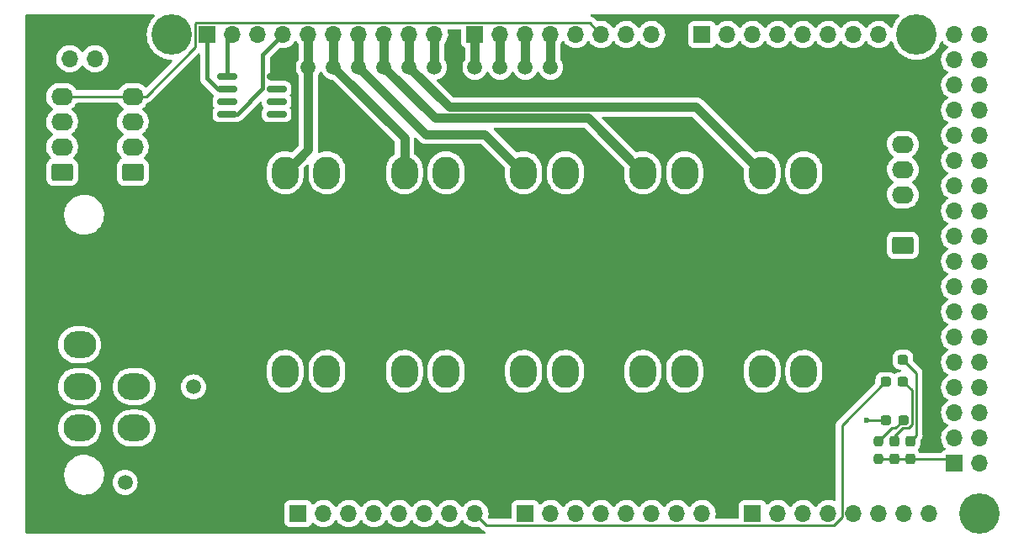
<source format=gbr>
%TF.GenerationSoftware,KiCad,Pcbnew,(6.0.9)*%
%TF.CreationDate,2023-01-09T21:16:19-09:00*%
%TF.ProjectId,ABSIS_Backlight_Controller,41425349-535f-4426-9163-6b6c69676874,rev?*%
%TF.SameCoordinates,Original*%
%TF.FileFunction,Copper,L1,Top*%
%TF.FilePolarity,Positive*%
%FSLAX46Y46*%
G04 Gerber Fmt 4.6, Leading zero omitted, Abs format (unit mm)*
G04 Created by KiCad (PCBNEW (6.0.9)) date 2023-01-09 21:16:19*
%MOMM*%
%LPD*%
G01*
G04 APERTURE LIST*
G04 Aperture macros list*
%AMRoundRect*
0 Rectangle with rounded corners*
0 $1 Rounding radius*
0 $2 $3 $4 $5 $6 $7 $8 $9 X,Y pos of 4 corners*
0 Add a 4 corners polygon primitive as box body*
4,1,4,$2,$3,$4,$5,$6,$7,$8,$9,$2,$3,0*
0 Add four circle primitives for the rounded corners*
1,1,$1+$1,$2,$3*
1,1,$1+$1,$4,$5*
1,1,$1+$1,$6,$7*
1,1,$1+$1,$8,$9*
0 Add four rect primitives between the rounded corners*
20,1,$1+$1,$2,$3,$4,$5,0*
20,1,$1+$1,$4,$5,$6,$7,0*
20,1,$1+$1,$6,$7,$8,$9,0*
20,1,$1+$1,$8,$9,$2,$3,0*%
G04 Aperture macros list end*
%TA.AperFunction,ComponentPad*%
%ADD10C,4.064000*%
%TD*%
%TA.AperFunction,ComponentPad*%
%ADD11C,1.500000*%
%TD*%
%TA.AperFunction,ComponentPad*%
%ADD12RoundRect,0.250001X-1.399999X1.099999X-1.399999X-1.099999X1.399999X-1.099999X1.399999X1.099999X0*%
%TD*%
%TA.AperFunction,ComponentPad*%
%ADD13O,3.300000X2.700000*%
%TD*%
%TA.AperFunction,ComponentPad*%
%ADD14RoundRect,0.250001X1.099999X1.399999X-1.099999X1.399999X-1.099999X-1.399999X1.099999X-1.399999X0*%
%TD*%
%TA.AperFunction,ComponentPad*%
%ADD15O,2.700000X3.300000*%
%TD*%
%TA.AperFunction,SMDPad,CuDef*%
%ADD16RoundRect,0.237500X0.287500X0.237500X-0.287500X0.237500X-0.287500X-0.237500X0.287500X-0.237500X0*%
%TD*%
%TA.AperFunction,SMDPad,CuDef*%
%ADD17RoundRect,0.237500X0.237500X-0.287500X0.237500X0.287500X-0.237500X0.287500X-0.237500X-0.287500X0*%
%TD*%
%TA.AperFunction,SMDPad,CuDef*%
%ADD18RoundRect,0.150000X-0.825000X-0.150000X0.825000X-0.150000X0.825000X0.150000X-0.825000X0.150000X0*%
%TD*%
%TA.AperFunction,ComponentPad*%
%ADD19RoundRect,0.249999X0.845001X-0.620001X0.845001X0.620001X-0.845001X0.620001X-0.845001X-0.620001X0*%
%TD*%
%TA.AperFunction,ComponentPad*%
%ADD20O,2.190000X1.740000*%
%TD*%
%TA.AperFunction,ComponentPad*%
%ADD21R,1.700000X1.700000*%
%TD*%
%TA.AperFunction,ComponentPad*%
%ADD22O,1.700000X1.700000*%
%TD*%
%TA.AperFunction,SMDPad,CuDef*%
%ADD23RoundRect,0.237500X0.237500X-0.250000X0.237500X0.250000X-0.237500X0.250000X-0.237500X-0.250000X0*%
%TD*%
%TA.AperFunction,ViaPad*%
%ADD24C,0.600000*%
%TD*%
%TA.AperFunction,Conductor*%
%ADD25C,0.457200*%
%TD*%
%TA.AperFunction,Conductor*%
%ADD26C,0.250000*%
%TD*%
%TA.AperFunction,Conductor*%
%ADD27C,0.914400*%
%TD*%
%TA.AperFunction,Conductor*%
%ADD28C,1.219200*%
%TD*%
G04 APERTURE END LIST*
D10*
%TO.P,MK3,1*%
%TO.N,N/C*%
X96520000Y2540000D03*
%TD*%
%TO.P,MK4,1*%
%TO.N,N/C*%
X15240000Y50800000D03*
%TD*%
%TO.P,MK6,1*%
%TO.N,N/C*%
X90170000Y50800000D03*
%TD*%
D11*
%TO.P,TP1,1*%
%TO.N,/+12V_SUPPLY*%
X10524000Y5688000D03*
%TD*%
%TO.P,TP2,1*%
%TO.N,/+5V_SUPPLY*%
X17336000Y19494000D03*
%TD*%
%TO.P,TP4,1*%
%TO.N,GND*%
X17399000Y15304000D03*
%TD*%
%TO.P,TP11,1*%
%TO.N,/7(\u002A\u002A)*%
X45720000Y47498000D03*
%TD*%
D12*
%TO.P,J1,1*%
%TO.N,/+5V_SUPPLY*%
X11430000Y27940000D03*
D13*
%TO.P,J1,2*%
X11430000Y23740000D03*
%TO.P,J1,3*%
X11430000Y19540000D03*
%TO.P,J1,4*%
%TO.N,GND*%
X11430000Y15340000D03*
%TO.P,J1,5*%
X11430000Y11140000D03*
%TO.P,J1,6*%
%TO.N,/+5V_SUPPLY*%
X5930000Y27940000D03*
%TO.P,J1,7*%
X5930000Y23740000D03*
%TO.P,J1,8*%
%TO.N,/+12V_SUPPLY*%
X5930000Y19540000D03*
%TO.P,J1,9*%
%TO.N,GND*%
X5930000Y15340000D03*
%TO.P,J1,10*%
X5930000Y11140000D03*
%TD*%
D14*
%TO.P,J3,1*%
%TO.N,/+5V_SUPPLY*%
X42820000Y31360000D03*
D15*
%TO.P,J3,2*%
X38620000Y31360000D03*
%TO.P,J3,3*%
%TO.N,GND*%
X42820000Y36860000D03*
%TO.P,J3,4*%
%TO.N,/12(\u002A\u002A)*%
X38620000Y36860000D03*
%TD*%
D14*
%TO.P,J4,1*%
%TO.N,/+5V_SUPPLY*%
X54820000Y31360000D03*
D15*
%TO.P,J4,2*%
X50620000Y31360000D03*
%TO.P,J4,3*%
%TO.N,GND*%
X54820000Y36860000D03*
%TO.P,J4,4*%
%TO.N,/11(\u002A\u002A)*%
X50620000Y36860000D03*
%TD*%
D14*
%TO.P,J5,1*%
%TO.N,/+5V_SUPPLY*%
X66820000Y31360000D03*
D15*
%TO.P,J5,2*%
X62620000Y31360000D03*
%TO.P,J5,3*%
%TO.N,GND*%
X66820000Y36860000D03*
%TO.P,J5,4*%
%TO.N,/10(\u002A\u002A)*%
X62620000Y36860000D03*
%TD*%
D14*
%TO.P,J6,1*%
%TO.N,/+5V_SUPPLY*%
X78820000Y31360000D03*
D15*
%TO.P,J6,2*%
X74620000Y31360000D03*
%TO.P,J6,3*%
%TO.N,GND*%
X78820000Y36860000D03*
%TO.P,J6,4*%
%TO.N,/9(\u002A\u002A)*%
X74620000Y36860000D03*
%TD*%
D14*
%TO.P,J7,1*%
%TO.N,/+5V_SUPPLY*%
X30820000Y11360000D03*
D15*
%TO.P,J7,2*%
X26620000Y11360000D03*
%TO.P,J7,3*%
%TO.N,GND*%
X30820000Y16860000D03*
%TO.P,J7,4*%
%TO.N,/8(\u002A\u002A)*%
X26620000Y16860000D03*
%TD*%
D14*
%TO.P,J8,1*%
%TO.N,/+5V_SUPPLY*%
X42820000Y11360000D03*
D15*
%TO.P,J8,2*%
X38620000Y11360000D03*
%TO.P,J8,3*%
%TO.N,GND*%
X42820000Y16860000D03*
%TO.P,J8,4*%
%TO.N,/7(\u002A\u002A)*%
X38620000Y16860000D03*
%TD*%
D14*
%TO.P,J9,1*%
%TO.N,/+5V_SUPPLY*%
X54820000Y11360000D03*
D15*
%TO.P,J9,2*%
X50620000Y11360000D03*
%TO.P,J9,3*%
%TO.N,GND*%
X54820000Y16860000D03*
%TO.P,J9,4*%
%TO.N,/6(\u002A\u002A)*%
X50620000Y16860000D03*
%TD*%
D14*
%TO.P,J10,1*%
%TO.N,/+5V_SUPPLY*%
X66820000Y11360000D03*
D15*
%TO.P,J10,2*%
X62620000Y11360000D03*
%TO.P,J10,3*%
%TO.N,GND*%
X66820000Y16860000D03*
%TO.P,J10,4*%
%TO.N,/5(\u002A\u002A)*%
X62620000Y16860000D03*
%TD*%
D14*
%TO.P,J11,1*%
%TO.N,/+5V_SUPPLY*%
X78820000Y11360000D03*
D15*
%TO.P,J11,2*%
X74620000Y11360000D03*
%TO.P,J11,3*%
%TO.N,GND*%
X78820000Y16860000D03*
%TO.P,J11,4*%
%TO.N,/4(\u002A\u002A)*%
X74620000Y16860000D03*
%TD*%
D11*
%TO.P,TP6,1*%
%TO.N,/12(\u002A\u002A)*%
X31496000Y47498000D03*
%TD*%
%TO.P,TP5,1*%
%TO.N,/13(\u002A\u002A)*%
X28956000Y47498000D03*
%TD*%
%TO.P,TP12,1*%
%TO.N,/6(\u002A\u002A)*%
X48260000Y47498000D03*
%TD*%
%TO.P,TP10,1*%
%TO.N,/8(\u002A\u002A)*%
X41656000Y47498000D03*
%TD*%
%TO.P,TP9,1*%
%TO.N,/9(\u002A\u002A)*%
X39116000Y47498000D03*
%TD*%
%TO.P,TP13,1*%
%TO.N,/5(\u002A\u002A)*%
X50800000Y47498000D03*
%TD*%
%TO.P,TP8,1*%
%TO.N,/10(\u002A\u002A)*%
X36576000Y47498000D03*
%TD*%
%TO.P,TP14,1*%
%TO.N,/4(\u002A\u002A)*%
X53340000Y47498000D03*
%TD*%
%TO.P,TP7,1*%
%TO.N,/11(\u002A\u002A)*%
X34036000Y47498000D03*
%TD*%
D14*
%TO.P,J2,1*%
%TO.N,/+5V_SUPPLY*%
X30820000Y31360000D03*
D15*
%TO.P,J2,2*%
X26620000Y31360000D03*
%TO.P,J2,3*%
%TO.N,GND*%
X30820000Y36860000D03*
%TO.P,J2,4*%
%TO.N,/13(\u002A\u002A)*%
X26620000Y36860000D03*
%TD*%
D16*
%TO.P,D1,1*%
%TO.N,Net-(D1-Pad1)*%
X88788000Y18038000D03*
%TO.P,D1,2*%
%TO.N,/+5V_SUPPLY*%
X87038000Y18038000D03*
%TD*%
%TO.P,D2,1*%
%TO.N,Net-(D2-Pad1)*%
X88805000Y15820000D03*
%TO.P,D2,2*%
%TO.N,/+12V_SUPPLY*%
X87055000Y15820000D03*
%TD*%
D17*
%TO.P,R1,1*%
%TO.N,GND*%
X89530000Y8055000D03*
%TO.P,R1,2*%
%TO.N,Net-(D1-Pad1)*%
X89530000Y9805000D03*
%TD*%
%TO.P,R2,1*%
%TO.N,GND*%
X87925000Y8055000D03*
%TO.P,R2,2*%
%TO.N,Net-(D2-Pad1)*%
X87925000Y9805000D03*
%TD*%
D18*
%TO.P,U1,1*%
%TO.N,/SDA*%
X20814000Y46582000D03*
%TO.P,U1,2*%
%TO.N,/SCL*%
X20814000Y45312000D03*
%TO.P,U1,3*%
%TO.N,Net-(U1-Pad3)*%
X20814000Y44042000D03*
%TO.P,U1,4*%
%TO.N,GND*%
X20814000Y42772000D03*
%TO.P,U1,5*%
%TO.N,Net-(U1-Pad5)*%
X25764000Y42772000D03*
%TO.P,U1,6*%
%TO.N,Net-(U1-Pad6)*%
X25764000Y44042000D03*
%TO.P,U1,7*%
%TO.N,Net-(U1-Pad7)*%
X25764000Y45312000D03*
%TO.P,U1,8*%
%TO.N,/+5V_SUPPLY*%
X25764000Y46582000D03*
%TD*%
D19*
%TO.P,J12,1*%
%TO.N,GND*%
X4174000Y36930000D03*
D20*
%TO.P,J12,2*%
%TO.N,/FAN_SUPPLY*%
X4174000Y39470000D03*
%TO.P,J12,3*%
%TO.N,Net-(J12-Pad3)*%
X4174000Y42010000D03*
%TO.P,J12,4*%
%TO.N,/2(\u002A\u002A)*%
X4174000Y44550000D03*
%TD*%
D19*
%TO.P,J13,1*%
%TO.N,GND*%
X11286000Y36930000D03*
D20*
%TO.P,J13,2*%
%TO.N,/FAN_SUPPLY*%
X11286000Y39470000D03*
%TO.P,J13,3*%
%TO.N,Net-(J13-Pad3)*%
X11286000Y42010000D03*
%TO.P,J13,4*%
%TO.N,/2(\u002A\u002A)*%
X11286000Y44550000D03*
%TD*%
D21*
%TO.P,J16,1*%
%TO.N,/+5V_SUPPLY*%
X10016000Y48360000D03*
D22*
%TO.P,J16,2*%
%TO.N,/FAN_SUPPLY*%
X7476000Y48360000D03*
%TO.P,J16,3*%
%TO.N,/+12V_SUPPLY*%
X4936000Y48360000D03*
%TD*%
D19*
%TO.P,J14,1*%
%TO.N,GND*%
X88770000Y29560000D03*
D20*
%TO.P,J14,2*%
%TO.N,/+5V_SUPPLY*%
X88770000Y32100000D03*
%TO.P,J14,3*%
%TO.N,/22*%
X88770000Y34640000D03*
%TO.P,J14,4*%
%TO.N,/23*%
X88770000Y37180000D03*
%TO.P,J14,5*%
%TO.N,/24*%
X88770000Y39720000D03*
%TD*%
D16*
%TO.P,D3,1*%
%TO.N,Net-(D3-Pad1)*%
X88830000Y11970000D03*
%TO.P,D3,2*%
%TO.N,/3(\u002A\u002A)*%
X87080000Y11970000D03*
%TD*%
D23*
%TO.P,R3,1*%
%TO.N,GND*%
X86320000Y8017500D03*
%TO.P,R3,2*%
%TO.N,Net-(D3-Pad1)*%
X86320000Y9842500D03*
%TD*%
D21*
%TO.P,P1,1*%
%TO.N,GND*%
X93980000Y7620000D03*
D22*
%TO.P,P1,2*%
X96520000Y7620000D03*
%TO.P,P1,3*%
%TO.N,/52(SCK)*%
X93980000Y10160000D03*
%TO.P,P1,4*%
%TO.N,/53(SS)*%
X96520000Y10160000D03*
%TO.P,P1,5*%
%TO.N,/50(MISO)*%
X93980000Y12700000D03*
%TO.P,P1,6*%
%TO.N,/51(MOSI)*%
X96520000Y12700000D03*
%TO.P,P1,7*%
%TO.N,/48*%
X93980000Y15240000D03*
%TO.P,P1,8*%
%TO.N,/49*%
X96520000Y15240000D03*
%TO.P,P1,9*%
%TO.N,/46*%
X93980000Y17780000D03*
%TO.P,P1,10*%
%TO.N,/47*%
X96520000Y17780000D03*
%TO.P,P1,11*%
%TO.N,/44*%
X93980000Y20320000D03*
%TO.P,P1,12*%
%TO.N,/45*%
X96520000Y20320000D03*
%TO.P,P1,13*%
%TO.N,/42*%
X93980000Y22860000D03*
%TO.P,P1,14*%
%TO.N,/43*%
X96520000Y22860000D03*
%TO.P,P1,15*%
%TO.N,/40*%
X93980000Y25400000D03*
%TO.P,P1,16*%
%TO.N,/41*%
X96520000Y25400000D03*
%TO.P,P1,17*%
%TO.N,/38*%
X93980000Y27940000D03*
%TO.P,P1,18*%
%TO.N,/39*%
X96520000Y27940000D03*
%TO.P,P1,19*%
%TO.N,/36*%
X93980000Y30480000D03*
%TO.P,P1,20*%
%TO.N,/37*%
X96520000Y30480000D03*
%TO.P,P1,21*%
%TO.N,/34*%
X93980000Y33020000D03*
%TO.P,P1,22*%
%TO.N,/35*%
X96520000Y33020000D03*
%TO.P,P1,23*%
%TO.N,/32*%
X93980000Y35560000D03*
%TO.P,P1,24*%
%TO.N,/33*%
X96520000Y35560000D03*
%TO.P,P1,25*%
%TO.N,/30*%
X93980000Y38100000D03*
%TO.P,P1,26*%
%TO.N,/31*%
X96520000Y38100000D03*
%TO.P,P1,27*%
%TO.N,/28*%
X93980000Y40640000D03*
%TO.P,P1,28*%
%TO.N,/29*%
X96520000Y40640000D03*
%TO.P,P1,29*%
%TO.N,/26*%
X93980000Y43180000D03*
%TO.P,P1,30*%
%TO.N,/27*%
X96520000Y43180000D03*
%TO.P,P1,31*%
%TO.N,/24*%
X93980000Y45720000D03*
%TO.P,P1,32*%
%TO.N,/25*%
X96520000Y45720000D03*
%TO.P,P1,33*%
%TO.N,/22*%
X93980000Y48260000D03*
%TO.P,P1,34*%
%TO.N,/23*%
X96520000Y48260000D03*
%TO.P,P1,35*%
%TO.N,+5VD*%
X93980000Y50800000D03*
%TO.P,P1,36*%
X96520000Y50800000D03*
%TD*%
D21*
%TO.P,P2,1*%
%TO.N,Net-(P2-Pad1)*%
X27940000Y2540000D03*
D22*
%TO.P,P2,2*%
%TO.N,/IOREF*%
X30480000Y2540000D03*
%TO.P,P2,3*%
%TO.N,/Reset*%
X33020000Y2540000D03*
%TO.P,P2,4*%
%TO.N,+3V3*%
X35560000Y2540000D03*
%TO.P,P2,5*%
%TO.N,+5V*%
X38100000Y2540000D03*
%TO.P,P2,6*%
%TO.N,GND*%
X40640000Y2540000D03*
%TO.P,P2,7*%
X43180000Y2540000D03*
%TO.P,P2,8*%
%TO.N,/+12V_SUPPLY*%
X45720000Y2540000D03*
%TD*%
D21*
%TO.P,P3,1*%
%TO.N,/A0*%
X50800000Y2540000D03*
D22*
%TO.P,P3,2*%
%TO.N,/A1*%
X53340000Y2540000D03*
%TO.P,P3,3*%
%TO.N,/A2*%
X55880000Y2540000D03*
%TO.P,P3,4*%
%TO.N,/A3*%
X58420000Y2540000D03*
%TO.P,P3,5*%
%TO.N,/A4*%
X60960000Y2540000D03*
%TO.P,P3,6*%
%TO.N,/A5*%
X63500000Y2540000D03*
%TO.P,P3,7*%
%TO.N,/A6*%
X66040000Y2540000D03*
%TO.P,P3,8*%
%TO.N,/A7*%
X68580000Y2540000D03*
%TD*%
D21*
%TO.P,P4,1*%
%TO.N,/A8*%
X73660000Y2540000D03*
D22*
%TO.P,P4,2*%
%TO.N,/A9*%
X76200000Y2540000D03*
%TO.P,P4,3*%
%TO.N,/A10*%
X78740000Y2540000D03*
%TO.P,P4,4*%
%TO.N,/A11*%
X81280000Y2540000D03*
%TO.P,P4,5*%
%TO.N,/A12*%
X83820000Y2540000D03*
%TO.P,P4,6*%
%TO.N,/A13*%
X86360000Y2540000D03*
%TO.P,P4,7*%
%TO.N,/A14*%
X88900000Y2540000D03*
%TO.P,P4,8*%
%TO.N,/A15*%
X91440000Y2540000D03*
%TD*%
D21*
%TO.P,P5,1*%
%TO.N,/SCL*%
X18796000Y50800000D03*
D22*
%TO.P,P5,2*%
%TO.N,/SDA*%
X21336000Y50800000D03*
%TO.P,P5,3*%
%TO.N,/AREF*%
X23876000Y50800000D03*
%TO.P,P5,4*%
%TO.N,GND*%
X26416000Y50800000D03*
%TO.P,P5,5*%
%TO.N,/13(\u002A\u002A)*%
X28956000Y50800000D03*
%TO.P,P5,6*%
%TO.N,/12(\u002A\u002A)*%
X31496000Y50800000D03*
%TO.P,P5,7*%
%TO.N,/11(\u002A\u002A)*%
X34036000Y50800000D03*
%TO.P,P5,8*%
%TO.N,/10(\u002A\u002A)*%
X36576000Y50800000D03*
%TO.P,P5,9*%
%TO.N,/9(\u002A\u002A)*%
X39116000Y50800000D03*
%TO.P,P5,10*%
%TO.N,/8(\u002A\u002A)*%
X41656000Y50800000D03*
%TD*%
D21*
%TO.P,P6,1*%
%TO.N,/7(\u002A\u002A)*%
X45720000Y50800000D03*
D22*
%TO.P,P6,2*%
%TO.N,/6(\u002A\u002A)*%
X48260000Y50800000D03*
%TO.P,P6,3*%
%TO.N,/5(\u002A\u002A)*%
X50800000Y50800000D03*
%TO.P,P6,4*%
%TO.N,/4(\u002A\u002A)*%
X53340000Y50800000D03*
%TO.P,P6,5*%
%TO.N,/3(\u002A\u002A)*%
X55880000Y50800000D03*
%TO.P,P6,6*%
%TO.N,/2(\u002A\u002A)*%
X58420000Y50800000D03*
%TO.P,P6,7*%
%TO.N,/1(Tx0)*%
X60960000Y50800000D03*
%TO.P,P6,8*%
%TO.N,/0(Rx0)*%
X63500000Y50800000D03*
%TD*%
D21*
%TO.P,P7,1*%
%TO.N,/14(Tx3)*%
X68580000Y50800000D03*
D22*
%TO.P,P7,2*%
%TO.N,/15(Rx3)*%
X71120000Y50800000D03*
%TO.P,P7,3*%
%TO.N,/16(Tx2)*%
X73660000Y50800000D03*
%TO.P,P7,4*%
%TO.N,/17(Rx2)*%
X76200000Y50800000D03*
%TO.P,P7,5*%
%TO.N,/18(Tx1)*%
X78740000Y50800000D03*
%TO.P,P7,6*%
%TO.N,/19(Rx1)*%
X81280000Y50800000D03*
%TO.P,P7,7*%
%TO.N,/20(SDA)*%
X83820000Y50800000D03*
%TO.P,P7,8*%
%TO.N,/21(SCL)*%
X86360000Y50800000D03*
%TD*%
D24*
%TO.N,/3(\u002A\u002A)*%
X85110000Y11970000D03*
%TD*%
D25*
%TO.N,GND*%
X20814000Y42772000D02*
X21789000Y42772000D01*
X21789000Y42772000D02*
X24360390Y45343390D01*
X24360390Y48744390D02*
X26416000Y50800000D01*
X24360390Y45343390D02*
X24360390Y48744390D01*
D26*
X93582500Y8017500D02*
X93980000Y7620000D01*
X86320000Y8017500D02*
X93582500Y8017500D01*
%TO.N,/+12V_SUPPLY*%
X87055000Y15820000D02*
X87030000Y15820000D01*
X82644999Y2165997D02*
X81844001Y1364999D01*
X87030000Y15820000D02*
X82644999Y11434999D01*
X81844001Y1364999D02*
X46895001Y1364999D01*
X82644999Y11434999D02*
X82644999Y2165997D01*
X46895001Y1364999D02*
X45720000Y2540000D01*
D25*
%TO.N,/SCL*%
X19839000Y45312000D02*
X18796000Y46355000D01*
X20814000Y45312000D02*
X19839000Y45312000D01*
X18796000Y46355000D02*
X18796000Y50800000D01*
%TO.N,/SDA*%
X20814000Y46582000D02*
X20814000Y50278000D01*
X20814000Y50278000D02*
X21336000Y50800000D01*
D27*
%TO.N,/13(\u002A\u002A)*%
X26620000Y36860000D02*
X28956000Y39196000D01*
X28956000Y50800000D02*
X28956000Y47498000D01*
X28956000Y39196000D02*
X28956000Y47498000D01*
%TO.N,/12(\u002A\u002A)*%
X38620000Y40374000D02*
X31496000Y47498000D01*
X31496000Y50800000D02*
X31496000Y47498000D01*
X38620000Y36860000D02*
X38620000Y40374000D01*
%TO.N,/11(\u002A\u002A)*%
X34036000Y50800000D02*
X34036000Y47498000D01*
X50620000Y36860000D02*
X46730000Y40750000D01*
X40784000Y40750000D02*
X34036000Y47498000D01*
X46730000Y40750000D02*
X40784000Y40750000D01*
%TO.N,/10(\u002A\u002A)*%
X36576000Y47498000D02*
X41694000Y42380000D01*
X36576000Y50800000D02*
X36576000Y47498000D01*
X57100000Y42380000D02*
X62620000Y36860000D01*
X41694000Y42380000D02*
X57100000Y42380000D01*
%TO.N,/9(\u002A\u002A)*%
X67985590Y43494410D02*
X43119590Y43494410D01*
X39116000Y50800000D02*
X39116000Y47498000D01*
X74620000Y36860000D02*
X67985590Y43494410D01*
X43119590Y43494410D02*
X39116000Y47498000D01*
%TO.N,/8(\u002A\u002A)*%
X41656000Y50800000D02*
X41656000Y47498000D01*
%TO.N,/7(\u002A\u002A)*%
X45720000Y50800000D02*
X45720000Y47498000D01*
%TO.N,/6(\u002A\u002A)*%
X48260000Y50800000D02*
X48260000Y47498000D01*
%TO.N,/5(\u002A\u002A)*%
X50800000Y50800000D02*
X50800000Y47498000D01*
%TO.N,/4(\u002A\u002A)*%
X53340000Y50800000D02*
X53340000Y47498000D01*
D26*
%TO.N,/3(\u002A\u002A)*%
X87080000Y11970000D02*
X85110000Y11970000D01*
%TO.N,/2(\u002A\u002A)*%
X11286000Y44550000D02*
X12631000Y44550000D01*
X17597001Y49516001D02*
X17597001Y51886003D01*
X57244999Y51975001D02*
X58420000Y50800000D01*
X17685999Y51975001D02*
X57244999Y51975001D01*
X17597001Y51886003D02*
X17685999Y51975001D01*
X4174000Y44550000D02*
X11286000Y44550000D01*
X12631000Y44550000D02*
X17597001Y49516001D01*
D28*
%TO.N,Net-(J12-Pad3)*%
X4597518Y42010000D02*
X4174000Y42010000D01*
D26*
%TO.N,Net-(D1-Pad1)*%
X89530000Y9805000D02*
X90130019Y10405019D01*
X90130019Y10405019D02*
X90130019Y16695981D01*
X90130019Y16695981D02*
X88788000Y18038000D01*
%TO.N,Net-(D2-Pad1)*%
X88764990Y11169990D02*
X89350500Y11169990D01*
X89680010Y14944990D02*
X88805000Y15820000D01*
X87925000Y10330000D02*
X88764990Y11169990D01*
X89350500Y11169990D02*
X89680010Y11499500D01*
X89680010Y11499500D02*
X89680010Y14944990D01*
X87925000Y9805000D02*
X87925000Y10330000D01*
%TO.N,Net-(D3-Pad1)*%
X88830000Y11970000D02*
X88029990Y11169990D01*
X87647490Y11169990D02*
X86320000Y9842500D01*
X88029990Y11169990D02*
X87647490Y11169990D01*
%TD*%
%TA.AperFunction,Conductor*%
%TO.N,/+5V_SUPPLY*%
G36*
X13441997Y52811498D02*
G01*
X13488490Y52757842D01*
X13498594Y52687568D01*
X13469100Y52622988D01*
X13460129Y52613650D01*
X13393102Y52550707D01*
X13384394Y52542530D01*
X13381870Y52539479D01*
X13381869Y52539478D01*
X13314634Y52458205D01*
X13180629Y52296221D01*
X13178505Y52292874D01*
X13178502Y52292870D01*
X13056493Y52100615D01*
X13009341Y52026315D01*
X13007657Y52022736D01*
X13007653Y52022729D01*
X12880475Y51752460D01*
X12873233Y51737070D01*
X12774449Y51433046D01*
X12714549Y51119039D01*
X12694477Y50800000D01*
X12714549Y50480961D01*
X12774449Y50166954D01*
X12784492Y50136046D01*
X12867265Y49881299D01*
X12873233Y49862930D01*
X12874920Y49859344D01*
X12874922Y49859340D01*
X13007653Y49577271D01*
X13007657Y49577264D01*
X13009341Y49573685D01*
X13011465Y49570339D01*
X13011465Y49570338D01*
X13173191Y49315500D01*
X13180629Y49303779D01*
X13237392Y49235164D01*
X13320792Y49134352D01*
X13384394Y49057470D01*
X13617423Y48838641D01*
X13620625Y48836314D01*
X13620627Y48836313D01*
X13656348Y48810360D01*
X13876041Y48650744D01*
X13879510Y48648837D01*
X13879513Y48648835D01*
X14131520Y48510293D01*
X14156169Y48496742D01*
X14208613Y48475978D01*
X14449707Y48380522D01*
X14449710Y48380521D01*
X14453390Y48379064D01*
X14457224Y48378080D01*
X14457232Y48378077D01*
X14649153Y48328800D01*
X14763017Y48299565D01*
X14766945Y48299069D01*
X14766949Y48299068D01*
X14853384Y48288149D01*
X15080165Y48259500D01*
X15140406Y48259500D01*
X15208527Y48239498D01*
X15255020Y48185842D01*
X15265124Y48115568D01*
X15235630Y48050988D01*
X15229502Y48044406D01*
X13927565Y46742470D01*
X12687949Y45502854D01*
X12625637Y45468828D01*
X12554821Y45473893D01*
X12503688Y45509370D01*
X12479021Y45537797D01*
X12479016Y45537802D01*
X12475517Y45541834D01*
X12471391Y45545217D01*
X12471387Y45545221D01*
X12298741Y45686781D01*
X12298742Y45686781D01*
X12294614Y45690165D01*
X12091305Y45805896D01*
X11871404Y45885716D01*
X11866155Y45886665D01*
X11866152Y45886666D01*
X11770745Y45903918D01*
X11641197Y45927344D01*
X11637058Y45927539D01*
X11637051Y45927540D01*
X11618172Y45928430D01*
X11618165Y45928430D01*
X11616684Y45928500D01*
X11002262Y45928500D01*
X10934359Y45922738D01*
X10833209Y45914156D01*
X10833205Y45914155D01*
X10827898Y45913705D01*
X10822741Y45912367D01*
X10822738Y45912366D01*
X10606629Y45856275D01*
X10606625Y45856274D01*
X10601460Y45854933D01*
X10596594Y45852741D01*
X10596591Y45852740D01*
X10486739Y45803255D01*
X10388163Y45758850D01*
X10194104Y45628202D01*
X10024832Y45466724D01*
X10021649Y45462446D01*
X9980566Y45407228D01*
X9885187Y45279035D01*
X9871641Y45252392D01*
X9822938Y45200736D01*
X9759326Y45183500D01*
X5697990Y45183500D01*
X5629869Y45203502D01*
X5590271Y45244135D01*
X5519611Y45360580D01*
X5519608Y45360584D01*
X5516841Y45365144D01*
X5363517Y45541834D01*
X5182614Y45690165D01*
X4979305Y45805896D01*
X4759404Y45885716D01*
X4754155Y45886665D01*
X4754152Y45886666D01*
X4658745Y45903918D01*
X4529197Y45927344D01*
X4525058Y45927539D01*
X4525051Y45927540D01*
X4506172Y45928430D01*
X4506165Y45928430D01*
X4504684Y45928500D01*
X3890262Y45928500D01*
X3822359Y45922738D01*
X3721209Y45914156D01*
X3721205Y45914155D01*
X3715898Y45913705D01*
X3710741Y45912367D01*
X3710738Y45912366D01*
X3494629Y45856275D01*
X3494625Y45856274D01*
X3489460Y45854933D01*
X3484594Y45852741D01*
X3484591Y45852740D01*
X3374739Y45803255D01*
X3276163Y45758850D01*
X3082104Y45628202D01*
X2912832Y45466724D01*
X2773187Y45279035D01*
X2770771Y45274284D01*
X2770769Y45274280D01*
X2724614Y45183500D01*
X2667162Y45070500D01*
X2597790Y44847083D01*
X2597089Y44841796D01*
X2597089Y44841795D01*
X2571616Y44649604D01*
X2567052Y44615171D01*
X2567252Y44609842D01*
X2567252Y44609840D01*
X2567923Y44591978D01*
X2575828Y44381396D01*
X2590347Y44312200D01*
X2618726Y44176949D01*
X2623868Y44152441D01*
X2709797Y43934854D01*
X2831159Y43734856D01*
X2984483Y43558166D01*
X3165386Y43409835D01*
X3170016Y43407199D01*
X3170021Y43407196D01*
X3202516Y43388699D01*
X3251822Y43337616D01*
X3265683Y43267985D01*
X3239699Y43201915D01*
X3210550Y43174677D01*
X3178061Y43152804D01*
X3082104Y43088202D01*
X2912832Y42926724D01*
X2773187Y42739035D01*
X2770771Y42734284D01*
X2770769Y42734280D01*
X2712756Y42620177D01*
X2667162Y42530500D01*
X2597790Y42307083D01*
X2597089Y42301796D01*
X2597089Y42301795D01*
X2569483Y42093509D01*
X2567052Y42075171D01*
X2575828Y41841396D01*
X2584891Y41798203D01*
X2618726Y41636949D01*
X2623868Y41612441D01*
X2709797Y41394854D01*
X2831159Y41194856D01*
X2984483Y41018166D01*
X3165386Y40869835D01*
X3170016Y40867199D01*
X3170021Y40867196D01*
X3202516Y40848699D01*
X3251822Y40797616D01*
X3265683Y40727985D01*
X3239699Y40661915D01*
X3210550Y40634677D01*
X3188289Y40619690D01*
X3082104Y40548202D01*
X3078247Y40544523D01*
X3078245Y40544521D01*
X3057243Y40524486D01*
X2912832Y40386724D01*
X2773187Y40199035D01*
X2770771Y40194284D01*
X2770769Y40194280D01*
X2679720Y40015200D01*
X2667162Y39990500D01*
X2597790Y39767083D01*
X2597089Y39761796D01*
X2597089Y39761795D01*
X2570224Y39559101D01*
X2567052Y39535171D01*
X2575828Y39301396D01*
X2584891Y39258203D01*
X2618726Y39096949D01*
X2623868Y39072441D01*
X2709797Y38854854D01*
X2712566Y38850291D01*
X2808081Y38692888D01*
X2831159Y38654856D01*
X2984483Y38478166D01*
X3019903Y38449124D01*
X3021770Y38447593D01*
X3061764Y38388933D01*
X3063695Y38317962D01*
X3026950Y38257214D01*
X3004609Y38242269D01*
X3005054Y38241550D01*
X2854651Y38148479D01*
X2849478Y38143297D01*
X2834357Y38128149D01*
X2729694Y38023303D01*
X2725854Y38017073D01*
X2656915Y37905233D01*
X2636885Y37872739D01*
X2581203Y37704862D01*
X2580503Y37698026D01*
X2580502Y37698023D01*
X2579466Y37687912D01*
X2570500Y37600401D01*
X2570501Y36259600D01*
X2581474Y36153833D01*
X2583658Y36147287D01*
X2634730Y35994208D01*
X2637450Y35986054D01*
X2730521Y35835651D01*
X2855697Y35710694D01*
X2861927Y35706854D01*
X2983632Y35631834D01*
X3006261Y35617885D01*
X3064892Y35598438D01*
X3167610Y35564368D01*
X3167612Y35564368D01*
X3174138Y35562203D01*
X3180974Y35561503D01*
X3180977Y35561502D01*
X3224030Y35557091D01*
X3278599Y35551500D01*
X4167095Y35551500D01*
X5069400Y35551501D01*
X5175167Y35562474D01*
X5267578Y35593305D01*
X5336002Y35616133D01*
X5336004Y35616134D01*
X5342946Y35618450D01*
X5493349Y35711521D01*
X5618306Y35836697D01*
X5711115Y35987261D01*
X5750326Y36105479D01*
X5764632Y36148610D01*
X5764632Y36148612D01*
X5766797Y36155138D01*
X5777500Y36259599D01*
X5777499Y37600400D01*
X5766526Y37706167D01*
X5713880Y37863965D01*
X5712867Y37867002D01*
X5712866Y37867004D01*
X5710550Y37873946D01*
X5617479Y38024349D01*
X5492303Y38149306D01*
X5341739Y38242115D01*
X5343064Y38244265D01*
X5298720Y38283297D01*
X5279248Y38351571D01*
X5299778Y38419534D01*
X5318272Y38441761D01*
X5431306Y38549590D01*
X5431316Y38549602D01*
X5435168Y38553276D01*
X5457516Y38583312D01*
X5503769Y38645479D01*
X5574813Y38740965D01*
X5577988Y38747208D01*
X5678420Y38944744D01*
X5678420Y38944745D01*
X5680838Y38949500D01*
X5750210Y39172917D01*
X5757252Y39226048D01*
X5780248Y39399545D01*
X5780248Y39399549D01*
X5780948Y39404829D01*
X5780071Y39428205D01*
X5772372Y39633273D01*
X5772172Y39638604D01*
X5742586Y39779610D01*
X5725229Y39862332D01*
X5725228Y39862335D01*
X5724132Y39867559D01*
X5638203Y40085146D01*
X5606016Y40138189D01*
X5519609Y40280583D01*
X5519607Y40280586D01*
X5516841Y40285144D01*
X5363517Y40461834D01*
X5182614Y40610165D01*
X5177984Y40612801D01*
X5177979Y40612804D01*
X5145484Y40631301D01*
X5096178Y40682384D01*
X5082317Y40752015D01*
X5108301Y40818085D01*
X5137450Y40845323D01*
X5204246Y40890293D01*
X5265896Y40931798D01*
X5312123Y40975896D01*
X5356433Y41018166D01*
X5435168Y41093276D01*
X5574813Y41280965D01*
X5577988Y41287208D01*
X5678420Y41484744D01*
X5678420Y41484745D01*
X5680838Y41489500D01*
X5750210Y41712917D01*
X5750911Y41718205D01*
X5780248Y41939545D01*
X5780248Y41939549D01*
X5780948Y41944829D01*
X5780070Y41968233D01*
X5772372Y42173273D01*
X5772172Y42178604D01*
X5724132Y42407559D01*
X5638203Y42625146D01*
X5606016Y42678189D01*
X5519609Y42820583D01*
X5519607Y42820586D01*
X5516841Y42825144D01*
X5363517Y43001834D01*
X5182614Y43150165D01*
X5177984Y43152801D01*
X5177979Y43152804D01*
X5145484Y43171301D01*
X5096178Y43222384D01*
X5082317Y43292015D01*
X5108301Y43358085D01*
X5137450Y43385323D01*
X5204246Y43430293D01*
X5265896Y43471798D01*
X5435168Y43633276D01*
X5451621Y43655390D01*
X5571623Y43816677D01*
X5571625Y43816680D01*
X5574813Y43820965D01*
X5588359Y43847608D01*
X5637062Y43899264D01*
X5700674Y43916500D01*
X9762010Y43916500D01*
X9830131Y43896498D01*
X9869729Y43855865D01*
X9940389Y43739420D01*
X9940391Y43739417D01*
X9943159Y43734856D01*
X10096483Y43558166D01*
X10277386Y43409835D01*
X10282016Y43407199D01*
X10282021Y43407196D01*
X10314516Y43388699D01*
X10363822Y43337616D01*
X10377683Y43267985D01*
X10351699Y43201915D01*
X10322550Y43174677D01*
X10290061Y43152804D01*
X10194104Y43088202D01*
X10024832Y42926724D01*
X9885187Y42739035D01*
X9882771Y42734284D01*
X9882769Y42734280D01*
X9824756Y42620177D01*
X9779162Y42530500D01*
X9709790Y42307083D01*
X9709089Y42301796D01*
X9709089Y42301795D01*
X9681483Y42093509D01*
X9679052Y42075171D01*
X9687828Y41841396D01*
X9696891Y41798203D01*
X9730726Y41636949D01*
X9735868Y41612441D01*
X9821797Y41394854D01*
X9943159Y41194856D01*
X10096483Y41018166D01*
X10277386Y40869835D01*
X10282016Y40867199D01*
X10282021Y40867196D01*
X10314516Y40848699D01*
X10363822Y40797616D01*
X10377683Y40727985D01*
X10351699Y40661915D01*
X10322550Y40634677D01*
X10300289Y40619690D01*
X10194104Y40548202D01*
X10190247Y40544523D01*
X10190245Y40544521D01*
X10169243Y40524486D01*
X10024832Y40386724D01*
X9885187Y40199035D01*
X9882771Y40194284D01*
X9882769Y40194280D01*
X9791720Y40015200D01*
X9779162Y39990500D01*
X9709790Y39767083D01*
X9709089Y39761796D01*
X9709089Y39761795D01*
X9682224Y39559101D01*
X9679052Y39535171D01*
X9687828Y39301396D01*
X9696891Y39258203D01*
X9730726Y39096949D01*
X9735868Y39072441D01*
X9821797Y38854854D01*
X9824566Y38850291D01*
X9920081Y38692888D01*
X9943159Y38654856D01*
X10096483Y38478166D01*
X10131903Y38449124D01*
X10133770Y38447593D01*
X10173764Y38388933D01*
X10175695Y38317962D01*
X10138950Y38257214D01*
X10116609Y38242269D01*
X10117054Y38241550D01*
X9966651Y38148479D01*
X9961478Y38143297D01*
X9946357Y38128149D01*
X9841694Y38023303D01*
X9837854Y38017073D01*
X9768915Y37905233D01*
X9748885Y37872739D01*
X9693203Y37704862D01*
X9692503Y37698026D01*
X9692502Y37698023D01*
X9691466Y37687912D01*
X9682500Y37600401D01*
X9682501Y36259600D01*
X9693474Y36153833D01*
X9695658Y36147287D01*
X9746730Y35994208D01*
X9749450Y35986054D01*
X9842521Y35835651D01*
X9967697Y35710694D01*
X9973927Y35706854D01*
X10095632Y35631834D01*
X10118261Y35617885D01*
X10176892Y35598438D01*
X10279610Y35564368D01*
X10279612Y35564368D01*
X10286138Y35562203D01*
X10292974Y35561503D01*
X10292977Y35561502D01*
X10336030Y35557091D01*
X10390599Y35551500D01*
X11279095Y35551500D01*
X12181400Y35551501D01*
X12287167Y35562474D01*
X12379578Y35593305D01*
X12448002Y35616133D01*
X12448004Y35616134D01*
X12454946Y35618450D01*
X12605349Y35711521D01*
X12730306Y35836697D01*
X12823115Y35987261D01*
X12862326Y36105479D01*
X12876632Y36148610D01*
X12876632Y36148612D01*
X12878797Y36155138D01*
X12889500Y36259599D01*
X12889499Y37600400D01*
X12878526Y37706167D01*
X12825880Y37863965D01*
X12824867Y37867002D01*
X12824866Y37867004D01*
X12822550Y37873946D01*
X12729479Y38024349D01*
X12604303Y38149306D01*
X12453739Y38242115D01*
X12455064Y38244265D01*
X12410720Y38283297D01*
X12391248Y38351571D01*
X12411778Y38419534D01*
X12430272Y38441761D01*
X12543306Y38549590D01*
X12543316Y38549602D01*
X12547168Y38553276D01*
X12569516Y38583312D01*
X12615769Y38645479D01*
X12686813Y38740965D01*
X12689988Y38747208D01*
X12790420Y38944744D01*
X12790420Y38944745D01*
X12792838Y38949500D01*
X12862210Y39172917D01*
X12869252Y39226048D01*
X12892248Y39399545D01*
X12892248Y39399549D01*
X12892948Y39404829D01*
X12892071Y39428205D01*
X12884372Y39633273D01*
X12884172Y39638604D01*
X12854586Y39779610D01*
X12837229Y39862332D01*
X12837228Y39862335D01*
X12836132Y39867559D01*
X12750203Y40085146D01*
X12718016Y40138189D01*
X12631609Y40280583D01*
X12631607Y40280586D01*
X12628841Y40285144D01*
X12475517Y40461834D01*
X12294614Y40610165D01*
X12289984Y40612801D01*
X12289979Y40612804D01*
X12257484Y40631301D01*
X12208178Y40682384D01*
X12194317Y40752015D01*
X12220301Y40818085D01*
X12249450Y40845323D01*
X12316246Y40890293D01*
X12377896Y40931798D01*
X12424123Y40975896D01*
X12468433Y41018166D01*
X12547168Y41093276D01*
X12686813Y41280965D01*
X12689988Y41287208D01*
X12790420Y41484744D01*
X12790420Y41484745D01*
X12792838Y41489500D01*
X12862210Y41712917D01*
X12862911Y41718205D01*
X12892248Y41939545D01*
X12892248Y41939549D01*
X12892948Y41944829D01*
X12892070Y41968233D01*
X12884372Y42173273D01*
X12884172Y42178604D01*
X12836132Y42407559D01*
X12750203Y42625146D01*
X12718016Y42678189D01*
X12631609Y42820583D01*
X12631607Y42820586D01*
X12628841Y42825144D01*
X12475517Y43001834D01*
X12294614Y43150165D01*
X12289984Y43152801D01*
X12289979Y43152804D01*
X12257484Y43171301D01*
X12208178Y43222384D01*
X12194317Y43292015D01*
X12220301Y43358085D01*
X12249450Y43385323D01*
X12316246Y43430293D01*
X12377896Y43471798D01*
X12547168Y43633276D01*
X12686813Y43820965D01*
X12710788Y43868121D01*
X12759491Y43919779D01*
X12787271Y43931207D01*
X12789797Y43931526D01*
X12797163Y43934442D01*
X12797169Y43934444D01*
X12830912Y43947804D01*
X12842142Y43951649D01*
X12876983Y43961771D01*
X12876984Y43961771D01*
X12884593Y43963982D01*
X12891412Y43968015D01*
X12891417Y43968017D01*
X12902028Y43974293D01*
X12919776Y43982988D01*
X12938617Y43990448D01*
X12974387Y44016436D01*
X12984307Y44022952D01*
X13015535Y44041420D01*
X13015538Y44041422D01*
X13022362Y44045458D01*
X13036683Y44059779D01*
X13051717Y44072620D01*
X13061694Y44079869D01*
X13068107Y44084528D01*
X13096298Y44118605D01*
X13104288Y44127384D01*
X17843805Y48866900D01*
X17906117Y48900926D01*
X17976932Y48895861D01*
X18033768Y48853314D01*
X18058579Y48786794D01*
X18058900Y48777805D01*
X18058900Y46420445D01*
X18057467Y46401495D01*
X18054334Y46380900D01*
X18054927Y46373608D01*
X18054927Y46373604D01*
X18058485Y46329863D01*
X18058900Y46319649D01*
X18058900Y46311959D01*
X18059324Y46308325D01*
X18059324Y46308319D01*
X18062089Y46284607D01*
X18062521Y46280236D01*
X18068268Y46209585D01*
X18070524Y46202623D01*
X18071634Y46197065D01*
X18072938Y46191548D01*
X18073786Y46184276D01*
X18076285Y46177392D01*
X18076286Y46177387D01*
X18097974Y46117638D01*
X18099400Y46113484D01*
X18121239Y46046071D01*
X18125035Y46039815D01*
X18127387Y46034677D01*
X18129934Y46029592D01*
X18132432Y46022710D01*
X18171307Y45963415D01*
X18173630Y45959733D01*
X18201288Y45914156D01*
X18210407Y45899128D01*
X18214114Y45894931D01*
X18214115Y45894929D01*
X18217601Y45890982D01*
X18217582Y45890965D01*
X18220489Y45887688D01*
X18222656Y45885096D01*
X18226673Y45878969D01*
X18231989Y45873934D01*
X18231989Y45873933D01*
X18281273Y45827246D01*
X18283715Y45824868D01*
X19271514Y44837069D01*
X19283901Y44822656D01*
X19291907Y44811776D01*
X19291911Y44811772D01*
X19296249Y44805877D01*
X19301832Y44801134D01*
X19335275Y44772722D01*
X19342791Y44765792D01*
X19348226Y44760357D01*
X19369848Y44743251D01*
X19373215Y44740490D01*
X19408844Y44710220D01*
X19447808Y44650870D01*
X19448499Y44579877D01*
X19435719Y44550062D01*
X19379855Y44455601D01*
X19377644Y44447990D01*
X19377644Y44447989D01*
X19333438Y44295831D01*
X19332934Y44289426D01*
X19332933Y44289421D01*
X19331024Y44265163D01*
X19330500Y44258502D01*
X19330500Y43825498D01*
X19330693Y43823050D01*
X19330693Y43823042D01*
X19330857Y43820965D01*
X19333438Y43788169D01*
X19379855Y43628399D01*
X19464547Y43485193D01*
X19467229Y43482511D01*
X19492502Y43418139D01*
X19478600Y43348516D01*
X19468428Y43332688D01*
X19464547Y43328807D01*
X19379855Y43185601D01*
X19377644Y43177990D01*
X19377643Y43177988D01*
X19370327Y43152804D01*
X19333438Y43025831D01*
X19330500Y42988502D01*
X19330500Y42555498D01*
X19330693Y42553050D01*
X19330693Y42553042D01*
X19332634Y42528389D01*
X19333438Y42518169D01*
X19345407Y42476972D01*
X19375058Y42374912D01*
X19379855Y42358399D01*
X19383892Y42351573D01*
X19460509Y42222020D01*
X19460511Y42222017D01*
X19464547Y42215193D01*
X19582193Y42097547D01*
X19589017Y42093511D01*
X19589020Y42093509D01*
X19664597Y42048813D01*
X19725399Y42012855D01*
X19733010Y42010644D01*
X19733012Y42010643D01*
X19785231Y41995472D01*
X19885169Y41966438D01*
X19891574Y41965934D01*
X19891579Y41965933D01*
X19920042Y41963693D01*
X19920050Y41963693D01*
X19922498Y41963500D01*
X21705502Y41963500D01*
X21707950Y41963693D01*
X21707958Y41963693D01*
X21736421Y41965933D01*
X21736426Y41965934D01*
X21742831Y41966438D01*
X21842769Y41995472D01*
X21894988Y42010643D01*
X21894990Y42010644D01*
X21902601Y42012855D01*
X21963403Y42048813D01*
X21984549Y42058797D01*
X22026361Y42073974D01*
X22030508Y42075398D01*
X22090965Y42094983D01*
X22097929Y42097239D01*
X22104185Y42101035D01*
X22109323Y42103387D01*
X22114408Y42105934D01*
X22121290Y42108432D01*
X22180585Y42147307D01*
X22184267Y42149630D01*
X22240082Y42183500D01*
X22240084Y42183502D01*
X22244872Y42186407D01*
X22253018Y42193601D01*
X22253035Y42193582D01*
X22256312Y42196489D01*
X22258904Y42198656D01*
X22265031Y42202673D01*
X22316755Y42257274D01*
X22319132Y42259715D01*
X24065405Y44005988D01*
X24127717Y44040014D01*
X24198532Y44034949D01*
X24255368Y43992402D01*
X24280179Y43925882D01*
X24280500Y43916893D01*
X24280500Y43825498D01*
X24280693Y43823050D01*
X24280693Y43823042D01*
X24280857Y43820965D01*
X24283438Y43788169D01*
X24329855Y43628399D01*
X24414547Y43485193D01*
X24417229Y43482511D01*
X24442502Y43418139D01*
X24428600Y43348516D01*
X24418428Y43332688D01*
X24414547Y43328807D01*
X24329855Y43185601D01*
X24327644Y43177990D01*
X24327643Y43177988D01*
X24320327Y43152804D01*
X24283438Y43025831D01*
X24280500Y42988502D01*
X24280500Y42555498D01*
X24280693Y42553050D01*
X24280693Y42553042D01*
X24282634Y42528389D01*
X24283438Y42518169D01*
X24295407Y42476972D01*
X24325058Y42374912D01*
X24329855Y42358399D01*
X24333892Y42351573D01*
X24410509Y42222020D01*
X24410511Y42222017D01*
X24414547Y42215193D01*
X24532193Y42097547D01*
X24539017Y42093511D01*
X24539020Y42093509D01*
X24614597Y42048813D01*
X24675399Y42012855D01*
X24683010Y42010644D01*
X24683012Y42010643D01*
X24735231Y41995472D01*
X24835169Y41966438D01*
X24841574Y41965934D01*
X24841579Y41965933D01*
X24870042Y41963693D01*
X24870050Y41963693D01*
X24872498Y41963500D01*
X26655502Y41963500D01*
X26657950Y41963693D01*
X26657958Y41963693D01*
X26686421Y41965933D01*
X26686426Y41965934D01*
X26692831Y41966438D01*
X26792769Y41995472D01*
X26844988Y42010643D01*
X26844990Y42010644D01*
X26852601Y42012855D01*
X26913403Y42048813D01*
X26988980Y42093509D01*
X26988983Y42093511D01*
X26995807Y42097547D01*
X27113453Y42215193D01*
X27117489Y42222017D01*
X27117491Y42222020D01*
X27194108Y42351573D01*
X27198145Y42358399D01*
X27202943Y42374912D01*
X27232593Y42476972D01*
X27244562Y42518169D01*
X27245367Y42528389D01*
X27247307Y42553042D01*
X27247307Y42553050D01*
X27247500Y42555498D01*
X27247500Y42988502D01*
X27244562Y43025831D01*
X27207673Y43152804D01*
X27200357Y43177988D01*
X27200356Y43177990D01*
X27198145Y43185601D01*
X27113453Y43328807D01*
X27110771Y43331489D01*
X27085498Y43395861D01*
X27099400Y43465484D01*
X27109572Y43481312D01*
X27113453Y43485193D01*
X27198145Y43628399D01*
X27244562Y43788169D01*
X27247144Y43820965D01*
X27247307Y43823042D01*
X27247307Y43823050D01*
X27247500Y43825498D01*
X27247500Y44258502D01*
X27246976Y44265163D01*
X27245067Y44289421D01*
X27245066Y44289426D01*
X27244562Y44295831D01*
X27200357Y44447989D01*
X27200356Y44447990D01*
X27198145Y44455601D01*
X27113453Y44598807D01*
X27110771Y44601489D01*
X27085498Y44665861D01*
X27099400Y44735484D01*
X27109572Y44751312D01*
X27113453Y44755193D01*
X27198145Y44898399D01*
X27202943Y44914912D01*
X27232593Y45016972D01*
X27244562Y45058169D01*
X27245681Y45072375D01*
X27247307Y45093042D01*
X27247307Y45093050D01*
X27247500Y45095498D01*
X27247500Y45528502D01*
X27246769Y45537796D01*
X27245067Y45559421D01*
X27245066Y45559426D01*
X27244562Y45565831D01*
X27207674Y45692803D01*
X27200357Y45717988D01*
X27200356Y45717990D01*
X27198145Y45725601D01*
X27177183Y45761045D01*
X27117491Y45861980D01*
X27117489Y45861983D01*
X27113453Y45868807D01*
X26995807Y45986453D01*
X26988983Y45990489D01*
X26988980Y45990491D01*
X26859427Y46067108D01*
X26859428Y46067108D01*
X26852601Y46071145D01*
X26844990Y46073356D01*
X26844988Y46073357D01*
X26792769Y46088528D01*
X26692831Y46117562D01*
X26686426Y46118066D01*
X26686421Y46118067D01*
X26657958Y46120307D01*
X26657950Y46120307D01*
X26655502Y46120500D01*
X25223490Y46120500D01*
X25155369Y46140502D01*
X25108876Y46194158D01*
X25097490Y46246500D01*
X25097490Y48386883D01*
X25117492Y48455004D01*
X25134395Y48475978D01*
X26082293Y49423876D01*
X26144605Y49457902D01*
X26196505Y49458252D01*
X26254597Y49446433D01*
X26259772Y49446243D01*
X26259774Y49446243D01*
X26472673Y49438436D01*
X26472677Y49438436D01*
X26477837Y49438247D01*
X26482957Y49438903D01*
X26482959Y49438903D01*
X26694288Y49465975D01*
X26694289Y49465975D01*
X26699416Y49466632D01*
X26716472Y49471749D01*
X26908429Y49529339D01*
X26908434Y49529341D01*
X26913384Y49530826D01*
X27113994Y49629104D01*
X27295860Y49758827D01*
X27454096Y49916511D01*
X27457116Y49920713D01*
X27584453Y50097923D01*
X27585776Y50096972D01*
X27632645Y50140143D01*
X27702580Y50152375D01*
X27768026Y50124856D01*
X27795875Y50093006D01*
X27855987Y49994912D01*
X27859371Y49991006D01*
X27859372Y49991004D01*
X27959537Y49875371D01*
X27989020Y49810786D01*
X27990300Y49792874D01*
X27990300Y48352692D01*
X27967513Y48280421D01*
X27953214Y48260000D01*
X27894014Y48175453D01*
X27861944Y48129653D01*
X27859621Y48124671D01*
X27859618Y48124666D01*
X27825262Y48050988D01*
X27768880Y47930076D01*
X27711885Y47717371D01*
X27692693Y47498000D01*
X27711885Y47278629D01*
X27768880Y47065924D01*
X27796621Y47006433D01*
X27859618Y46871334D01*
X27859621Y46871329D01*
X27861944Y46866347D01*
X27865100Y46861840D01*
X27865101Y46861838D01*
X27967513Y46715579D01*
X27990300Y46643308D01*
X27990300Y39648196D01*
X27970298Y39580075D01*
X27953395Y39559101D01*
X27345246Y38950952D01*
X27282934Y38916926D01*
X27214195Y38921238D01*
X27116024Y38955906D01*
X27116013Y38955909D01*
X27111720Y38957425D01*
X27014808Y38976526D01*
X26851572Y39008700D01*
X26851566Y39008701D01*
X26847100Y39009581D01*
X26842547Y39009808D01*
X26842544Y39009808D01*
X26582292Y39022764D01*
X26582286Y39022764D01*
X26577723Y39022991D01*
X26309231Y38997375D01*
X26304797Y38996290D01*
X26304791Y38996289D01*
X26056543Y38935543D01*
X26047250Y38933269D01*
X25797267Y38832015D01*
X25564518Y38695735D01*
X25353881Y38527284D01*
X25169766Y38330191D01*
X25016032Y38108584D01*
X25014001Y38104501D01*
X25013999Y38104498D01*
X24971029Y38018124D01*
X24895899Y37867106D01*
X24894478Y37862772D01*
X24894477Y37862769D01*
X24837046Y37687575D01*
X24811882Y37610814D01*
X24811102Y37606323D01*
X24811102Y37606322D01*
X24773181Y37387915D01*
X24765743Y37345079D01*
X24765552Y37341242D01*
X24763465Y37299312D01*
X24761500Y37259851D01*
X24761500Y36491488D01*
X24761665Y36489220D01*
X24761665Y36489208D01*
X24769053Y36387383D01*
X24776047Y36290996D01*
X24777031Y36286541D01*
X24777031Y36286538D01*
X24832082Y36037196D01*
X24834194Y36027628D01*
X24873416Y35924104D01*
X24919942Y35801301D01*
X24929750Y35775412D01*
X25060714Y35539632D01*
X25063486Y35536000D01*
X25177608Y35386465D01*
X25224343Y35325227D01*
X25227609Y35322034D01*
X25227611Y35322032D01*
X25291364Y35259709D01*
X25417208Y35136688D01*
X25635270Y34977966D01*
X25703294Y34942177D01*
X25869921Y34854510D01*
X25869927Y34854507D01*
X25873961Y34852385D01*
X25878266Y34850865D01*
X25878270Y34850863D01*
X26123967Y34764098D01*
X26128280Y34762575D01*
X26256032Y34737395D01*
X26388428Y34711300D01*
X26388434Y34711299D01*
X26392900Y34710419D01*
X26397453Y34710192D01*
X26397456Y34710192D01*
X26657708Y34697236D01*
X26657714Y34697236D01*
X26662277Y34697009D01*
X26930769Y34722625D01*
X26935203Y34723710D01*
X26935209Y34723711D01*
X27188312Y34785645D01*
X27192750Y34786731D01*
X27442733Y34887985D01*
X27675482Y35024265D01*
X27886119Y35192716D01*
X28070234Y35389809D01*
X28223968Y35611416D01*
X28227187Y35617885D01*
X28305554Y35775412D01*
X28344101Y35852894D01*
X28381709Y35967616D01*
X28426698Y36104853D01*
X28426699Y36104859D01*
X28428118Y36109186D01*
X28428898Y36113678D01*
X28473601Y36371140D01*
X28473602Y36371148D01*
X28474257Y36374921D01*
X28476182Y36413589D01*
X28478422Y36458578D01*
X28478422Y36458586D01*
X28478500Y36460149D01*
X28478500Y37228512D01*
X28474262Y37286919D01*
X28489282Y37356307D01*
X28510837Y37385131D01*
X28788448Y37662742D01*
X28850760Y37696768D01*
X28921575Y37691703D01*
X28978411Y37649156D01*
X29003222Y37582636D01*
X29001686Y37552093D01*
X28972697Y37385131D01*
X28965743Y37345079D01*
X28965552Y37341242D01*
X28963465Y37299312D01*
X28961500Y37259851D01*
X28961500Y36491488D01*
X28961665Y36489220D01*
X28961665Y36489208D01*
X28969053Y36387383D01*
X28976047Y36290996D01*
X28977031Y36286541D01*
X28977031Y36286538D01*
X29032082Y36037196D01*
X29034194Y36027628D01*
X29073416Y35924104D01*
X29119942Y35801301D01*
X29129750Y35775412D01*
X29260714Y35539632D01*
X29263486Y35536000D01*
X29377608Y35386465D01*
X29424343Y35325227D01*
X29427609Y35322034D01*
X29427611Y35322032D01*
X29491364Y35259709D01*
X29617208Y35136688D01*
X29835270Y34977966D01*
X29903294Y34942177D01*
X30069921Y34854510D01*
X30069927Y34854507D01*
X30073961Y34852385D01*
X30078266Y34850865D01*
X30078270Y34850863D01*
X30323967Y34764098D01*
X30328280Y34762575D01*
X30456032Y34737395D01*
X30588428Y34711300D01*
X30588434Y34711299D01*
X30592900Y34710419D01*
X30597453Y34710192D01*
X30597456Y34710192D01*
X30857708Y34697236D01*
X30857714Y34697236D01*
X30862277Y34697009D01*
X31130769Y34722625D01*
X31135203Y34723710D01*
X31135209Y34723711D01*
X31388312Y34785645D01*
X31392750Y34786731D01*
X31642733Y34887985D01*
X31875482Y35024265D01*
X32086119Y35192716D01*
X32270234Y35389809D01*
X32423968Y35611416D01*
X32427187Y35617885D01*
X32505554Y35775412D01*
X32544101Y35852894D01*
X32581709Y35967616D01*
X32626698Y36104853D01*
X32626699Y36104859D01*
X32628118Y36109186D01*
X32628898Y36113678D01*
X32673601Y36371140D01*
X32673602Y36371148D01*
X32674257Y36374921D01*
X32676182Y36413589D01*
X32678422Y36458578D01*
X32678422Y36458586D01*
X32678500Y36460149D01*
X32678500Y37228512D01*
X32677292Y37245171D01*
X32666208Y37397923D01*
X32663953Y37429004D01*
X32652478Y37480980D01*
X32606791Y37687912D01*
X32606790Y37687916D01*
X32605806Y37692372D01*
X32550942Y37837182D01*
X32511868Y37940318D01*
X32511867Y37940321D01*
X32510250Y37944588D01*
X32394859Y38152331D01*
X32381504Y38176375D01*
X32381503Y38176376D01*
X32379286Y38180368D01*
X32270582Y38322804D01*
X32218429Y38391141D01*
X32218428Y38391142D01*
X32215657Y38394773D01*
X32173591Y38435896D01*
X32119225Y38489042D01*
X32022792Y38583312D01*
X31804730Y38742034D01*
X31680197Y38807554D01*
X31570079Y38865490D01*
X31570073Y38865493D01*
X31566039Y38867615D01*
X31561734Y38869135D01*
X31561730Y38869137D01*
X31316033Y38955902D01*
X31316032Y38955902D01*
X31311720Y38957425D01*
X31141551Y38990965D01*
X31051572Y39008700D01*
X31051566Y39008701D01*
X31047100Y39009581D01*
X31042547Y39009808D01*
X31042544Y39009808D01*
X30782292Y39022764D01*
X30782286Y39022764D01*
X30777723Y39022991D01*
X30509231Y38997375D01*
X30504797Y38996290D01*
X30504791Y38996289D01*
X30256543Y38935543D01*
X30247250Y38933269D01*
X30077436Y38864487D01*
X30006790Y38857452D01*
X29943554Y38889729D01*
X29907807Y38951070D01*
X29908933Y39011601D01*
X29908449Y39011688D01*
X29908991Y39014699D01*
X29909015Y39016000D01*
X29909578Y39017965D01*
X29909578Y39017967D01*
X29911339Y39024107D01*
X29913448Y39051521D01*
X29915740Y39067622D01*
X29920372Y39089793D01*
X29921363Y39094536D01*
X29921700Y39100967D01*
X29921700Y39153919D01*
X29922071Y39163585D01*
X29925901Y39213356D01*
X29925901Y39213360D01*
X29926390Y39219716D01*
X29922694Y39248973D01*
X29921700Y39264765D01*
X29921700Y46643308D01*
X29944487Y46715579D01*
X30046899Y46861838D01*
X30046900Y46861840D01*
X30050056Y46866347D01*
X30052379Y46871329D01*
X30052382Y46871334D01*
X30111805Y46998769D01*
X30158722Y47052054D01*
X30226999Y47071515D01*
X30294959Y47050973D01*
X30340195Y46998769D01*
X30399618Y46871334D01*
X30399621Y46871329D01*
X30401944Y46866347D01*
X30405100Y46861840D01*
X30405101Y46861838D01*
X30509228Y46713130D01*
X30528251Y46685962D01*
X30683962Y46530251D01*
X30864346Y46403944D01*
X31063924Y46310880D01*
X31276629Y46253885D01*
X31338100Y46248507D01*
X31404218Y46222643D01*
X31416213Y46212081D01*
X37617395Y40010899D01*
X37651421Y39948587D01*
X37654300Y39921804D01*
X37654300Y38820539D01*
X37634298Y38752418D01*
X37591966Y38711807D01*
X37568455Y38698041D01*
X37568447Y38698036D01*
X37564518Y38695735D01*
X37560958Y38692888D01*
X37368904Y38539298D01*
X37353881Y38527284D01*
X37169766Y38330191D01*
X37016032Y38108584D01*
X37014001Y38104501D01*
X37013999Y38104498D01*
X36971029Y38018124D01*
X36895899Y37867106D01*
X36894478Y37862772D01*
X36894477Y37862769D01*
X36837046Y37687575D01*
X36811882Y37610814D01*
X36811102Y37606323D01*
X36811102Y37606322D01*
X36773181Y37387915D01*
X36765743Y37345079D01*
X36765552Y37341242D01*
X36763465Y37299312D01*
X36761500Y37259851D01*
X36761500Y36491488D01*
X36761665Y36489220D01*
X36761665Y36489208D01*
X36769053Y36387383D01*
X36776047Y36290996D01*
X36777031Y36286541D01*
X36777031Y36286538D01*
X36832082Y36037196D01*
X36834194Y36027628D01*
X36873416Y35924104D01*
X36919942Y35801301D01*
X36929750Y35775412D01*
X37060714Y35539632D01*
X37063486Y35536000D01*
X37177608Y35386465D01*
X37224343Y35325227D01*
X37227609Y35322034D01*
X37227611Y35322032D01*
X37291364Y35259709D01*
X37417208Y35136688D01*
X37635270Y34977966D01*
X37703294Y34942177D01*
X37869921Y34854510D01*
X37869927Y34854507D01*
X37873961Y34852385D01*
X37878266Y34850865D01*
X37878270Y34850863D01*
X38123967Y34764098D01*
X38128280Y34762575D01*
X38256032Y34737395D01*
X38388428Y34711300D01*
X38388434Y34711299D01*
X38392900Y34710419D01*
X38397453Y34710192D01*
X38397456Y34710192D01*
X38657708Y34697236D01*
X38657714Y34697236D01*
X38662277Y34697009D01*
X38930769Y34722625D01*
X38935203Y34723710D01*
X38935209Y34723711D01*
X39188312Y34785645D01*
X39192750Y34786731D01*
X39442733Y34887985D01*
X39675482Y35024265D01*
X39886119Y35192716D01*
X40070234Y35389809D01*
X40223968Y35611416D01*
X40227187Y35617885D01*
X40305554Y35775412D01*
X40344101Y35852894D01*
X40381709Y35967616D01*
X40426698Y36104853D01*
X40426699Y36104859D01*
X40428118Y36109186D01*
X40428898Y36113678D01*
X40473601Y36371140D01*
X40473602Y36371148D01*
X40474257Y36374921D01*
X40476182Y36413589D01*
X40478422Y36458578D01*
X40478422Y36458586D01*
X40478500Y36460149D01*
X40478500Y36491488D01*
X40961500Y36491488D01*
X40961665Y36489220D01*
X40961665Y36489208D01*
X40969053Y36387383D01*
X40976047Y36290996D01*
X40977031Y36286541D01*
X40977031Y36286538D01*
X41032082Y36037196D01*
X41034194Y36027628D01*
X41073416Y35924104D01*
X41119942Y35801301D01*
X41129750Y35775412D01*
X41260714Y35539632D01*
X41263486Y35536000D01*
X41377608Y35386465D01*
X41424343Y35325227D01*
X41427609Y35322034D01*
X41427611Y35322032D01*
X41491364Y35259709D01*
X41617208Y35136688D01*
X41835270Y34977966D01*
X41903294Y34942177D01*
X42069921Y34854510D01*
X42069927Y34854507D01*
X42073961Y34852385D01*
X42078266Y34850865D01*
X42078270Y34850863D01*
X42323967Y34764098D01*
X42328280Y34762575D01*
X42456032Y34737395D01*
X42588428Y34711300D01*
X42588434Y34711299D01*
X42592900Y34710419D01*
X42597453Y34710192D01*
X42597456Y34710192D01*
X42857708Y34697236D01*
X42857714Y34697236D01*
X42862277Y34697009D01*
X43130769Y34722625D01*
X43135203Y34723710D01*
X43135209Y34723711D01*
X43388312Y34785645D01*
X43392750Y34786731D01*
X43642733Y34887985D01*
X43875482Y35024265D01*
X44086119Y35192716D01*
X44270234Y35389809D01*
X44423968Y35611416D01*
X44427187Y35617885D01*
X44505554Y35775412D01*
X44544101Y35852894D01*
X44581709Y35967616D01*
X44626698Y36104853D01*
X44626699Y36104859D01*
X44628118Y36109186D01*
X44628898Y36113678D01*
X44673601Y36371140D01*
X44673602Y36371148D01*
X44674257Y36374921D01*
X44676182Y36413589D01*
X44678422Y36458578D01*
X44678422Y36458586D01*
X44678500Y36460149D01*
X44678500Y37228512D01*
X44677292Y37245171D01*
X44666208Y37397923D01*
X44663953Y37429004D01*
X44652478Y37480980D01*
X44606791Y37687912D01*
X44606790Y37687916D01*
X44605806Y37692372D01*
X44550942Y37837182D01*
X44511868Y37940318D01*
X44511867Y37940321D01*
X44510250Y37944588D01*
X44394859Y38152331D01*
X44381504Y38176375D01*
X44381503Y38176376D01*
X44379286Y38180368D01*
X44270582Y38322804D01*
X44218429Y38391141D01*
X44218428Y38391142D01*
X44215657Y38394773D01*
X44173591Y38435896D01*
X44119225Y38489042D01*
X44022792Y38583312D01*
X43804730Y38742034D01*
X43680197Y38807554D01*
X43570079Y38865490D01*
X43570073Y38865493D01*
X43566039Y38867615D01*
X43561734Y38869135D01*
X43561730Y38869137D01*
X43316033Y38955902D01*
X43316032Y38955902D01*
X43311720Y38957425D01*
X43141551Y38990965D01*
X43051572Y39008700D01*
X43051566Y39008701D01*
X43047100Y39009581D01*
X43042547Y39009808D01*
X43042544Y39009808D01*
X42782292Y39022764D01*
X42782286Y39022764D01*
X42777723Y39022991D01*
X42509231Y38997375D01*
X42504797Y38996290D01*
X42504791Y38996289D01*
X42256543Y38935543D01*
X42247250Y38933269D01*
X41997267Y38832015D01*
X41764518Y38695735D01*
X41553881Y38527284D01*
X41369766Y38330191D01*
X41216032Y38108584D01*
X41214001Y38104501D01*
X41213999Y38104498D01*
X41171029Y38018124D01*
X41095899Y37867106D01*
X41094478Y37862772D01*
X41094477Y37862769D01*
X41037046Y37687575D01*
X41011882Y37610814D01*
X41011102Y37606323D01*
X41011102Y37606322D01*
X40973181Y37387915D01*
X40965743Y37345079D01*
X40965552Y37341242D01*
X40963465Y37299312D01*
X40961500Y37259851D01*
X40961500Y36491488D01*
X40478500Y36491488D01*
X40478500Y37228512D01*
X40477292Y37245171D01*
X40466208Y37397923D01*
X40463953Y37429004D01*
X40452478Y37480980D01*
X40406791Y37687912D01*
X40406790Y37687916D01*
X40405806Y37692372D01*
X40350942Y37837182D01*
X40311868Y37940318D01*
X40311867Y37940321D01*
X40310250Y37944588D01*
X40194859Y38152331D01*
X40181504Y38176375D01*
X40181503Y38176376D01*
X40179286Y38180368D01*
X40070582Y38322804D01*
X40018429Y38391141D01*
X40018428Y38391142D01*
X40015657Y38394773D01*
X39973591Y38435896D01*
X39919225Y38489042D01*
X39822792Y38583312D01*
X39637550Y38718145D01*
X39594245Y38774406D01*
X39585700Y38820017D01*
X39585700Y40278404D01*
X39605702Y40346525D01*
X39659358Y40393018D01*
X39729632Y40403122D01*
X39794212Y40373628D01*
X39800795Y40367499D01*
X40090084Y40078210D01*
X40092537Y40075688D01*
X40145353Y40019836D01*
X40145358Y40019832D01*
X40149738Y40015200D01*
X40154965Y40011540D01*
X40197294Y39981900D01*
X40204657Y39976332D01*
X40249659Y39939630D01*
X40255314Y39936674D01*
X40255318Y39936671D01*
X40274024Y39926892D01*
X40287921Y39918443D01*
X40310444Y39902672D01*
X40316298Y39900139D01*
X40363734Y39879612D01*
X40372071Y39875635D01*
X40423521Y39848737D01*
X40444640Y39842682D01*
X40449957Y39841157D01*
X40465265Y39835676D01*
X40490496Y39824757D01*
X40547324Y39812885D01*
X40556288Y39810667D01*
X40612107Y39794661D01*
X40618467Y39794172D01*
X40618471Y39794171D01*
X40637138Y39792735D01*
X40639521Y39792552D01*
X40655622Y39790260D01*
X40682536Y39784637D01*
X40688967Y39784300D01*
X40741919Y39784300D01*
X40751585Y39783929D01*
X40801356Y39780099D01*
X40801360Y39780099D01*
X40807716Y39779610D01*
X40836972Y39783306D01*
X40852765Y39784300D01*
X46277804Y39784300D01*
X46345925Y39764298D01*
X46366899Y39747395D01*
X48726379Y37387915D01*
X48760405Y37325603D01*
X48763128Y37292555D01*
X48761500Y37259851D01*
X48761500Y36491488D01*
X48761665Y36489220D01*
X48761665Y36489208D01*
X48769053Y36387383D01*
X48776047Y36290996D01*
X48777031Y36286541D01*
X48777031Y36286538D01*
X48832082Y36037196D01*
X48834194Y36027628D01*
X48873416Y35924104D01*
X48919942Y35801301D01*
X48929750Y35775412D01*
X49060714Y35539632D01*
X49063486Y35536000D01*
X49177608Y35386465D01*
X49224343Y35325227D01*
X49227609Y35322034D01*
X49227611Y35322032D01*
X49291364Y35259709D01*
X49417208Y35136688D01*
X49635270Y34977966D01*
X49703294Y34942177D01*
X49869921Y34854510D01*
X49869927Y34854507D01*
X49873961Y34852385D01*
X49878266Y34850865D01*
X49878270Y34850863D01*
X50123967Y34764098D01*
X50128280Y34762575D01*
X50256032Y34737395D01*
X50388428Y34711300D01*
X50388434Y34711299D01*
X50392900Y34710419D01*
X50397453Y34710192D01*
X50397456Y34710192D01*
X50657708Y34697236D01*
X50657714Y34697236D01*
X50662277Y34697009D01*
X50930769Y34722625D01*
X50935203Y34723710D01*
X50935209Y34723711D01*
X51188312Y34785645D01*
X51192750Y34786731D01*
X51442733Y34887985D01*
X51675482Y35024265D01*
X51886119Y35192716D01*
X52070234Y35389809D01*
X52223968Y35611416D01*
X52227187Y35617885D01*
X52305554Y35775412D01*
X52344101Y35852894D01*
X52381709Y35967616D01*
X52426698Y36104853D01*
X52426699Y36104859D01*
X52428118Y36109186D01*
X52428898Y36113678D01*
X52473601Y36371140D01*
X52473602Y36371148D01*
X52474257Y36374921D01*
X52476182Y36413589D01*
X52478422Y36458578D01*
X52478422Y36458586D01*
X52478500Y36460149D01*
X52478500Y36491488D01*
X52961500Y36491488D01*
X52961665Y36489220D01*
X52961665Y36489208D01*
X52969053Y36387383D01*
X52976047Y36290996D01*
X52977031Y36286541D01*
X52977031Y36286538D01*
X53032082Y36037196D01*
X53034194Y36027628D01*
X53073416Y35924104D01*
X53119942Y35801301D01*
X53129750Y35775412D01*
X53260714Y35539632D01*
X53263486Y35536000D01*
X53377608Y35386465D01*
X53424343Y35325227D01*
X53427609Y35322034D01*
X53427611Y35322032D01*
X53491364Y35259709D01*
X53617208Y35136688D01*
X53835270Y34977966D01*
X53903294Y34942177D01*
X54069921Y34854510D01*
X54069927Y34854507D01*
X54073961Y34852385D01*
X54078266Y34850865D01*
X54078270Y34850863D01*
X54323967Y34764098D01*
X54328280Y34762575D01*
X54456032Y34737395D01*
X54588428Y34711300D01*
X54588434Y34711299D01*
X54592900Y34710419D01*
X54597453Y34710192D01*
X54597456Y34710192D01*
X54857708Y34697236D01*
X54857714Y34697236D01*
X54862277Y34697009D01*
X55130769Y34722625D01*
X55135203Y34723710D01*
X55135209Y34723711D01*
X55388312Y34785645D01*
X55392750Y34786731D01*
X55642733Y34887985D01*
X55875482Y35024265D01*
X56086119Y35192716D01*
X56270234Y35389809D01*
X56423968Y35611416D01*
X56427187Y35617885D01*
X56505554Y35775412D01*
X56544101Y35852894D01*
X56581709Y35967616D01*
X56626698Y36104853D01*
X56626699Y36104859D01*
X56628118Y36109186D01*
X56628898Y36113678D01*
X56673601Y36371140D01*
X56673602Y36371148D01*
X56674257Y36374921D01*
X56676182Y36413589D01*
X56678422Y36458578D01*
X56678422Y36458586D01*
X56678500Y36460149D01*
X56678500Y37228512D01*
X56677292Y37245171D01*
X56666208Y37397923D01*
X56663953Y37429004D01*
X56652478Y37480980D01*
X56606791Y37687912D01*
X56606790Y37687916D01*
X56605806Y37692372D01*
X56550942Y37837182D01*
X56511868Y37940318D01*
X56511867Y37940321D01*
X56510250Y37944588D01*
X56394859Y38152331D01*
X56381504Y38176375D01*
X56381503Y38176376D01*
X56379286Y38180368D01*
X56270582Y38322804D01*
X56218429Y38391141D01*
X56218428Y38391142D01*
X56215657Y38394773D01*
X56173591Y38435896D01*
X56119225Y38489042D01*
X56022792Y38583312D01*
X55804730Y38742034D01*
X55680197Y38807554D01*
X55570079Y38865490D01*
X55570073Y38865493D01*
X55566039Y38867615D01*
X55561734Y38869135D01*
X55561730Y38869137D01*
X55316033Y38955902D01*
X55316032Y38955902D01*
X55311720Y38957425D01*
X55141551Y38990965D01*
X55051572Y39008700D01*
X55051566Y39008701D01*
X55047100Y39009581D01*
X55042547Y39009808D01*
X55042544Y39009808D01*
X54782292Y39022764D01*
X54782286Y39022764D01*
X54777723Y39022991D01*
X54509231Y38997375D01*
X54504797Y38996290D01*
X54504791Y38996289D01*
X54256543Y38935543D01*
X54247250Y38933269D01*
X53997267Y38832015D01*
X53764518Y38695735D01*
X53553881Y38527284D01*
X53369766Y38330191D01*
X53216032Y38108584D01*
X53214001Y38104501D01*
X53213999Y38104498D01*
X53171029Y38018124D01*
X53095899Y37867106D01*
X53094478Y37862772D01*
X53094477Y37862769D01*
X53037046Y37687575D01*
X53011882Y37610814D01*
X53011102Y37606323D01*
X53011102Y37606322D01*
X52973181Y37387915D01*
X52965743Y37345079D01*
X52965552Y37341242D01*
X52963465Y37299312D01*
X52961500Y37259851D01*
X52961500Y36491488D01*
X52478500Y36491488D01*
X52478500Y37228512D01*
X52477292Y37245171D01*
X52466208Y37397923D01*
X52463953Y37429004D01*
X52452478Y37480980D01*
X52406791Y37687912D01*
X52406790Y37687916D01*
X52405806Y37692372D01*
X52350942Y37837182D01*
X52311868Y37940318D01*
X52311867Y37940321D01*
X52310250Y37944588D01*
X52194859Y38152331D01*
X52181504Y38176375D01*
X52181503Y38176376D01*
X52179286Y38180368D01*
X52070582Y38322804D01*
X52018429Y38391141D01*
X52018428Y38391142D01*
X52015657Y38394773D01*
X51973591Y38435896D01*
X51919225Y38489042D01*
X51822792Y38583312D01*
X51604730Y38742034D01*
X51480197Y38807554D01*
X51370079Y38865490D01*
X51370073Y38865493D01*
X51366039Y38867615D01*
X51361734Y38869135D01*
X51361730Y38869137D01*
X51116033Y38955902D01*
X51116032Y38955902D01*
X51111720Y38957425D01*
X50941551Y38990965D01*
X50851572Y39008700D01*
X50851566Y39008701D01*
X50847100Y39009581D01*
X50842547Y39009808D01*
X50842544Y39009808D01*
X50582292Y39022764D01*
X50582286Y39022764D01*
X50577723Y39022991D01*
X50309231Y38997375D01*
X50304797Y38996290D01*
X50304791Y38996289D01*
X50056543Y38935543D01*
X50047250Y38933269D01*
X50043024Y38931557D01*
X50043020Y38931556D01*
X50028669Y38925743D01*
X49958022Y38918710D01*
X49892273Y38953433D01*
X47646501Y41199205D01*
X47612475Y41261517D01*
X47617540Y41332332D01*
X47660087Y41389168D01*
X47726607Y41413979D01*
X47735596Y41414300D01*
X56647804Y41414300D01*
X56715925Y41394298D01*
X56736899Y41377395D01*
X60726379Y37387915D01*
X60760405Y37325603D01*
X60763128Y37292555D01*
X60761500Y37259851D01*
X60761500Y36491488D01*
X60761665Y36489220D01*
X60761665Y36489208D01*
X60769053Y36387383D01*
X60776047Y36290996D01*
X60777031Y36286541D01*
X60777031Y36286538D01*
X60832082Y36037196D01*
X60834194Y36027628D01*
X60873416Y35924104D01*
X60919942Y35801301D01*
X60929750Y35775412D01*
X61060714Y35539632D01*
X61063486Y35536000D01*
X61177608Y35386465D01*
X61224343Y35325227D01*
X61227609Y35322034D01*
X61227611Y35322032D01*
X61291364Y35259709D01*
X61417208Y35136688D01*
X61635270Y34977966D01*
X61703294Y34942177D01*
X61869921Y34854510D01*
X61869927Y34854507D01*
X61873961Y34852385D01*
X61878266Y34850865D01*
X61878270Y34850863D01*
X62123967Y34764098D01*
X62128280Y34762575D01*
X62256032Y34737395D01*
X62388428Y34711300D01*
X62388434Y34711299D01*
X62392900Y34710419D01*
X62397453Y34710192D01*
X62397456Y34710192D01*
X62657708Y34697236D01*
X62657714Y34697236D01*
X62662277Y34697009D01*
X62930769Y34722625D01*
X62935203Y34723710D01*
X62935209Y34723711D01*
X63188312Y34785645D01*
X63192750Y34786731D01*
X63442733Y34887985D01*
X63675482Y35024265D01*
X63886119Y35192716D01*
X64070234Y35389809D01*
X64223968Y35611416D01*
X64227187Y35617885D01*
X64305554Y35775412D01*
X64344101Y35852894D01*
X64381709Y35967616D01*
X64426698Y36104853D01*
X64426699Y36104859D01*
X64428118Y36109186D01*
X64428898Y36113678D01*
X64473601Y36371140D01*
X64473602Y36371148D01*
X64474257Y36374921D01*
X64476182Y36413589D01*
X64478422Y36458578D01*
X64478422Y36458586D01*
X64478500Y36460149D01*
X64478500Y36491488D01*
X64961500Y36491488D01*
X64961665Y36489220D01*
X64961665Y36489208D01*
X64969053Y36387383D01*
X64976047Y36290996D01*
X64977031Y36286541D01*
X64977031Y36286538D01*
X65032082Y36037196D01*
X65034194Y36027628D01*
X65073416Y35924104D01*
X65119942Y35801301D01*
X65129750Y35775412D01*
X65260714Y35539632D01*
X65263486Y35536000D01*
X65377608Y35386465D01*
X65424343Y35325227D01*
X65427609Y35322034D01*
X65427611Y35322032D01*
X65491364Y35259709D01*
X65617208Y35136688D01*
X65835270Y34977966D01*
X65903294Y34942177D01*
X66069921Y34854510D01*
X66069927Y34854507D01*
X66073961Y34852385D01*
X66078266Y34850865D01*
X66078270Y34850863D01*
X66323967Y34764098D01*
X66328280Y34762575D01*
X66456032Y34737395D01*
X66588428Y34711300D01*
X66588434Y34711299D01*
X66592900Y34710419D01*
X66597453Y34710192D01*
X66597456Y34710192D01*
X66857708Y34697236D01*
X66857714Y34697236D01*
X66862277Y34697009D01*
X67130769Y34722625D01*
X67135203Y34723710D01*
X67135209Y34723711D01*
X67388312Y34785645D01*
X67392750Y34786731D01*
X67642733Y34887985D01*
X67875482Y35024265D01*
X68086119Y35192716D01*
X68270234Y35389809D01*
X68423968Y35611416D01*
X68427187Y35617885D01*
X68505554Y35775412D01*
X68544101Y35852894D01*
X68581709Y35967616D01*
X68626698Y36104853D01*
X68626699Y36104859D01*
X68628118Y36109186D01*
X68628898Y36113678D01*
X68673601Y36371140D01*
X68673602Y36371148D01*
X68674257Y36374921D01*
X68676182Y36413589D01*
X68678422Y36458578D01*
X68678422Y36458586D01*
X68678500Y36460149D01*
X68678500Y37228512D01*
X68677292Y37245171D01*
X68666208Y37397923D01*
X68663953Y37429004D01*
X68652478Y37480980D01*
X68606791Y37687912D01*
X68606790Y37687916D01*
X68605806Y37692372D01*
X68550942Y37837182D01*
X68511868Y37940318D01*
X68511867Y37940321D01*
X68510250Y37944588D01*
X68394859Y38152331D01*
X68381504Y38176375D01*
X68381503Y38176376D01*
X68379286Y38180368D01*
X68270582Y38322804D01*
X68218429Y38391141D01*
X68218428Y38391142D01*
X68215657Y38394773D01*
X68173591Y38435896D01*
X68119225Y38489042D01*
X68022792Y38583312D01*
X67804730Y38742034D01*
X67680197Y38807554D01*
X67570079Y38865490D01*
X67570073Y38865493D01*
X67566039Y38867615D01*
X67561734Y38869135D01*
X67561730Y38869137D01*
X67316033Y38955902D01*
X67316032Y38955902D01*
X67311720Y38957425D01*
X67141551Y38990965D01*
X67051572Y39008700D01*
X67051566Y39008701D01*
X67047100Y39009581D01*
X67042547Y39009808D01*
X67042544Y39009808D01*
X66782292Y39022764D01*
X66782286Y39022764D01*
X66777723Y39022991D01*
X66509231Y38997375D01*
X66504797Y38996290D01*
X66504791Y38996289D01*
X66256543Y38935543D01*
X66247250Y38933269D01*
X65997267Y38832015D01*
X65764518Y38695735D01*
X65553881Y38527284D01*
X65369766Y38330191D01*
X65216032Y38108584D01*
X65214001Y38104501D01*
X65213999Y38104498D01*
X65171029Y38018124D01*
X65095899Y37867106D01*
X65094478Y37862772D01*
X65094477Y37862769D01*
X65037046Y37687575D01*
X65011882Y37610814D01*
X65011102Y37606323D01*
X65011102Y37606322D01*
X64973181Y37387915D01*
X64965743Y37345079D01*
X64965552Y37341242D01*
X64963465Y37299312D01*
X64961500Y37259851D01*
X64961500Y36491488D01*
X64478500Y36491488D01*
X64478500Y37228512D01*
X64477292Y37245171D01*
X64466208Y37397923D01*
X64463953Y37429004D01*
X64452478Y37480980D01*
X64406791Y37687912D01*
X64406790Y37687916D01*
X64405806Y37692372D01*
X64350942Y37837182D01*
X64311868Y37940318D01*
X64311867Y37940321D01*
X64310250Y37944588D01*
X64194859Y38152331D01*
X64181504Y38176375D01*
X64181503Y38176376D01*
X64179286Y38180368D01*
X64070582Y38322804D01*
X64018429Y38391141D01*
X64018428Y38391142D01*
X64015657Y38394773D01*
X63973591Y38435896D01*
X63919225Y38489042D01*
X63822792Y38583312D01*
X63604730Y38742034D01*
X63480197Y38807554D01*
X63370079Y38865490D01*
X63370073Y38865493D01*
X63366039Y38867615D01*
X63361734Y38869135D01*
X63361730Y38869137D01*
X63116033Y38955902D01*
X63116032Y38955902D01*
X63111720Y38957425D01*
X62941551Y38990965D01*
X62851572Y39008700D01*
X62851566Y39008701D01*
X62847100Y39009581D01*
X62842547Y39009808D01*
X62842544Y39009808D01*
X62582292Y39022764D01*
X62582286Y39022764D01*
X62577723Y39022991D01*
X62309231Y38997375D01*
X62304797Y38996290D01*
X62304791Y38996289D01*
X62056543Y38935543D01*
X62047250Y38933269D01*
X62043024Y38931557D01*
X62043020Y38931556D01*
X62028669Y38925743D01*
X61958022Y38918710D01*
X61892273Y38953433D01*
X58532091Y42313615D01*
X58498065Y42375927D01*
X58503130Y42446742D01*
X58545677Y42503578D01*
X58612197Y42528389D01*
X58621186Y42528710D01*
X67533394Y42528710D01*
X67601515Y42508708D01*
X67622489Y42491805D01*
X72726379Y37387915D01*
X72760405Y37325603D01*
X72763128Y37292555D01*
X72761500Y37259851D01*
X72761500Y36491488D01*
X72761665Y36489220D01*
X72761665Y36489208D01*
X72769053Y36387383D01*
X72776047Y36290996D01*
X72777031Y36286541D01*
X72777031Y36286538D01*
X72832082Y36037196D01*
X72834194Y36027628D01*
X72873416Y35924104D01*
X72919942Y35801301D01*
X72929750Y35775412D01*
X73060714Y35539632D01*
X73063486Y35536000D01*
X73177608Y35386465D01*
X73224343Y35325227D01*
X73227609Y35322034D01*
X73227611Y35322032D01*
X73291364Y35259709D01*
X73417208Y35136688D01*
X73635270Y34977966D01*
X73703294Y34942177D01*
X73869921Y34854510D01*
X73869927Y34854507D01*
X73873961Y34852385D01*
X73878266Y34850865D01*
X73878270Y34850863D01*
X74123967Y34764098D01*
X74128280Y34762575D01*
X74256032Y34737395D01*
X74388428Y34711300D01*
X74388434Y34711299D01*
X74392900Y34710419D01*
X74397453Y34710192D01*
X74397456Y34710192D01*
X74657708Y34697236D01*
X74657714Y34697236D01*
X74662277Y34697009D01*
X74930769Y34722625D01*
X74935203Y34723710D01*
X74935209Y34723711D01*
X75188312Y34785645D01*
X75192750Y34786731D01*
X75442733Y34887985D01*
X75675482Y35024265D01*
X75886119Y35192716D01*
X76070234Y35389809D01*
X76223968Y35611416D01*
X76227187Y35617885D01*
X76305554Y35775412D01*
X76344101Y35852894D01*
X76381709Y35967616D01*
X76426698Y36104853D01*
X76426699Y36104859D01*
X76428118Y36109186D01*
X76428898Y36113678D01*
X76473601Y36371140D01*
X76473602Y36371148D01*
X76474257Y36374921D01*
X76476182Y36413589D01*
X76478422Y36458578D01*
X76478422Y36458586D01*
X76478500Y36460149D01*
X76478500Y36491488D01*
X76961500Y36491488D01*
X76961665Y36489220D01*
X76961665Y36489208D01*
X76969053Y36387383D01*
X76976047Y36290996D01*
X76977031Y36286541D01*
X76977031Y36286538D01*
X77032082Y36037196D01*
X77034194Y36027628D01*
X77073416Y35924104D01*
X77119942Y35801301D01*
X77129750Y35775412D01*
X77260714Y35539632D01*
X77263486Y35536000D01*
X77377608Y35386465D01*
X77424343Y35325227D01*
X77427609Y35322034D01*
X77427611Y35322032D01*
X77491364Y35259709D01*
X77617208Y35136688D01*
X77835270Y34977966D01*
X77903294Y34942177D01*
X78069921Y34854510D01*
X78069927Y34854507D01*
X78073961Y34852385D01*
X78078266Y34850865D01*
X78078270Y34850863D01*
X78323967Y34764098D01*
X78328280Y34762575D01*
X78456032Y34737395D01*
X78588428Y34711300D01*
X78588434Y34711299D01*
X78592900Y34710419D01*
X78597453Y34710192D01*
X78597456Y34710192D01*
X78857708Y34697236D01*
X78857714Y34697236D01*
X78862277Y34697009D01*
X78947826Y34705171D01*
X87163052Y34705171D01*
X87163252Y34699842D01*
X87163252Y34699840D01*
X87167377Y34589969D01*
X87171828Y34471396D01*
X87177709Y34443368D01*
X87214321Y34268879D01*
X87219868Y34242441D01*
X87305797Y34024854D01*
X87308566Y34020291D01*
X87410856Y33851723D01*
X87427159Y33824856D01*
X87580483Y33648166D01*
X87761386Y33499835D01*
X87964695Y33384104D01*
X88184596Y33304284D01*
X88189845Y33303335D01*
X88189848Y33303334D01*
X88271040Y33288652D01*
X88414803Y33262656D01*
X88418942Y33262461D01*
X88418949Y33262460D01*
X88437828Y33261570D01*
X88437835Y33261570D01*
X88439316Y33261500D01*
X89053738Y33261500D01*
X89121641Y33267262D01*
X89222791Y33275844D01*
X89222795Y33275845D01*
X89228102Y33276295D01*
X89233259Y33277633D01*
X89233262Y33277634D01*
X89449371Y33333725D01*
X89449375Y33333726D01*
X89454540Y33335067D01*
X89459406Y33337259D01*
X89459409Y33337260D01*
X89662964Y33428955D01*
X89667837Y33431150D01*
X89861896Y33561798D01*
X90031168Y33723276D01*
X90170813Y33910965D01*
X90226398Y34020291D01*
X90274420Y34114744D01*
X90274420Y34114745D01*
X90276838Y34119500D01*
X90346210Y34342917D01*
X90347001Y34348886D01*
X90376248Y34569545D01*
X90376248Y34569549D01*
X90376948Y34574829D01*
X90375696Y34608195D01*
X90368372Y34803273D01*
X90368172Y34808604D01*
X90348965Y34900143D01*
X90321229Y35032332D01*
X90321228Y35032335D01*
X90320132Y35037559D01*
X90234203Y35255146D01*
X90167979Y35364280D01*
X90115609Y35450583D01*
X90115607Y35450586D01*
X90112841Y35455144D01*
X89959517Y35631834D01*
X89778614Y35780165D01*
X89773984Y35782801D01*
X89773979Y35782804D01*
X89741484Y35801301D01*
X89692178Y35852384D01*
X89678317Y35922015D01*
X89704301Y35988085D01*
X89733450Y36015323D01*
X89782869Y36048594D01*
X89861896Y36101798D01*
X89874350Y36113678D01*
X89952433Y36188166D01*
X90031168Y36263276D01*
X90048476Y36286538D01*
X90091036Y36343741D01*
X90170813Y36450965D01*
X90175483Y36460149D01*
X90274420Y36654744D01*
X90274420Y36654745D01*
X90276838Y36659500D01*
X90346210Y36882917D01*
X90352595Y36931091D01*
X90376248Y37109545D01*
X90376248Y37109549D01*
X90376948Y37114829D01*
X90368172Y37348604D01*
X90348965Y37440143D01*
X90321229Y37572332D01*
X90321228Y37572335D01*
X90320132Y37577559D01*
X90234203Y37795146D01*
X90167979Y37904280D01*
X90115609Y37990583D01*
X90115607Y37990586D01*
X90112841Y37995144D01*
X89959517Y38171834D01*
X89778614Y38320165D01*
X89773984Y38322801D01*
X89773979Y38322804D01*
X89741484Y38341301D01*
X89692178Y38392384D01*
X89678317Y38462015D01*
X89704301Y38528085D01*
X89733450Y38555323D01*
X89782869Y38588594D01*
X89861896Y38641798D01*
X89875585Y38654856D01*
X89941928Y38718145D01*
X90031168Y38803276D01*
X90052551Y38832015D01*
X90099257Y38894791D01*
X90170813Y38990965D01*
X90180394Y39009808D01*
X90274420Y39194744D01*
X90274420Y39194745D01*
X90276838Y39199500D01*
X90346210Y39422917D01*
X90352595Y39471091D01*
X90376248Y39649545D01*
X90376248Y39649549D01*
X90376948Y39654829D01*
X90372839Y39764298D01*
X90371050Y39811939D01*
X90368172Y39888604D01*
X90346792Y39990500D01*
X90321229Y40112332D01*
X90321228Y40112335D01*
X90320132Y40117559D01*
X90234203Y40335146D01*
X90190440Y40407265D01*
X90115609Y40530583D01*
X90115607Y40530586D01*
X90112841Y40535144D01*
X89959517Y40711834D01*
X89778614Y40860165D01*
X89575305Y40975896D01*
X89355404Y41055716D01*
X89350155Y41056665D01*
X89350152Y41056666D01*
X89252743Y41074280D01*
X89125197Y41097344D01*
X89121058Y41097539D01*
X89121051Y41097540D01*
X89102172Y41098430D01*
X89102165Y41098430D01*
X89100684Y41098500D01*
X88486262Y41098500D01*
X88418359Y41092738D01*
X88317209Y41084156D01*
X88317205Y41084155D01*
X88311898Y41083705D01*
X88306741Y41082367D01*
X88306738Y41082366D01*
X88090629Y41026275D01*
X88090625Y41026274D01*
X88085460Y41024933D01*
X88080594Y41022741D01*
X88080591Y41022740D01*
X87970739Y40973255D01*
X87872163Y40928850D01*
X87678104Y40798202D01*
X87674247Y40794523D01*
X87674245Y40794521D01*
X87604498Y40727985D01*
X87508832Y40636724D01*
X87369187Y40449035D01*
X87366771Y40444284D01*
X87366769Y40444280D01*
X87290448Y40294167D01*
X87263162Y40240500D01*
X87193790Y40017083D01*
X87193089Y40011796D01*
X87193089Y40011795D01*
X87164310Y39794661D01*
X87163052Y39785171D01*
X87163252Y39779842D01*
X87163252Y39779840D01*
X87163970Y39760708D01*
X87171828Y39551396D01*
X87177709Y39523368D01*
X87212692Y39356643D01*
X87219868Y39322441D01*
X87305797Y39104854D01*
X87308566Y39100291D01*
X87419835Y38916926D01*
X87427159Y38904856D01*
X87580483Y38728166D01*
X87761386Y38579835D01*
X87766016Y38577199D01*
X87766021Y38577196D01*
X87798516Y38558699D01*
X87847822Y38507616D01*
X87861683Y38437985D01*
X87835699Y38371915D01*
X87806550Y38344677D01*
X87781271Y38327658D01*
X87678104Y38258202D01*
X87674247Y38254523D01*
X87674245Y38254521D01*
X87660648Y38241550D01*
X87508832Y38096724D01*
X87369187Y37909035D01*
X87366771Y37904284D01*
X87366769Y37904280D01*
X87308756Y37790177D01*
X87263162Y37700500D01*
X87193790Y37477083D01*
X87193089Y37471796D01*
X87193089Y37471795D01*
X87164790Y37258281D01*
X87163052Y37245171D01*
X87171828Y37011396D01*
X87177709Y36983368D01*
X87212692Y36816643D01*
X87219868Y36782441D01*
X87305797Y36564854D01*
X87308566Y36560291D01*
X87423346Y36371140D01*
X87427159Y36364856D01*
X87580483Y36188166D01*
X87761386Y36039835D01*
X87766016Y36037199D01*
X87766021Y36037196D01*
X87798516Y36018699D01*
X87847822Y35967616D01*
X87861683Y35897985D01*
X87835699Y35831915D01*
X87806550Y35804677D01*
X87781271Y35787658D01*
X87678104Y35718202D01*
X87674247Y35714523D01*
X87674245Y35714521D01*
X87666208Y35706854D01*
X87508832Y35556724D01*
X87369187Y35369035D01*
X87366771Y35364284D01*
X87366769Y35364280D01*
X87278091Y35189864D01*
X87263162Y35160500D01*
X87193790Y34937083D01*
X87193089Y34931796D01*
X87193089Y34931795D01*
X87169128Y34751010D01*
X87163052Y34705171D01*
X78947826Y34705171D01*
X79130769Y34722625D01*
X79135203Y34723710D01*
X79135209Y34723711D01*
X79388312Y34785645D01*
X79392750Y34786731D01*
X79642733Y34887985D01*
X79875482Y35024265D01*
X80086119Y35192716D01*
X80270234Y35389809D01*
X80423968Y35611416D01*
X80427187Y35617885D01*
X80505554Y35775412D01*
X80544101Y35852894D01*
X80581709Y35967616D01*
X80626698Y36104853D01*
X80626699Y36104859D01*
X80628118Y36109186D01*
X80628898Y36113678D01*
X80673601Y36371140D01*
X80673602Y36371148D01*
X80674257Y36374921D01*
X80676182Y36413589D01*
X80678422Y36458578D01*
X80678422Y36458586D01*
X80678500Y36460149D01*
X80678500Y37228512D01*
X80677292Y37245171D01*
X80666208Y37397923D01*
X80663953Y37429004D01*
X80652478Y37480980D01*
X80606791Y37687912D01*
X80606790Y37687916D01*
X80605806Y37692372D01*
X80550942Y37837182D01*
X80511868Y37940318D01*
X80511867Y37940321D01*
X80510250Y37944588D01*
X80394859Y38152331D01*
X80381504Y38176375D01*
X80381503Y38176376D01*
X80379286Y38180368D01*
X80270582Y38322804D01*
X80218429Y38391141D01*
X80218428Y38391142D01*
X80215657Y38394773D01*
X80173591Y38435896D01*
X80119225Y38489042D01*
X80022792Y38583312D01*
X79804730Y38742034D01*
X79680197Y38807554D01*
X79570079Y38865490D01*
X79570073Y38865493D01*
X79566039Y38867615D01*
X79561734Y38869135D01*
X79561730Y38869137D01*
X79316033Y38955902D01*
X79316032Y38955902D01*
X79311720Y38957425D01*
X79141551Y38990965D01*
X79051572Y39008700D01*
X79051566Y39008701D01*
X79047100Y39009581D01*
X79042547Y39009808D01*
X79042544Y39009808D01*
X78782292Y39022764D01*
X78782286Y39022764D01*
X78777723Y39022991D01*
X78509231Y38997375D01*
X78504797Y38996290D01*
X78504791Y38996289D01*
X78256543Y38935543D01*
X78247250Y38933269D01*
X77997267Y38832015D01*
X77764518Y38695735D01*
X77553881Y38527284D01*
X77369766Y38330191D01*
X77216032Y38108584D01*
X77214001Y38104501D01*
X77213999Y38104498D01*
X77171029Y38018124D01*
X77095899Y37867106D01*
X77094478Y37862772D01*
X77094477Y37862769D01*
X77037046Y37687575D01*
X77011882Y37610814D01*
X77011102Y37606323D01*
X77011102Y37606322D01*
X76973181Y37387915D01*
X76965743Y37345079D01*
X76965552Y37341242D01*
X76963465Y37299312D01*
X76961500Y37259851D01*
X76961500Y36491488D01*
X76478500Y36491488D01*
X76478500Y37228512D01*
X76477292Y37245171D01*
X76466208Y37397923D01*
X76463953Y37429004D01*
X76452478Y37480980D01*
X76406791Y37687912D01*
X76406790Y37687916D01*
X76405806Y37692372D01*
X76350942Y37837182D01*
X76311868Y37940318D01*
X76311867Y37940321D01*
X76310250Y37944588D01*
X76194859Y38152331D01*
X76181504Y38176375D01*
X76181503Y38176376D01*
X76179286Y38180368D01*
X76070582Y38322804D01*
X76018429Y38391141D01*
X76018428Y38391142D01*
X76015657Y38394773D01*
X75973591Y38435896D01*
X75919225Y38489042D01*
X75822792Y38583312D01*
X75604730Y38742034D01*
X75480197Y38807554D01*
X75370079Y38865490D01*
X75370073Y38865493D01*
X75366039Y38867615D01*
X75361734Y38869135D01*
X75361730Y38869137D01*
X75116033Y38955902D01*
X75116032Y38955902D01*
X75111720Y38957425D01*
X74941551Y38990965D01*
X74851572Y39008700D01*
X74851566Y39008701D01*
X74847100Y39009581D01*
X74842547Y39009808D01*
X74842544Y39009808D01*
X74582292Y39022764D01*
X74582286Y39022764D01*
X74577723Y39022991D01*
X74309231Y38997375D01*
X74304797Y38996290D01*
X74304791Y38996289D01*
X74056543Y38935543D01*
X74047250Y38933269D01*
X74043024Y38931557D01*
X74043020Y38931556D01*
X74028669Y38925743D01*
X73958022Y38918710D01*
X73892273Y38953433D01*
X68679506Y44166200D01*
X68677053Y44168722D01*
X68624237Y44224574D01*
X68624232Y44224578D01*
X68619852Y44229210D01*
X68572296Y44262510D01*
X68564933Y44268078D01*
X68524876Y44300747D01*
X68519931Y44304780D01*
X68514276Y44307736D01*
X68514272Y44307739D01*
X68495566Y44317518D01*
X68481669Y44325967D01*
X68467509Y44335882D01*
X68459146Y44341738D01*
X68405857Y44364798D01*
X68397519Y44368775D01*
X68351723Y44392717D01*
X68351724Y44392717D01*
X68346069Y44395673D01*
X68319634Y44403253D01*
X68304325Y44408734D01*
X68279094Y44419653D01*
X68222265Y44431525D01*
X68213302Y44433743D01*
X68157483Y44449749D01*
X68151123Y44450238D01*
X68151119Y44450239D01*
X68132452Y44451675D01*
X68130069Y44451858D01*
X68113968Y44454150D01*
X68107023Y44455601D01*
X68087054Y44459773D01*
X68080623Y44460110D01*
X68027671Y44460110D01*
X68018005Y44460481D01*
X67968234Y44464311D01*
X67968230Y44464311D01*
X67961874Y44464800D01*
X67939791Y44462010D01*
X67932617Y44461104D01*
X67916825Y44460110D01*
X43571786Y44460110D01*
X43503665Y44480112D01*
X43482691Y44497015D01*
X41911742Y46067964D01*
X41877716Y46130276D01*
X41882781Y46201091D01*
X41925328Y46257927D01*
X41968225Y46278766D01*
X42045434Y46299454D01*
X42082762Y46309456D01*
X42082765Y46309457D01*
X42088076Y46310880D01*
X42287654Y46403944D01*
X42468038Y46530251D01*
X42623749Y46685962D01*
X42642773Y46713130D01*
X42746899Y46861838D01*
X42746900Y46861840D01*
X42750056Y46866347D01*
X42752379Y46871329D01*
X42752382Y46871334D01*
X42815379Y47006433D01*
X42843120Y47065924D01*
X42900115Y47278629D01*
X42919307Y47498000D01*
X42900115Y47717371D01*
X42843120Y47930076D01*
X42786738Y48050988D01*
X42752382Y48124666D01*
X42752379Y48124671D01*
X42750056Y48129653D01*
X42717987Y48175453D01*
X42658786Y48260000D01*
X42644487Y48280421D01*
X42621700Y48352692D01*
X42621700Y49792048D01*
X42641702Y49860169D01*
X42658758Y49881296D01*
X42694096Y49916511D01*
X42697112Y49920709D01*
X42697116Y49920713D01*
X42821435Y50093723D01*
X42824453Y50097923D01*
X42827083Y50103243D01*
X42921136Y50293547D01*
X42921137Y50293549D01*
X42923430Y50298189D01*
X42988370Y50511931D01*
X43017529Y50733410D01*
X43017611Y50736760D01*
X43019074Y50796635D01*
X43019074Y50796639D01*
X43019156Y50800000D01*
X43000852Y51022639D01*
X42989338Y51068480D01*
X42960119Y51184806D01*
X42962923Y51255747D01*
X43003636Y51313910D01*
X43069332Y51340829D01*
X43082323Y51341501D01*
X44235500Y51341501D01*
X44303621Y51321499D01*
X44350114Y51267843D01*
X44361500Y51215501D01*
X44361500Y49901866D01*
X44368255Y49839684D01*
X44419385Y49703295D01*
X44506739Y49586739D01*
X44623295Y49499385D01*
X44648495Y49489938D01*
X44672531Y49480927D01*
X44729295Y49438284D01*
X44753994Y49371723D01*
X44754300Y49362945D01*
X44754300Y48352692D01*
X44731513Y48280421D01*
X44717214Y48260000D01*
X44658014Y48175453D01*
X44625944Y48129653D01*
X44623621Y48124671D01*
X44623618Y48124666D01*
X44589262Y48050988D01*
X44532880Y47930076D01*
X44475885Y47717371D01*
X44456693Y47498000D01*
X44475885Y47278629D01*
X44532880Y47065924D01*
X44560621Y47006433D01*
X44623618Y46871334D01*
X44623621Y46871329D01*
X44625944Y46866347D01*
X44629100Y46861840D01*
X44629101Y46861838D01*
X44733228Y46713130D01*
X44752251Y46685962D01*
X44907962Y46530251D01*
X45088346Y46403944D01*
X45287924Y46310880D01*
X45500629Y46253885D01*
X45720000Y46234693D01*
X45939371Y46253885D01*
X46152076Y46310880D01*
X46351654Y46403944D01*
X46532038Y46530251D01*
X46687749Y46685962D01*
X46706773Y46713130D01*
X46810899Y46861838D01*
X46810900Y46861840D01*
X46814056Y46866347D01*
X46816379Y46871329D01*
X46816382Y46871334D01*
X46875805Y46998769D01*
X46922722Y47052054D01*
X46990999Y47071515D01*
X47058959Y47050973D01*
X47104195Y46998769D01*
X47163618Y46871334D01*
X47163621Y46871329D01*
X47165944Y46866347D01*
X47169100Y46861840D01*
X47169101Y46861838D01*
X47273228Y46713130D01*
X47292251Y46685962D01*
X47447962Y46530251D01*
X47628346Y46403944D01*
X47827924Y46310880D01*
X48040629Y46253885D01*
X48260000Y46234693D01*
X48479371Y46253885D01*
X48692076Y46310880D01*
X48891654Y46403944D01*
X49072038Y46530251D01*
X49227749Y46685962D01*
X49246773Y46713130D01*
X49350899Y46861838D01*
X49350900Y46861840D01*
X49354056Y46866347D01*
X49356379Y46871329D01*
X49356382Y46871334D01*
X49415805Y46998769D01*
X49462722Y47052054D01*
X49530999Y47071515D01*
X49598959Y47050973D01*
X49644195Y46998769D01*
X49703618Y46871334D01*
X49703621Y46871329D01*
X49705944Y46866347D01*
X49709100Y46861840D01*
X49709101Y46861838D01*
X49813228Y46713130D01*
X49832251Y46685962D01*
X49987962Y46530251D01*
X50168346Y46403944D01*
X50367924Y46310880D01*
X50580629Y46253885D01*
X50800000Y46234693D01*
X51019371Y46253885D01*
X51232076Y46310880D01*
X51431654Y46403944D01*
X51612038Y46530251D01*
X51767749Y46685962D01*
X51786773Y46713130D01*
X51890899Y46861838D01*
X51890900Y46861840D01*
X51894056Y46866347D01*
X51896379Y46871329D01*
X51896382Y46871334D01*
X51955805Y46998769D01*
X52002722Y47052054D01*
X52070999Y47071515D01*
X52138959Y47050973D01*
X52184195Y46998769D01*
X52243618Y46871334D01*
X52243621Y46871329D01*
X52245944Y46866347D01*
X52249100Y46861840D01*
X52249101Y46861838D01*
X52353228Y46713130D01*
X52372251Y46685962D01*
X52527962Y46530251D01*
X52708346Y46403944D01*
X52907924Y46310880D01*
X53120629Y46253885D01*
X53340000Y46234693D01*
X53559371Y46253885D01*
X53772076Y46310880D01*
X53971654Y46403944D01*
X54152038Y46530251D01*
X54307749Y46685962D01*
X54326773Y46713130D01*
X54430899Y46861838D01*
X54430900Y46861840D01*
X54434056Y46866347D01*
X54436379Y46871329D01*
X54436382Y46871334D01*
X54499379Y47006433D01*
X54527120Y47065924D01*
X54584115Y47278629D01*
X54603307Y47498000D01*
X54584115Y47717371D01*
X54527120Y47930076D01*
X54470738Y48050988D01*
X54436382Y48124666D01*
X54436379Y48124671D01*
X54434056Y48129653D01*
X54401987Y48175453D01*
X54342786Y48260000D01*
X54328487Y48280421D01*
X54305700Y48352692D01*
X54305700Y49792048D01*
X54325702Y49860169D01*
X54342758Y49881296D01*
X54378096Y49916511D01*
X54381112Y49920709D01*
X54381116Y49920713D01*
X54508453Y50097923D01*
X54509776Y50096972D01*
X54556645Y50140143D01*
X54626580Y50152375D01*
X54692026Y50124856D01*
X54719875Y50093006D01*
X54779987Y49994912D01*
X54926250Y49826062D01*
X55098126Y49683368D01*
X55291000Y49570662D01*
X55499692Y49490970D01*
X55504760Y49489939D01*
X55504763Y49489938D01*
X55609466Y49468636D01*
X55718597Y49446433D01*
X55723772Y49446243D01*
X55723774Y49446243D01*
X55936673Y49438436D01*
X55936677Y49438436D01*
X55941837Y49438247D01*
X55946957Y49438903D01*
X55946959Y49438903D01*
X56158288Y49465975D01*
X56158289Y49465975D01*
X56163416Y49466632D01*
X56180472Y49471749D01*
X56372429Y49529339D01*
X56372434Y49529341D01*
X56377384Y49530826D01*
X56577994Y49629104D01*
X56759860Y49758827D01*
X56918096Y49916511D01*
X56921116Y49920713D01*
X57048453Y50097923D01*
X57049776Y50096972D01*
X57096645Y50140143D01*
X57166580Y50152375D01*
X57232026Y50124856D01*
X57259875Y50093006D01*
X57319987Y49994912D01*
X57466250Y49826062D01*
X57638126Y49683368D01*
X57831000Y49570662D01*
X58039692Y49490970D01*
X58044760Y49489939D01*
X58044763Y49489938D01*
X58149466Y49468636D01*
X58258597Y49446433D01*
X58263772Y49446243D01*
X58263774Y49446243D01*
X58476673Y49438436D01*
X58476677Y49438436D01*
X58481837Y49438247D01*
X58486957Y49438903D01*
X58486959Y49438903D01*
X58698288Y49465975D01*
X58698289Y49465975D01*
X58703416Y49466632D01*
X58720472Y49471749D01*
X58912429Y49529339D01*
X58912434Y49529341D01*
X58917384Y49530826D01*
X59117994Y49629104D01*
X59299860Y49758827D01*
X59458096Y49916511D01*
X59461116Y49920713D01*
X59588453Y50097923D01*
X59589776Y50096972D01*
X59636645Y50140143D01*
X59706580Y50152375D01*
X59772026Y50124856D01*
X59799875Y50093006D01*
X59859987Y49994912D01*
X60006250Y49826062D01*
X60178126Y49683368D01*
X60371000Y49570662D01*
X60579692Y49490970D01*
X60584760Y49489939D01*
X60584763Y49489938D01*
X60689466Y49468636D01*
X60798597Y49446433D01*
X60803772Y49446243D01*
X60803774Y49446243D01*
X61016673Y49438436D01*
X61016677Y49438436D01*
X61021837Y49438247D01*
X61026957Y49438903D01*
X61026959Y49438903D01*
X61238288Y49465975D01*
X61238289Y49465975D01*
X61243416Y49466632D01*
X61260472Y49471749D01*
X61452429Y49529339D01*
X61452434Y49529341D01*
X61457384Y49530826D01*
X61657994Y49629104D01*
X61839860Y49758827D01*
X61998096Y49916511D01*
X62001116Y49920713D01*
X62128453Y50097923D01*
X62129776Y50096972D01*
X62176645Y50140143D01*
X62246580Y50152375D01*
X62312026Y50124856D01*
X62339875Y50093006D01*
X62399987Y49994912D01*
X62546250Y49826062D01*
X62718126Y49683368D01*
X62911000Y49570662D01*
X63119692Y49490970D01*
X63124760Y49489939D01*
X63124763Y49489938D01*
X63229466Y49468636D01*
X63338597Y49446433D01*
X63343772Y49446243D01*
X63343774Y49446243D01*
X63556673Y49438436D01*
X63556677Y49438436D01*
X63561837Y49438247D01*
X63566957Y49438903D01*
X63566959Y49438903D01*
X63778288Y49465975D01*
X63778289Y49465975D01*
X63783416Y49466632D01*
X63800472Y49471749D01*
X63992429Y49529339D01*
X63992434Y49529341D01*
X63997384Y49530826D01*
X64197994Y49629104D01*
X64379860Y49758827D01*
X64538096Y49916511D01*
X64541116Y49920713D01*
X64665435Y50093723D01*
X64668453Y50097923D01*
X64671083Y50103243D01*
X64765136Y50293547D01*
X64765137Y50293549D01*
X64767430Y50298189D01*
X64832370Y50511931D01*
X64861529Y50733410D01*
X64861611Y50736760D01*
X64863074Y50796635D01*
X64863074Y50796639D01*
X64863156Y50800000D01*
X64844852Y51022639D01*
X64790431Y51239298D01*
X64701354Y51444160D01*
X64636115Y51545004D01*
X64582822Y51627383D01*
X64582820Y51627386D01*
X64580014Y51631723D01*
X64429670Y51796949D01*
X64425619Y51800148D01*
X64425615Y51800152D01*
X64258414Y51932200D01*
X64258410Y51932202D01*
X64254359Y51935402D01*
X64058789Y52043362D01*
X64053920Y52045086D01*
X64053916Y52045088D01*
X63853087Y52116205D01*
X63853083Y52116206D01*
X63848212Y52117931D01*
X63843119Y52118838D01*
X63843116Y52118839D01*
X63633373Y52156200D01*
X63633367Y52156201D01*
X63628284Y52157106D01*
X63554452Y52158008D01*
X63410081Y52159772D01*
X63410079Y52159772D01*
X63404911Y52159835D01*
X63184091Y52126045D01*
X62971756Y52056643D01*
X62773607Y51953493D01*
X62769474Y51950390D01*
X62769471Y51950388D01*
X62599100Y51822470D01*
X62594965Y51819365D01*
X62591393Y51815627D01*
X62483729Y51702963D01*
X62440629Y51657862D01*
X62333201Y51500379D01*
X62278293Y51455379D01*
X62207768Y51447208D01*
X62144021Y51478462D01*
X62123324Y51502946D01*
X62042822Y51627383D01*
X62042820Y51627386D01*
X62040014Y51631723D01*
X61889670Y51796949D01*
X61885619Y51800148D01*
X61885615Y51800152D01*
X61718414Y51932200D01*
X61718410Y51932202D01*
X61714359Y51935402D01*
X61518789Y52043362D01*
X61513920Y52045086D01*
X61513916Y52045088D01*
X61313087Y52116205D01*
X61313083Y52116206D01*
X61308212Y52117931D01*
X61303119Y52118838D01*
X61303116Y52118839D01*
X61093373Y52156200D01*
X61093367Y52156201D01*
X61088284Y52157106D01*
X61014452Y52158008D01*
X60870081Y52159772D01*
X60870079Y52159772D01*
X60864911Y52159835D01*
X60644091Y52126045D01*
X60431756Y52056643D01*
X60233607Y51953493D01*
X60229474Y51950390D01*
X60229471Y51950388D01*
X60059100Y51822470D01*
X60054965Y51819365D01*
X60051393Y51815627D01*
X59943729Y51702963D01*
X59900629Y51657862D01*
X59793201Y51500379D01*
X59738293Y51455379D01*
X59667768Y51447208D01*
X59604021Y51478462D01*
X59583324Y51502946D01*
X59502822Y51627383D01*
X59502820Y51627386D01*
X59500014Y51631723D01*
X59349670Y51796949D01*
X59345619Y51800148D01*
X59345615Y51800152D01*
X59178414Y51932200D01*
X59178410Y51932202D01*
X59174359Y51935402D01*
X58978789Y52043362D01*
X58973920Y52045086D01*
X58973916Y52045088D01*
X58773087Y52116205D01*
X58773083Y52116206D01*
X58768212Y52117931D01*
X58763119Y52118838D01*
X58763116Y52118839D01*
X58553373Y52156200D01*
X58553367Y52156201D01*
X58548284Y52157106D01*
X58474452Y52158008D01*
X58330081Y52159772D01*
X58330079Y52159772D01*
X58324911Y52159835D01*
X58104091Y52126045D01*
X58091532Y52121940D01*
X58020568Y52119790D01*
X57963294Y52152611D01*
X57748651Y52367254D01*
X57741111Y52375540D01*
X57736999Y52382019D01*
X57687347Y52428645D01*
X57684506Y52431399D01*
X57664769Y52451136D01*
X57661572Y52453616D01*
X57652550Y52461321D01*
X57641024Y52472145D01*
X57620320Y52491587D01*
X57613374Y52495406D01*
X57613371Y52495408D01*
X57602565Y52501349D01*
X57586046Y52512200D01*
X57585582Y52512560D01*
X57570040Y52524615D01*
X57562771Y52527760D01*
X57562767Y52527763D01*
X57529462Y52542175D01*
X57518812Y52547392D01*
X57480059Y52568696D01*
X57460436Y52573734D01*
X57441733Y52580138D01*
X57423144Y52588182D01*
X57423867Y52589853D01*
X57372407Y52622720D01*
X57342732Y52687218D01*
X57352639Y52757520D01*
X57398981Y52811306D01*
X57467399Y52831500D01*
X88303876Y52831500D01*
X88371997Y52811498D01*
X88418490Y52757842D01*
X88428594Y52687568D01*
X88399100Y52622988D01*
X88390129Y52613650D01*
X88323102Y52550707D01*
X88314394Y52542530D01*
X88311870Y52539479D01*
X88311869Y52539478D01*
X88244634Y52458205D01*
X88110629Y52296221D01*
X88108505Y52292874D01*
X88108502Y52292870D01*
X87986493Y52100615D01*
X87939341Y52026315D01*
X87937657Y52022736D01*
X87937653Y52022729D01*
X87810475Y51752460D01*
X87803233Y51737070D01*
X87767594Y51627383D01*
X87740827Y51545004D01*
X87700754Y51486398D01*
X87635357Y51458761D01*
X87565400Y51470868D01*
X87515202Y51515500D01*
X87442822Y51627383D01*
X87442820Y51627386D01*
X87440014Y51631723D01*
X87289670Y51796949D01*
X87285619Y51800148D01*
X87285615Y51800152D01*
X87118414Y51932200D01*
X87118410Y51932202D01*
X87114359Y51935402D01*
X86918789Y52043362D01*
X86913920Y52045086D01*
X86913916Y52045088D01*
X86713087Y52116205D01*
X86713083Y52116206D01*
X86708212Y52117931D01*
X86703119Y52118838D01*
X86703116Y52118839D01*
X86493373Y52156200D01*
X86493367Y52156201D01*
X86488284Y52157106D01*
X86414452Y52158008D01*
X86270081Y52159772D01*
X86270079Y52159772D01*
X86264911Y52159835D01*
X86044091Y52126045D01*
X85831756Y52056643D01*
X85633607Y51953493D01*
X85629474Y51950390D01*
X85629471Y51950388D01*
X85459100Y51822470D01*
X85454965Y51819365D01*
X85451393Y51815627D01*
X85343729Y51702963D01*
X85300629Y51657862D01*
X85193201Y51500379D01*
X85138293Y51455379D01*
X85067768Y51447208D01*
X85004021Y51478462D01*
X84983324Y51502946D01*
X84902822Y51627383D01*
X84902820Y51627386D01*
X84900014Y51631723D01*
X84749670Y51796949D01*
X84745619Y51800148D01*
X84745615Y51800152D01*
X84578414Y51932200D01*
X84578410Y51932202D01*
X84574359Y51935402D01*
X84378789Y52043362D01*
X84373920Y52045086D01*
X84373916Y52045088D01*
X84173087Y52116205D01*
X84173083Y52116206D01*
X84168212Y52117931D01*
X84163119Y52118838D01*
X84163116Y52118839D01*
X83953373Y52156200D01*
X83953367Y52156201D01*
X83948284Y52157106D01*
X83874452Y52158008D01*
X83730081Y52159772D01*
X83730079Y52159772D01*
X83724911Y52159835D01*
X83504091Y52126045D01*
X83291756Y52056643D01*
X83093607Y51953493D01*
X83089474Y51950390D01*
X83089471Y51950388D01*
X82919100Y51822470D01*
X82914965Y51819365D01*
X82911393Y51815627D01*
X82803729Y51702963D01*
X82760629Y51657862D01*
X82653201Y51500379D01*
X82598293Y51455379D01*
X82527768Y51447208D01*
X82464021Y51478462D01*
X82443324Y51502946D01*
X82362822Y51627383D01*
X82362820Y51627386D01*
X82360014Y51631723D01*
X82209670Y51796949D01*
X82205619Y51800148D01*
X82205615Y51800152D01*
X82038414Y51932200D01*
X82038410Y51932202D01*
X82034359Y51935402D01*
X81838789Y52043362D01*
X81833920Y52045086D01*
X81833916Y52045088D01*
X81633087Y52116205D01*
X81633083Y52116206D01*
X81628212Y52117931D01*
X81623119Y52118838D01*
X81623116Y52118839D01*
X81413373Y52156200D01*
X81413367Y52156201D01*
X81408284Y52157106D01*
X81334452Y52158008D01*
X81190081Y52159772D01*
X81190079Y52159772D01*
X81184911Y52159835D01*
X80964091Y52126045D01*
X80751756Y52056643D01*
X80553607Y51953493D01*
X80549474Y51950390D01*
X80549471Y51950388D01*
X80379100Y51822470D01*
X80374965Y51819365D01*
X80371393Y51815627D01*
X80263729Y51702963D01*
X80220629Y51657862D01*
X80113201Y51500379D01*
X80058293Y51455379D01*
X79987768Y51447208D01*
X79924021Y51478462D01*
X79903324Y51502946D01*
X79822822Y51627383D01*
X79822820Y51627386D01*
X79820014Y51631723D01*
X79669670Y51796949D01*
X79665619Y51800148D01*
X79665615Y51800152D01*
X79498414Y51932200D01*
X79498410Y51932202D01*
X79494359Y51935402D01*
X79298789Y52043362D01*
X79293920Y52045086D01*
X79293916Y52045088D01*
X79093087Y52116205D01*
X79093083Y52116206D01*
X79088212Y52117931D01*
X79083119Y52118838D01*
X79083116Y52118839D01*
X78873373Y52156200D01*
X78873367Y52156201D01*
X78868284Y52157106D01*
X78794452Y52158008D01*
X78650081Y52159772D01*
X78650079Y52159772D01*
X78644911Y52159835D01*
X78424091Y52126045D01*
X78211756Y52056643D01*
X78013607Y51953493D01*
X78009474Y51950390D01*
X78009471Y51950388D01*
X77839100Y51822470D01*
X77834965Y51819365D01*
X77831393Y51815627D01*
X77723729Y51702963D01*
X77680629Y51657862D01*
X77573201Y51500379D01*
X77518293Y51455379D01*
X77447768Y51447208D01*
X77384021Y51478462D01*
X77363324Y51502946D01*
X77282822Y51627383D01*
X77282820Y51627386D01*
X77280014Y51631723D01*
X77129670Y51796949D01*
X77125619Y51800148D01*
X77125615Y51800152D01*
X76958414Y51932200D01*
X76958410Y51932202D01*
X76954359Y51935402D01*
X76758789Y52043362D01*
X76753920Y52045086D01*
X76753916Y52045088D01*
X76553087Y52116205D01*
X76553083Y52116206D01*
X76548212Y52117931D01*
X76543119Y52118838D01*
X76543116Y52118839D01*
X76333373Y52156200D01*
X76333367Y52156201D01*
X76328284Y52157106D01*
X76254452Y52158008D01*
X76110081Y52159772D01*
X76110079Y52159772D01*
X76104911Y52159835D01*
X75884091Y52126045D01*
X75671756Y52056643D01*
X75473607Y51953493D01*
X75469474Y51950390D01*
X75469471Y51950388D01*
X75299100Y51822470D01*
X75294965Y51819365D01*
X75291393Y51815627D01*
X75183729Y51702963D01*
X75140629Y51657862D01*
X75033201Y51500379D01*
X74978293Y51455379D01*
X74907768Y51447208D01*
X74844021Y51478462D01*
X74823324Y51502946D01*
X74742822Y51627383D01*
X74742820Y51627386D01*
X74740014Y51631723D01*
X74589670Y51796949D01*
X74585619Y51800148D01*
X74585615Y51800152D01*
X74418414Y51932200D01*
X74418410Y51932202D01*
X74414359Y51935402D01*
X74218789Y52043362D01*
X74213920Y52045086D01*
X74213916Y52045088D01*
X74013087Y52116205D01*
X74013083Y52116206D01*
X74008212Y52117931D01*
X74003119Y52118838D01*
X74003116Y52118839D01*
X73793373Y52156200D01*
X73793367Y52156201D01*
X73788284Y52157106D01*
X73714452Y52158008D01*
X73570081Y52159772D01*
X73570079Y52159772D01*
X73564911Y52159835D01*
X73344091Y52126045D01*
X73131756Y52056643D01*
X72933607Y51953493D01*
X72929474Y51950390D01*
X72929471Y51950388D01*
X72759100Y51822470D01*
X72754965Y51819365D01*
X72751393Y51815627D01*
X72643729Y51702963D01*
X72600629Y51657862D01*
X72493201Y51500379D01*
X72438293Y51455379D01*
X72367768Y51447208D01*
X72304021Y51478462D01*
X72283324Y51502946D01*
X72202822Y51627383D01*
X72202820Y51627386D01*
X72200014Y51631723D01*
X72049670Y51796949D01*
X72045619Y51800148D01*
X72045615Y51800152D01*
X71878414Y51932200D01*
X71878410Y51932202D01*
X71874359Y51935402D01*
X71678789Y52043362D01*
X71673920Y52045086D01*
X71673916Y52045088D01*
X71473087Y52116205D01*
X71473083Y52116206D01*
X71468212Y52117931D01*
X71463119Y52118838D01*
X71463116Y52118839D01*
X71253373Y52156200D01*
X71253367Y52156201D01*
X71248284Y52157106D01*
X71174452Y52158008D01*
X71030081Y52159772D01*
X71030079Y52159772D01*
X71024911Y52159835D01*
X70804091Y52126045D01*
X70591756Y52056643D01*
X70393607Y51953493D01*
X70389474Y51950390D01*
X70389471Y51950388D01*
X70219100Y51822470D01*
X70214965Y51819365D01*
X70158537Y51760316D01*
X70134283Y51734936D01*
X70072759Y51699506D01*
X70001846Y51702963D01*
X69944060Y51744209D01*
X69925207Y51777757D01*
X69883767Y51888297D01*
X69880615Y51896705D01*
X69793261Y52013261D01*
X69676705Y52100615D01*
X69540316Y52151745D01*
X69478134Y52158500D01*
X67681866Y52158500D01*
X67619684Y52151745D01*
X67483295Y52100615D01*
X67366739Y52013261D01*
X67279385Y51896705D01*
X67228255Y51760316D01*
X67221500Y51698134D01*
X67221500Y49901866D01*
X67228255Y49839684D01*
X67279385Y49703295D01*
X67366739Y49586739D01*
X67483295Y49499385D01*
X67619684Y49448255D01*
X67681866Y49441500D01*
X69478134Y49441500D01*
X69540316Y49448255D01*
X69676705Y49499385D01*
X69793261Y49586739D01*
X69880615Y49703295D01*
X69914197Y49792874D01*
X69924598Y49820618D01*
X69967240Y49877382D01*
X70033802Y49902082D01*
X70103150Y49886874D01*
X70137817Y49858886D01*
X70166250Y49826062D01*
X70338126Y49683368D01*
X70531000Y49570662D01*
X70739692Y49490970D01*
X70744760Y49489939D01*
X70744763Y49489938D01*
X70849466Y49468636D01*
X70958597Y49446433D01*
X70963772Y49446243D01*
X70963774Y49446243D01*
X71176673Y49438436D01*
X71176677Y49438436D01*
X71181837Y49438247D01*
X71186957Y49438903D01*
X71186959Y49438903D01*
X71398288Y49465975D01*
X71398289Y49465975D01*
X71403416Y49466632D01*
X71420472Y49471749D01*
X71612429Y49529339D01*
X71612434Y49529341D01*
X71617384Y49530826D01*
X71817994Y49629104D01*
X71999860Y49758827D01*
X72158096Y49916511D01*
X72161116Y49920713D01*
X72288453Y50097923D01*
X72289776Y50096972D01*
X72336645Y50140143D01*
X72406580Y50152375D01*
X72472026Y50124856D01*
X72499875Y50093006D01*
X72559987Y49994912D01*
X72706250Y49826062D01*
X72878126Y49683368D01*
X73071000Y49570662D01*
X73279692Y49490970D01*
X73284760Y49489939D01*
X73284763Y49489938D01*
X73389466Y49468636D01*
X73498597Y49446433D01*
X73503772Y49446243D01*
X73503774Y49446243D01*
X73716673Y49438436D01*
X73716677Y49438436D01*
X73721837Y49438247D01*
X73726957Y49438903D01*
X73726959Y49438903D01*
X73938288Y49465975D01*
X73938289Y49465975D01*
X73943416Y49466632D01*
X73960472Y49471749D01*
X74152429Y49529339D01*
X74152434Y49529341D01*
X74157384Y49530826D01*
X74357994Y49629104D01*
X74539860Y49758827D01*
X74698096Y49916511D01*
X74701116Y49920713D01*
X74828453Y50097923D01*
X74829776Y50096972D01*
X74876645Y50140143D01*
X74946580Y50152375D01*
X75012026Y50124856D01*
X75039875Y50093006D01*
X75099987Y49994912D01*
X75246250Y49826062D01*
X75418126Y49683368D01*
X75611000Y49570662D01*
X75819692Y49490970D01*
X75824760Y49489939D01*
X75824763Y49489938D01*
X75929466Y49468636D01*
X76038597Y49446433D01*
X76043772Y49446243D01*
X76043774Y49446243D01*
X76256673Y49438436D01*
X76256677Y49438436D01*
X76261837Y49438247D01*
X76266957Y49438903D01*
X76266959Y49438903D01*
X76478288Y49465975D01*
X76478289Y49465975D01*
X76483416Y49466632D01*
X76500472Y49471749D01*
X76692429Y49529339D01*
X76692434Y49529341D01*
X76697384Y49530826D01*
X76897994Y49629104D01*
X77079860Y49758827D01*
X77238096Y49916511D01*
X77241116Y49920713D01*
X77368453Y50097923D01*
X77369776Y50096972D01*
X77416645Y50140143D01*
X77486580Y50152375D01*
X77552026Y50124856D01*
X77579875Y50093006D01*
X77639987Y49994912D01*
X77786250Y49826062D01*
X77958126Y49683368D01*
X78151000Y49570662D01*
X78359692Y49490970D01*
X78364760Y49489939D01*
X78364763Y49489938D01*
X78469466Y49468636D01*
X78578597Y49446433D01*
X78583772Y49446243D01*
X78583774Y49446243D01*
X78796673Y49438436D01*
X78796677Y49438436D01*
X78801837Y49438247D01*
X78806957Y49438903D01*
X78806959Y49438903D01*
X79018288Y49465975D01*
X79018289Y49465975D01*
X79023416Y49466632D01*
X79040472Y49471749D01*
X79232429Y49529339D01*
X79232434Y49529341D01*
X79237384Y49530826D01*
X79437994Y49629104D01*
X79619860Y49758827D01*
X79778096Y49916511D01*
X79781116Y49920713D01*
X79908453Y50097923D01*
X79909776Y50096972D01*
X79956645Y50140143D01*
X80026580Y50152375D01*
X80092026Y50124856D01*
X80119875Y50093006D01*
X80179987Y49994912D01*
X80326250Y49826062D01*
X80498126Y49683368D01*
X80691000Y49570662D01*
X80899692Y49490970D01*
X80904760Y49489939D01*
X80904763Y49489938D01*
X81009466Y49468636D01*
X81118597Y49446433D01*
X81123772Y49446243D01*
X81123774Y49446243D01*
X81336673Y49438436D01*
X81336677Y49438436D01*
X81341837Y49438247D01*
X81346957Y49438903D01*
X81346959Y49438903D01*
X81558288Y49465975D01*
X81558289Y49465975D01*
X81563416Y49466632D01*
X81580472Y49471749D01*
X81772429Y49529339D01*
X81772434Y49529341D01*
X81777384Y49530826D01*
X81977994Y49629104D01*
X82159860Y49758827D01*
X82318096Y49916511D01*
X82321116Y49920713D01*
X82448453Y50097923D01*
X82449776Y50096972D01*
X82496645Y50140143D01*
X82566580Y50152375D01*
X82632026Y50124856D01*
X82659875Y50093006D01*
X82719987Y49994912D01*
X82866250Y49826062D01*
X83038126Y49683368D01*
X83231000Y49570662D01*
X83439692Y49490970D01*
X83444760Y49489939D01*
X83444763Y49489938D01*
X83549466Y49468636D01*
X83658597Y49446433D01*
X83663772Y49446243D01*
X83663774Y49446243D01*
X83876673Y49438436D01*
X83876677Y49438436D01*
X83881837Y49438247D01*
X83886957Y49438903D01*
X83886959Y49438903D01*
X84098288Y49465975D01*
X84098289Y49465975D01*
X84103416Y49466632D01*
X84120472Y49471749D01*
X84312429Y49529339D01*
X84312434Y49529341D01*
X84317384Y49530826D01*
X84517994Y49629104D01*
X84699860Y49758827D01*
X84858096Y49916511D01*
X84861116Y49920713D01*
X84988453Y50097923D01*
X84989776Y50096972D01*
X85036645Y50140143D01*
X85106580Y50152375D01*
X85172026Y50124856D01*
X85199875Y50093006D01*
X85259987Y49994912D01*
X85406250Y49826062D01*
X85578126Y49683368D01*
X85771000Y49570662D01*
X85979692Y49490970D01*
X85984760Y49489939D01*
X85984763Y49489938D01*
X86089466Y49468636D01*
X86198597Y49446433D01*
X86203772Y49446243D01*
X86203774Y49446243D01*
X86416673Y49438436D01*
X86416677Y49438436D01*
X86421837Y49438247D01*
X86426957Y49438903D01*
X86426959Y49438903D01*
X86638288Y49465975D01*
X86638289Y49465975D01*
X86643416Y49466632D01*
X86660472Y49471749D01*
X86852429Y49529339D01*
X86852434Y49529341D01*
X86857384Y49530826D01*
X87057994Y49629104D01*
X87239860Y49758827D01*
X87398096Y49916511D01*
X87401116Y49920713D01*
X87519851Y50085952D01*
X87575846Y50129600D01*
X87646549Y50136046D01*
X87709514Y50103243D01*
X87742007Y50051363D01*
X87803233Y49862930D01*
X87804920Y49859344D01*
X87804922Y49859340D01*
X87937653Y49577271D01*
X87937657Y49577264D01*
X87939341Y49573685D01*
X87941465Y49570339D01*
X87941465Y49570338D01*
X88103191Y49315500D01*
X88110629Y49303779D01*
X88167392Y49235164D01*
X88250792Y49134352D01*
X88314394Y49057470D01*
X88547423Y48838641D01*
X88550625Y48836314D01*
X88550627Y48836313D01*
X88586348Y48810360D01*
X88806041Y48650744D01*
X88809510Y48648837D01*
X88809513Y48648835D01*
X89061520Y48510293D01*
X89086169Y48496742D01*
X89138613Y48475978D01*
X89379707Y48380522D01*
X89379710Y48380521D01*
X89383390Y48379064D01*
X89387224Y48378080D01*
X89387232Y48378077D01*
X89579153Y48328800D01*
X89693017Y48299565D01*
X89696945Y48299069D01*
X89696949Y48299068D01*
X89783384Y48288149D01*
X90010165Y48259500D01*
X90329835Y48259500D01*
X90556616Y48288149D01*
X90643051Y48299068D01*
X90643055Y48299069D01*
X90646983Y48299565D01*
X90760847Y48328800D01*
X90952768Y48378077D01*
X90952776Y48378080D01*
X90956610Y48379064D01*
X90960290Y48380521D01*
X90960293Y48380522D01*
X91201387Y48475978D01*
X91253831Y48496742D01*
X91278481Y48510293D01*
X91530487Y48648835D01*
X91530490Y48648837D01*
X91533959Y48650744D01*
X91753652Y48810360D01*
X91789373Y48836313D01*
X91789375Y48836314D01*
X91792577Y48838641D01*
X92025606Y49057470D01*
X92089209Y49134352D01*
X92172608Y49235164D01*
X92229371Y49303779D01*
X92236810Y49315500D01*
X92398535Y49570338D01*
X92398535Y49570339D01*
X92400659Y49573685D01*
X92402343Y49577264D01*
X92402347Y49577271D01*
X92535078Y49859340D01*
X92535080Y49859344D01*
X92536767Y49862930D01*
X92542736Y49881299D01*
X92599258Y50055257D01*
X92639332Y50113863D01*
X92704728Y50141500D01*
X92774685Y50129393D01*
X92826524Y50082156D01*
X92877291Y49999312D01*
X92879987Y49994912D01*
X93026250Y49826062D01*
X93198126Y49683368D01*
X93210384Y49676205D01*
X93271445Y49640524D01*
X93320169Y49588886D01*
X93333240Y49519103D01*
X93306509Y49453331D01*
X93266055Y49419973D01*
X93253607Y49413493D01*
X93249474Y49410390D01*
X93249471Y49410388D01*
X93079100Y49282470D01*
X93074965Y49279365D01*
X93071393Y49275627D01*
X92930050Y49127720D01*
X92920629Y49117862D01*
X92794743Y48933320D01*
X92779003Y48899410D01*
X92722556Y48777805D01*
X92700688Y48730695D01*
X92640989Y48515430D01*
X92617251Y48293305D01*
X92617548Y48288152D01*
X92617548Y48288149D01*
X92623011Y48193410D01*
X92630110Y48070285D01*
X92631247Y48065239D01*
X92631248Y48065233D01*
X92651119Y47977061D01*
X92679222Y47852361D01*
X92717461Y47758189D01*
X92758561Y47656972D01*
X92763266Y47645384D01*
X92803424Y47579852D01*
X92877291Y47459312D01*
X92879987Y47454912D01*
X93026250Y47286062D01*
X93198126Y47143368D01*
X93219870Y47130662D01*
X93271445Y47100524D01*
X93320169Y47048886D01*
X93333240Y46979103D01*
X93306509Y46913331D01*
X93266055Y46879973D01*
X93253607Y46873493D01*
X93249474Y46870390D01*
X93249471Y46870388D01*
X93156999Y46800958D01*
X93074965Y46739365D01*
X92920629Y46577862D01*
X92794743Y46393320D01*
X92765287Y46329863D01*
X92705514Y46201091D01*
X92700688Y46190695D01*
X92640989Y45975430D01*
X92617251Y45753305D01*
X92617548Y45748152D01*
X92617548Y45748149D01*
X92624292Y45631182D01*
X92630110Y45530285D01*
X92631247Y45525239D01*
X92631248Y45525233D01*
X92643605Y45470403D01*
X92679222Y45312361D01*
X92763266Y45105384D01*
X92814019Y45022562D01*
X92877291Y44919312D01*
X92879987Y44914912D01*
X93026250Y44746062D01*
X93198126Y44603368D01*
X93217613Y44591981D01*
X93271445Y44560524D01*
X93320169Y44508886D01*
X93333240Y44439103D01*
X93306509Y44373331D01*
X93266055Y44339973D01*
X93253607Y44333493D01*
X93249474Y44330390D01*
X93249471Y44330388D01*
X93079100Y44202470D01*
X93074965Y44199365D01*
X93071393Y44195627D01*
X92953845Y44072620D01*
X92920629Y44037862D01*
X92917720Y44033597D01*
X92917714Y44033589D01*
X92847249Y43930291D01*
X92794743Y43853320D01*
X92764501Y43788169D01*
X92737882Y43730822D01*
X92700688Y43650695D01*
X92640989Y43435430D01*
X92617251Y43213305D01*
X92617548Y43208152D01*
X92617548Y43208149D01*
X92623011Y43113410D01*
X92630110Y42990285D01*
X92631247Y42985239D01*
X92631248Y42985233D01*
X92643605Y42930403D01*
X92679222Y42772361D01*
X92763266Y42565384D01*
X92801141Y42503578D01*
X92877291Y42379312D01*
X92879987Y42374912D01*
X93026250Y42206062D01*
X93198126Y42063368D01*
X93223034Y42048813D01*
X93271445Y42020524D01*
X93320169Y41968886D01*
X93333240Y41899103D01*
X93306509Y41833331D01*
X93266055Y41799973D01*
X93253607Y41793493D01*
X93249474Y41790390D01*
X93249471Y41790388D01*
X93139505Y41707823D01*
X93074965Y41659365D01*
X92920629Y41497862D01*
X92917720Y41493597D01*
X92917714Y41493589D01*
X92905404Y41475543D01*
X92794743Y41313320D01*
X92779003Y41279410D01*
X92737882Y41190822D01*
X92700688Y41110695D01*
X92640989Y40895430D01*
X92617251Y40673305D01*
X92617548Y40668152D01*
X92617548Y40668149D01*
X92625178Y40535823D01*
X92630110Y40450285D01*
X92631247Y40445239D01*
X92631248Y40445233D01*
X92651119Y40357061D01*
X92679222Y40232361D01*
X92763266Y40025384D01*
X92810327Y39948587D01*
X92877291Y39839312D01*
X92879987Y39834912D01*
X93026250Y39666062D01*
X93198126Y39523368D01*
X93268595Y39482189D01*
X93271445Y39480524D01*
X93320169Y39428886D01*
X93333240Y39359103D01*
X93306509Y39293331D01*
X93266055Y39259973D01*
X93253607Y39253493D01*
X93249474Y39250390D01*
X93249471Y39250388D01*
X93079100Y39122470D01*
X93074965Y39119365D01*
X93056605Y39100152D01*
X92958389Y38997375D01*
X92920629Y38957862D01*
X92917720Y38953597D01*
X92917714Y38953589D01*
X92874152Y38889729D01*
X92794743Y38773320D01*
X92779003Y38739410D01*
X92703706Y38577196D01*
X92700688Y38570695D01*
X92640989Y38355430D01*
X92617251Y38133305D01*
X92617548Y38128152D01*
X92617548Y38128149D01*
X92625217Y37995144D01*
X92630110Y37910285D01*
X92631247Y37905239D01*
X92631248Y37905233D01*
X92640818Y37862769D01*
X92679222Y37692361D01*
X92763266Y37485384D01*
X92814019Y37402562D01*
X92877291Y37299312D01*
X92879987Y37294912D01*
X92883367Y37291010D01*
X92894352Y37278329D01*
X93026250Y37126062D01*
X93198126Y36983368D01*
X93268595Y36942189D01*
X93271445Y36940524D01*
X93320169Y36888886D01*
X93333240Y36819103D01*
X93306509Y36753331D01*
X93266055Y36719973D01*
X93253607Y36713493D01*
X93249474Y36710390D01*
X93249471Y36710388D01*
X93079100Y36582470D01*
X93074965Y36579365D01*
X92920629Y36417862D01*
X92794743Y36233320D01*
X92779003Y36199410D01*
X92703706Y36037196D01*
X92700688Y36030695D01*
X92640989Y35815430D01*
X92617251Y35593305D01*
X92617548Y35588152D01*
X92617548Y35588149D01*
X92625217Y35455144D01*
X92630110Y35370285D01*
X92631247Y35365239D01*
X92631248Y35365233D01*
X92631463Y35364280D01*
X92679222Y35152361D01*
X92717461Y35058189D01*
X92750898Y34975844D01*
X92763266Y34945384D01*
X92814019Y34862562D01*
X92877291Y34759312D01*
X92879987Y34754912D01*
X93026250Y34586062D01*
X93198126Y34443368D01*
X93238944Y34419516D01*
X93271445Y34400524D01*
X93320169Y34348886D01*
X93333240Y34279103D01*
X93306509Y34213331D01*
X93266055Y34179973D01*
X93253607Y34173493D01*
X93249474Y34170390D01*
X93249471Y34170388D01*
X93135825Y34085060D01*
X93074965Y34039365D01*
X92920629Y33877862D01*
X92794743Y33693320D01*
X92779003Y33659410D01*
X92704931Y33499835D01*
X92700688Y33490695D01*
X92640989Y33275430D01*
X92617251Y33053305D01*
X92617548Y33048152D01*
X92617548Y33048149D01*
X92623011Y32953410D01*
X92630110Y32830285D01*
X92631247Y32825239D01*
X92631248Y32825233D01*
X92651119Y32737061D01*
X92679222Y32612361D01*
X92717461Y32518189D01*
X92753457Y32429542D01*
X92763266Y32405384D01*
X92814019Y32322562D01*
X92877291Y32219312D01*
X92879987Y32214912D01*
X93026250Y32046062D01*
X93198126Y31903368D01*
X93268595Y31862189D01*
X93271445Y31860524D01*
X93320169Y31808886D01*
X93333240Y31739103D01*
X93306509Y31673331D01*
X93266055Y31639973D01*
X93253607Y31633493D01*
X93249474Y31630390D01*
X93249471Y31630388D01*
X93094614Y31514118D01*
X93074965Y31499365D01*
X92920629Y31337862D01*
X92794743Y31153320D01*
X92700688Y30950695D01*
X92640989Y30735430D01*
X92617251Y30513305D01*
X92617548Y30508152D01*
X92617548Y30508149D01*
X92627540Y30334862D01*
X92630110Y30290285D01*
X92631247Y30285239D01*
X92631248Y30285233D01*
X92644342Y30227133D01*
X92679222Y30072361D01*
X92763266Y29865384D01*
X92814019Y29782562D01*
X92877291Y29679312D01*
X92879987Y29674912D01*
X93026250Y29506062D01*
X93198126Y29363368D01*
X93268595Y29322189D01*
X93271445Y29320524D01*
X93320169Y29268886D01*
X93333240Y29199103D01*
X93306509Y29133331D01*
X93266055Y29099973D01*
X93253607Y29093493D01*
X93249474Y29090390D01*
X93249471Y29090388D01*
X93225247Y29072200D01*
X93074965Y28959365D01*
X92920629Y28797862D01*
X92917720Y28793597D01*
X92917714Y28793589D01*
X92915741Y28790697D01*
X92794743Y28613320D01*
X92779003Y28579410D01*
X92726198Y28465651D01*
X92700688Y28410695D01*
X92640989Y28195430D01*
X92617251Y27973305D01*
X92617548Y27968152D01*
X92617548Y27968149D01*
X92623011Y27873410D01*
X92630110Y27750285D01*
X92631247Y27745239D01*
X92631248Y27745233D01*
X92651119Y27657061D01*
X92679222Y27532361D01*
X92763266Y27325384D01*
X92814019Y27242562D01*
X92877291Y27139312D01*
X92879987Y27134912D01*
X93026250Y26966062D01*
X93198126Y26823368D01*
X93268595Y26782189D01*
X93271445Y26780524D01*
X93320169Y26728886D01*
X93333240Y26659103D01*
X93306509Y26593331D01*
X93266055Y26559973D01*
X93253607Y26553493D01*
X93249474Y26550390D01*
X93249471Y26550388D01*
X93225247Y26532200D01*
X93074965Y26419365D01*
X92920629Y26257862D01*
X92794743Y26073320D01*
X92700688Y25870695D01*
X92640989Y25655430D01*
X92617251Y25433305D01*
X92617548Y25428152D01*
X92617548Y25428149D01*
X92623011Y25333410D01*
X92630110Y25210285D01*
X92631247Y25205239D01*
X92631248Y25205233D01*
X92651119Y25117061D01*
X92679222Y24992361D01*
X92763266Y24785384D01*
X92814019Y24702562D01*
X92877291Y24599312D01*
X92879987Y24594912D01*
X93026250Y24426062D01*
X93198126Y24283368D01*
X93268595Y24242189D01*
X93271445Y24240524D01*
X93320169Y24188886D01*
X93333240Y24119103D01*
X93306509Y24053331D01*
X93266055Y24019973D01*
X93253607Y24013493D01*
X93249474Y24010390D01*
X93249471Y24010388D01*
X93225247Y23992200D01*
X93074965Y23879365D01*
X92920629Y23717862D01*
X92794743Y23533320D01*
X92700688Y23330695D01*
X92640989Y23115430D01*
X92617251Y22893305D01*
X92617548Y22888152D01*
X92617548Y22888149D01*
X92623011Y22793410D01*
X92630110Y22670285D01*
X92631247Y22665239D01*
X92631248Y22665233D01*
X92651119Y22577061D01*
X92679222Y22452361D01*
X92763266Y22245384D01*
X92814019Y22162562D01*
X92877291Y22059312D01*
X92879987Y22054912D01*
X93026250Y21886062D01*
X93198126Y21743368D01*
X93268595Y21702189D01*
X93271445Y21700524D01*
X93320169Y21648886D01*
X93333240Y21579103D01*
X93306509Y21513331D01*
X93266055Y21479973D01*
X93253607Y21473493D01*
X93249474Y21470390D01*
X93249471Y21470388D01*
X93079100Y21342470D01*
X93074965Y21339365D01*
X93071393Y21335627D01*
X92968574Y21228033D01*
X92920629Y21177862D01*
X92794743Y20993320D01*
X92779003Y20959410D01*
X92707848Y20806119D01*
X92700688Y20790695D01*
X92640989Y20575430D01*
X92617251Y20353305D01*
X92617548Y20348152D01*
X92617548Y20348149D01*
X92623011Y20253410D01*
X92630110Y20130285D01*
X92631247Y20125239D01*
X92631248Y20125233D01*
X92651119Y20037061D01*
X92679222Y19912361D01*
X92763266Y19705384D01*
X92814019Y19622562D01*
X92877291Y19519312D01*
X92879987Y19514912D01*
X93026250Y19346062D01*
X93198126Y19203368D01*
X93268595Y19162189D01*
X93271445Y19160524D01*
X93320169Y19108886D01*
X93333240Y19039103D01*
X93306509Y18973331D01*
X93266055Y18939973D01*
X93253607Y18933493D01*
X93249474Y18930390D01*
X93249471Y18930388D01*
X93115375Y18829706D01*
X93074965Y18799365D01*
X92920629Y18637862D01*
X92917720Y18633597D01*
X92917714Y18633589D01*
X92847143Y18530136D01*
X92794743Y18453320D01*
X92780314Y18422235D01*
X92711451Y18273881D01*
X92700688Y18250695D01*
X92640989Y18035430D01*
X92617251Y17813305D01*
X92617548Y17808152D01*
X92617548Y17808149D01*
X92624012Y17696047D01*
X92630110Y17590285D01*
X92631247Y17585239D01*
X92631248Y17585233D01*
X92651119Y17497061D01*
X92679222Y17372361D01*
X92717461Y17278189D01*
X92756126Y17182969D01*
X92763266Y17165384D01*
X92802311Y17101668D01*
X92877291Y16979312D01*
X92879987Y16974912D01*
X93026250Y16806062D01*
X93198126Y16663368D01*
X93245149Y16635890D01*
X93271445Y16620524D01*
X93320169Y16568886D01*
X93333240Y16499103D01*
X93306509Y16433331D01*
X93266055Y16399973D01*
X93253607Y16393493D01*
X93249474Y16390390D01*
X93249471Y16390388D01*
X93079100Y16262470D01*
X93074965Y16259365D01*
X93071393Y16255627D01*
X92933688Y16111527D01*
X92920629Y16097862D01*
X92794743Y15913320D01*
X92766694Y15852894D01*
X92730729Y15775412D01*
X92700688Y15710695D01*
X92640989Y15495430D01*
X92617251Y15273305D01*
X92617548Y15268152D01*
X92617548Y15268149D01*
X92627814Y15090106D01*
X92630110Y15050285D01*
X92631247Y15045239D01*
X92631248Y15045233D01*
X92646408Y14977966D01*
X92679222Y14832361D01*
X92763266Y14625384D01*
X92814019Y14542562D01*
X92877291Y14439312D01*
X92879987Y14434912D01*
X93026250Y14266062D01*
X93198126Y14123368D01*
X93268595Y14082189D01*
X93271445Y14080524D01*
X93320169Y14028886D01*
X93333240Y13959103D01*
X93306509Y13893331D01*
X93266055Y13859973D01*
X93253607Y13853493D01*
X93249474Y13850390D01*
X93249471Y13850388D01*
X93079100Y13722470D01*
X93074965Y13719365D01*
X92920629Y13557862D01*
X92917720Y13553597D01*
X92917714Y13553589D01*
X92871880Y13486399D01*
X92794743Y13373320D01*
X92700688Y13170695D01*
X92640989Y12955430D01*
X92617251Y12733305D01*
X92617548Y12728152D01*
X92617548Y12728149D01*
X92629812Y12515453D01*
X92630110Y12510285D01*
X92631247Y12505239D01*
X92631248Y12505233D01*
X92651119Y12417061D01*
X92679222Y12292361D01*
X92763266Y12085384D01*
X92804914Y12017421D01*
X92877291Y11899312D01*
X92879987Y11894912D01*
X93026250Y11726062D01*
X93198126Y11583368D01*
X93268595Y11542189D01*
X93271445Y11540524D01*
X93320169Y11488886D01*
X93333240Y11419103D01*
X93306509Y11353331D01*
X93266055Y11319973D01*
X93259380Y11316498D01*
X93253607Y11313493D01*
X93249474Y11310390D01*
X93249471Y11310388D01*
X93079100Y11182470D01*
X93074965Y11179365D01*
X93068274Y11172363D01*
X92975293Y11075064D01*
X92920629Y11017862D01*
X92794743Y10833320D01*
X92779003Y10799410D01*
X92706849Y10643967D01*
X92700688Y10630695D01*
X92640989Y10415430D01*
X92617251Y10193305D01*
X92617548Y10188152D01*
X92617548Y10188149D01*
X92628543Y9997468D01*
X92630110Y9970285D01*
X92631247Y9965239D01*
X92631248Y9965233D01*
X92644234Y9907612D01*
X92679222Y9752361D01*
X92717461Y9658189D01*
X92747795Y9583486D01*
X92763266Y9545384D01*
X92808760Y9471145D01*
X92877291Y9359312D01*
X92879987Y9354912D01*
X93026250Y9186062D01*
X93030230Y9182758D01*
X93034981Y9178813D01*
X93074616Y9119910D01*
X93076113Y9048929D01*
X93038997Y8988407D01*
X92998725Y8963888D01*
X92908473Y8930054D01*
X92883295Y8920615D01*
X92766739Y8833261D01*
X92761358Y8826081D01*
X92684771Y8723892D01*
X92684770Y8723890D01*
X92679385Y8716705D01*
X92678460Y8714237D01*
X92630462Y8666346D01*
X92570199Y8651000D01*
X90524111Y8651000D01*
X90455990Y8671002D01*
X90416967Y8710697D01*
X90359969Y8802805D01*
X90359968Y8802806D01*
X90356116Y8809031D01*
X90324213Y8840879D01*
X90290134Y8903159D01*
X90295137Y8973979D01*
X90324057Y9019067D01*
X90351757Y9046816D01*
X90356929Y9051997D01*
X90398124Y9118827D01*
X90444369Y9193850D01*
X90444370Y9193852D01*
X90448209Y9200080D01*
X90502974Y9365191D01*
X90513500Y9467928D01*
X90513500Y9838068D01*
X90533502Y9906189D01*
X90547650Y9924321D01*
X90583662Y9962670D01*
X90586417Y9965512D01*
X90606154Y9985249D01*
X90608634Y9988446D01*
X90616339Y9997468D01*
X90641178Y10023919D01*
X90646605Y10029698D01*
X90650424Y10036644D01*
X90650426Y10036647D01*
X90656367Y10047453D01*
X90667218Y10063972D01*
X90674777Y10073718D01*
X90679633Y10079978D01*
X90682778Y10087247D01*
X90682781Y10087251D01*
X90697193Y10120556D01*
X90702410Y10131206D01*
X90723714Y10169959D01*
X90728752Y10189582D01*
X90735156Y10208285D01*
X90740052Y10219599D01*
X90740052Y10219600D01*
X90743200Y10226874D01*
X90744439Y10234697D01*
X90744442Y10234707D01*
X90750118Y10270543D01*
X90752524Y10282163D01*
X90761547Y10317308D01*
X90761547Y10317309D01*
X90763519Y10324989D01*
X90763519Y10345243D01*
X90765070Y10364954D01*
X90766999Y10377133D01*
X90768239Y10384962D01*
X90764078Y10428981D01*
X90763519Y10440838D01*
X90763519Y16617218D01*
X90764046Y16628402D01*
X90765720Y16635890D01*
X90763581Y16703949D01*
X90763519Y16707906D01*
X90763519Y16735837D01*
X90763013Y16739843D01*
X90762080Y16751689D01*
X90760941Y16787944D01*
X90760692Y16795871D01*
X90755041Y16815323D01*
X90751033Y16834675D01*
X90749487Y16846913D01*
X90749486Y16846915D01*
X90748493Y16854778D01*
X90732213Y16895895D01*
X90728378Y16907096D01*
X90716037Y16949575D01*
X90712004Y16956394D01*
X90712002Y16956399D01*
X90705726Y16967010D01*
X90697029Y16984760D01*
X90689571Y17003598D01*
X90663590Y17039358D01*
X90657072Y17049280D01*
X90638597Y17080521D01*
X90638593Y17080526D01*
X90634561Y17087344D01*
X90620237Y17101668D01*
X90607395Y17116703D01*
X90595491Y17133088D01*
X90561425Y17161270D01*
X90552646Y17169259D01*
X89858405Y17863500D01*
X89824379Y17925812D01*
X89821500Y17952595D01*
X89821500Y18325072D01*
X89814268Y18394773D01*
X89811419Y18422235D01*
X89811418Y18422239D01*
X89810707Y18429093D01*
X89755654Y18594107D01*
X89664116Y18742031D01*
X89629137Y18776949D01*
X89546184Y18859758D01*
X89546179Y18859762D01*
X89541003Y18864929D01*
X89534772Y18868770D01*
X89399150Y18952369D01*
X89399148Y18952370D01*
X89392920Y18956209D01*
X89227809Y19010974D01*
X89220973Y19011674D01*
X89220970Y19011675D01*
X89169474Y19016951D01*
X89125072Y19021500D01*
X88450928Y19021500D01*
X88447682Y19021163D01*
X88447678Y19021163D01*
X88353765Y19011419D01*
X88353761Y19011418D01*
X88346907Y19010707D01*
X88340371Y19008526D01*
X88340369Y19008526D01*
X88280752Y18988636D01*
X88181893Y18955654D01*
X88033969Y18864116D01*
X88028796Y18858934D01*
X87916242Y18746184D01*
X87916238Y18746179D01*
X87911071Y18741003D01*
X87907231Y18734773D01*
X87907230Y18734772D01*
X87824364Y18600338D01*
X87819791Y18592920D01*
X87765026Y18427809D01*
X87764326Y18420973D01*
X87764325Y18420970D01*
X87761641Y18394773D01*
X87754500Y18325072D01*
X87754500Y17750928D01*
X87754837Y17747682D01*
X87754837Y17747678D01*
X87761704Y17681500D01*
X87765293Y17646907D01*
X87767474Y17640371D01*
X87767474Y17640369D01*
X87785869Y17585233D01*
X87820346Y17481893D01*
X87911884Y17333969D01*
X87917066Y17328796D01*
X88029816Y17216242D01*
X88029821Y17216238D01*
X88034997Y17211071D01*
X88041227Y17207231D01*
X88041228Y17207230D01*
X88175947Y17124188D01*
X88183080Y17119791D01*
X88348191Y17065026D01*
X88355027Y17064326D01*
X88355030Y17064325D01*
X88406526Y17059049D01*
X88450928Y17054500D01*
X88454147Y17054500D01*
X88457356Y17054336D01*
X88457282Y17052882D01*
X88519893Y17034498D01*
X88566386Y16980842D01*
X88576490Y16910568D01*
X88546996Y16845988D01*
X88487270Y16807604D01*
X88464776Y16803173D01*
X88370765Y16793419D01*
X88370761Y16793418D01*
X88363907Y16792707D01*
X88357371Y16790526D01*
X88357369Y16790526D01*
X88240961Y16751689D01*
X88198893Y16737654D01*
X88192661Y16733798D01*
X88192662Y16733798D01*
X88058490Y16650770D01*
X88050969Y16646116D01*
X88019121Y16614213D01*
X87956841Y16580134D01*
X87886021Y16585137D01*
X87840933Y16614057D01*
X87813184Y16641757D01*
X87808003Y16646929D01*
X87801772Y16650770D01*
X87666150Y16734369D01*
X87666148Y16734370D01*
X87659920Y16738209D01*
X87494809Y16792974D01*
X87487973Y16793674D01*
X87487970Y16793675D01*
X87436474Y16798951D01*
X87392072Y16803500D01*
X86717928Y16803500D01*
X86714682Y16803163D01*
X86714678Y16803163D01*
X86620765Y16793419D01*
X86620761Y16793418D01*
X86613907Y16792707D01*
X86607371Y16790526D01*
X86607369Y16790526D01*
X86490961Y16751689D01*
X86448893Y16737654D01*
X86300969Y16646116D01*
X86295796Y16640934D01*
X86183242Y16528184D01*
X86183238Y16528179D01*
X86178071Y16523003D01*
X86174231Y16516773D01*
X86174230Y16516772D01*
X86096326Y16390388D01*
X86086791Y16374920D01*
X86032026Y16209809D01*
X86021500Y16107072D01*
X86021500Y15759594D01*
X86001498Y15691473D01*
X85984595Y15670499D01*
X82252746Y11938651D01*
X82244460Y11931111D01*
X82237981Y11926999D01*
X82232556Y11921222D01*
X82191356Y11877348D01*
X82188601Y11874506D01*
X82168864Y11854769D01*
X82166384Y11851572D01*
X82158681Y11842552D01*
X82128413Y11810320D01*
X82124594Y11803374D01*
X82124592Y11803371D01*
X82118651Y11792565D01*
X82107800Y11776046D01*
X82095385Y11760040D01*
X82092240Y11752771D01*
X82092237Y11752767D01*
X82077825Y11719462D01*
X82072608Y11708812D01*
X82051304Y11670059D01*
X82049333Y11662384D01*
X82049333Y11662383D01*
X82046266Y11650437D01*
X82039862Y11631733D01*
X82035955Y11622703D01*
X82031818Y11613144D01*
X82030579Y11605321D01*
X82030576Y11605311D01*
X82024900Y11569475D01*
X82022494Y11557855D01*
X82011499Y11515029D01*
X82011499Y11494775D01*
X82009948Y11475065D01*
X82006779Y11455056D01*
X82007525Y11447164D01*
X82010940Y11411038D01*
X82011499Y11399180D01*
X82011499Y3900045D01*
X81991497Y3831924D01*
X81937841Y3785431D01*
X81867567Y3775327D01*
X81838892Y3783654D01*
X81838789Y3783362D01*
X81633087Y3856205D01*
X81633083Y3856206D01*
X81628212Y3857931D01*
X81623119Y3858838D01*
X81623116Y3858839D01*
X81413373Y3896200D01*
X81413367Y3896201D01*
X81408284Y3897106D01*
X81334452Y3898008D01*
X81190081Y3899772D01*
X81190079Y3899772D01*
X81184911Y3899835D01*
X80964091Y3866045D01*
X80751756Y3796643D01*
X80553607Y3693493D01*
X80549474Y3690390D01*
X80549471Y3690388D01*
X80445561Y3612370D01*
X80374965Y3559365D01*
X80371393Y3555627D01*
X80263729Y3442963D01*
X80220629Y3397862D01*
X80113201Y3240379D01*
X80058293Y3195379D01*
X79987768Y3187208D01*
X79924021Y3218462D01*
X79903324Y3242946D01*
X79822822Y3367383D01*
X79822820Y3367386D01*
X79820014Y3371723D01*
X79669670Y3536949D01*
X79665619Y3540148D01*
X79665615Y3540152D01*
X79498414Y3672200D01*
X79498410Y3672202D01*
X79494359Y3675402D01*
X79485525Y3680279D01*
X79442136Y3704231D01*
X79298789Y3783362D01*
X79293920Y3785086D01*
X79293916Y3785088D01*
X79093087Y3856205D01*
X79093083Y3856206D01*
X79088212Y3857931D01*
X79083119Y3858838D01*
X79083116Y3858839D01*
X78873373Y3896200D01*
X78873367Y3896201D01*
X78868284Y3897106D01*
X78794452Y3898008D01*
X78650081Y3899772D01*
X78650079Y3899772D01*
X78644911Y3899835D01*
X78424091Y3866045D01*
X78211756Y3796643D01*
X78013607Y3693493D01*
X78009474Y3690390D01*
X78009471Y3690388D01*
X77905561Y3612370D01*
X77834965Y3559365D01*
X77831393Y3555627D01*
X77723729Y3442963D01*
X77680629Y3397862D01*
X77573201Y3240379D01*
X77518293Y3195379D01*
X77447768Y3187208D01*
X77384021Y3218462D01*
X77363324Y3242946D01*
X77282822Y3367383D01*
X77282820Y3367386D01*
X77280014Y3371723D01*
X77129670Y3536949D01*
X77125619Y3540148D01*
X77125615Y3540152D01*
X76958414Y3672200D01*
X76958410Y3672202D01*
X76954359Y3675402D01*
X76945525Y3680279D01*
X76902136Y3704231D01*
X76758789Y3783362D01*
X76753920Y3785086D01*
X76753916Y3785088D01*
X76553087Y3856205D01*
X76553083Y3856206D01*
X76548212Y3857931D01*
X76543119Y3858838D01*
X76543116Y3858839D01*
X76333373Y3896200D01*
X76333367Y3896201D01*
X76328284Y3897106D01*
X76254452Y3898008D01*
X76110081Y3899772D01*
X76110079Y3899772D01*
X76104911Y3899835D01*
X75884091Y3866045D01*
X75671756Y3796643D01*
X75473607Y3693493D01*
X75469474Y3690390D01*
X75469471Y3690388D01*
X75365561Y3612370D01*
X75294965Y3559365D01*
X75215543Y3476254D01*
X75214283Y3474936D01*
X75152759Y3439506D01*
X75081846Y3442963D01*
X75024060Y3484209D01*
X75005207Y3517757D01*
X74963767Y3628297D01*
X74960615Y3636705D01*
X74873261Y3753261D01*
X74756705Y3840615D01*
X74620316Y3891745D01*
X74558134Y3898500D01*
X72761866Y3898500D01*
X72699684Y3891745D01*
X72563295Y3840615D01*
X72446739Y3753261D01*
X72359385Y3636705D01*
X72308255Y3500316D01*
X72301500Y3438134D01*
X72301500Y2124499D01*
X72281498Y2056378D01*
X72227842Y2009885D01*
X72175500Y1998499D01*
X70005340Y1998499D01*
X69937219Y2018501D01*
X69890726Y2072157D01*
X69880622Y2142431D01*
X69884780Y2161120D01*
X69912370Y2251931D01*
X69941529Y2473410D01*
X69943059Y2536041D01*
X69943074Y2536635D01*
X69943074Y2536639D01*
X69943156Y2540000D01*
X69924852Y2762639D01*
X69870431Y2979298D01*
X69781354Y3184160D01*
X69660014Y3371723D01*
X69509670Y3536949D01*
X69505619Y3540148D01*
X69505615Y3540152D01*
X69338414Y3672200D01*
X69338410Y3672202D01*
X69334359Y3675402D01*
X69325525Y3680279D01*
X69282136Y3704231D01*
X69138789Y3783362D01*
X69133920Y3785086D01*
X69133916Y3785088D01*
X68933087Y3856205D01*
X68933083Y3856206D01*
X68928212Y3857931D01*
X68923119Y3858838D01*
X68923116Y3858839D01*
X68713373Y3896200D01*
X68713367Y3896201D01*
X68708284Y3897106D01*
X68634452Y3898008D01*
X68490081Y3899772D01*
X68490079Y3899772D01*
X68484911Y3899835D01*
X68264091Y3866045D01*
X68051756Y3796643D01*
X67853607Y3693493D01*
X67849474Y3690390D01*
X67849471Y3690388D01*
X67745561Y3612370D01*
X67674965Y3559365D01*
X67671393Y3555627D01*
X67563729Y3442963D01*
X67520629Y3397862D01*
X67413201Y3240379D01*
X67358293Y3195379D01*
X67287768Y3187208D01*
X67224021Y3218462D01*
X67203324Y3242946D01*
X67122822Y3367383D01*
X67122820Y3367386D01*
X67120014Y3371723D01*
X66969670Y3536949D01*
X66965619Y3540148D01*
X66965615Y3540152D01*
X66798414Y3672200D01*
X66798410Y3672202D01*
X66794359Y3675402D01*
X66785525Y3680279D01*
X66742136Y3704231D01*
X66598789Y3783362D01*
X66593920Y3785086D01*
X66593916Y3785088D01*
X66393087Y3856205D01*
X66393083Y3856206D01*
X66388212Y3857931D01*
X66383119Y3858838D01*
X66383116Y3858839D01*
X66173373Y3896200D01*
X66173367Y3896201D01*
X66168284Y3897106D01*
X66094452Y3898008D01*
X65950081Y3899772D01*
X65950079Y3899772D01*
X65944911Y3899835D01*
X65724091Y3866045D01*
X65511756Y3796643D01*
X65313607Y3693493D01*
X65309474Y3690390D01*
X65309471Y3690388D01*
X65205561Y3612370D01*
X65134965Y3559365D01*
X65131393Y3555627D01*
X65023729Y3442963D01*
X64980629Y3397862D01*
X64873201Y3240379D01*
X64818293Y3195379D01*
X64747768Y3187208D01*
X64684021Y3218462D01*
X64663324Y3242946D01*
X64582822Y3367383D01*
X64582820Y3367386D01*
X64580014Y3371723D01*
X64429670Y3536949D01*
X64425619Y3540148D01*
X64425615Y3540152D01*
X64258414Y3672200D01*
X64258410Y3672202D01*
X64254359Y3675402D01*
X64245525Y3680279D01*
X64202136Y3704231D01*
X64058789Y3783362D01*
X64053920Y3785086D01*
X64053916Y3785088D01*
X63853087Y3856205D01*
X63853083Y3856206D01*
X63848212Y3857931D01*
X63843119Y3858838D01*
X63843116Y3858839D01*
X63633373Y3896200D01*
X63633367Y3896201D01*
X63628284Y3897106D01*
X63554452Y3898008D01*
X63410081Y3899772D01*
X63410079Y3899772D01*
X63404911Y3899835D01*
X63184091Y3866045D01*
X62971756Y3796643D01*
X62773607Y3693493D01*
X62769474Y3690390D01*
X62769471Y3690388D01*
X62665561Y3612370D01*
X62594965Y3559365D01*
X62591393Y3555627D01*
X62483729Y3442963D01*
X62440629Y3397862D01*
X62333201Y3240379D01*
X62278293Y3195379D01*
X62207768Y3187208D01*
X62144021Y3218462D01*
X62123324Y3242946D01*
X62042822Y3367383D01*
X62042820Y3367386D01*
X62040014Y3371723D01*
X61889670Y3536949D01*
X61885619Y3540148D01*
X61885615Y3540152D01*
X61718414Y3672200D01*
X61718410Y3672202D01*
X61714359Y3675402D01*
X61705525Y3680279D01*
X61662136Y3704231D01*
X61518789Y3783362D01*
X61513920Y3785086D01*
X61513916Y3785088D01*
X61313087Y3856205D01*
X61313083Y3856206D01*
X61308212Y3857931D01*
X61303119Y3858838D01*
X61303116Y3858839D01*
X61093373Y3896200D01*
X61093367Y3896201D01*
X61088284Y3897106D01*
X61014452Y3898008D01*
X60870081Y3899772D01*
X60870079Y3899772D01*
X60864911Y3899835D01*
X60644091Y3866045D01*
X60431756Y3796643D01*
X60233607Y3693493D01*
X60229474Y3690390D01*
X60229471Y3690388D01*
X60125561Y3612370D01*
X60054965Y3559365D01*
X60051393Y3555627D01*
X59943729Y3442963D01*
X59900629Y3397862D01*
X59793201Y3240379D01*
X59738293Y3195379D01*
X59667768Y3187208D01*
X59604021Y3218462D01*
X59583324Y3242946D01*
X59502822Y3367383D01*
X59502820Y3367386D01*
X59500014Y3371723D01*
X59349670Y3536949D01*
X59345619Y3540148D01*
X59345615Y3540152D01*
X59178414Y3672200D01*
X59178410Y3672202D01*
X59174359Y3675402D01*
X59165525Y3680279D01*
X59122136Y3704231D01*
X58978789Y3783362D01*
X58973920Y3785086D01*
X58973916Y3785088D01*
X58773087Y3856205D01*
X58773083Y3856206D01*
X58768212Y3857931D01*
X58763119Y3858838D01*
X58763116Y3858839D01*
X58553373Y3896200D01*
X58553367Y3896201D01*
X58548284Y3897106D01*
X58474452Y3898008D01*
X58330081Y3899772D01*
X58330079Y3899772D01*
X58324911Y3899835D01*
X58104091Y3866045D01*
X57891756Y3796643D01*
X57693607Y3693493D01*
X57689474Y3690390D01*
X57689471Y3690388D01*
X57585561Y3612370D01*
X57514965Y3559365D01*
X57511393Y3555627D01*
X57403729Y3442963D01*
X57360629Y3397862D01*
X57253201Y3240379D01*
X57198293Y3195379D01*
X57127768Y3187208D01*
X57064021Y3218462D01*
X57043324Y3242946D01*
X56962822Y3367383D01*
X56962820Y3367386D01*
X56960014Y3371723D01*
X56809670Y3536949D01*
X56805619Y3540148D01*
X56805615Y3540152D01*
X56638414Y3672200D01*
X56638410Y3672202D01*
X56634359Y3675402D01*
X56625525Y3680279D01*
X56582136Y3704231D01*
X56438789Y3783362D01*
X56433920Y3785086D01*
X56433916Y3785088D01*
X56233087Y3856205D01*
X56233083Y3856206D01*
X56228212Y3857931D01*
X56223119Y3858838D01*
X56223116Y3858839D01*
X56013373Y3896200D01*
X56013367Y3896201D01*
X56008284Y3897106D01*
X55934452Y3898008D01*
X55790081Y3899772D01*
X55790079Y3899772D01*
X55784911Y3899835D01*
X55564091Y3866045D01*
X55351756Y3796643D01*
X55153607Y3693493D01*
X55149474Y3690390D01*
X55149471Y3690388D01*
X55045561Y3612370D01*
X54974965Y3559365D01*
X54971393Y3555627D01*
X54863729Y3442963D01*
X54820629Y3397862D01*
X54713201Y3240379D01*
X54658293Y3195379D01*
X54587768Y3187208D01*
X54524021Y3218462D01*
X54503324Y3242946D01*
X54422822Y3367383D01*
X54422820Y3367386D01*
X54420014Y3371723D01*
X54269670Y3536949D01*
X54265619Y3540148D01*
X54265615Y3540152D01*
X54098414Y3672200D01*
X54098410Y3672202D01*
X54094359Y3675402D01*
X54085525Y3680279D01*
X54042136Y3704231D01*
X53898789Y3783362D01*
X53893920Y3785086D01*
X53893916Y3785088D01*
X53693087Y3856205D01*
X53693083Y3856206D01*
X53688212Y3857931D01*
X53683119Y3858838D01*
X53683116Y3858839D01*
X53473373Y3896200D01*
X53473367Y3896201D01*
X53468284Y3897106D01*
X53394452Y3898008D01*
X53250081Y3899772D01*
X53250079Y3899772D01*
X53244911Y3899835D01*
X53024091Y3866045D01*
X52811756Y3796643D01*
X52613607Y3693493D01*
X52609474Y3690390D01*
X52609471Y3690388D01*
X52505561Y3612370D01*
X52434965Y3559365D01*
X52355543Y3476254D01*
X52354283Y3474936D01*
X52292759Y3439506D01*
X52221846Y3442963D01*
X52164060Y3484209D01*
X52145207Y3517757D01*
X52103767Y3628297D01*
X52100615Y3636705D01*
X52013261Y3753261D01*
X51896705Y3840615D01*
X51760316Y3891745D01*
X51698134Y3898500D01*
X49901866Y3898500D01*
X49839684Y3891745D01*
X49703295Y3840615D01*
X49586739Y3753261D01*
X49499385Y3636705D01*
X49448255Y3500316D01*
X49441500Y3438134D01*
X49441500Y2124499D01*
X49421498Y2056378D01*
X49367842Y2009885D01*
X49315500Y1998499D01*
X47209596Y1998499D01*
X47141475Y2018501D01*
X47120501Y2035404D01*
X47071218Y2084687D01*
X47037192Y2146999D01*
X47039755Y2210411D01*
X47041776Y2217061D01*
X47052370Y2251931D01*
X47081529Y2473410D01*
X47083059Y2536041D01*
X47083074Y2536635D01*
X47083074Y2536639D01*
X47083156Y2540000D01*
X47064852Y2762639D01*
X47010431Y2979298D01*
X46921354Y3184160D01*
X46800014Y3371723D01*
X46649670Y3536949D01*
X46645619Y3540148D01*
X46645615Y3540152D01*
X46478414Y3672200D01*
X46478410Y3672202D01*
X46474359Y3675402D01*
X46465525Y3680279D01*
X46422136Y3704231D01*
X46278789Y3783362D01*
X46273920Y3785086D01*
X46273916Y3785088D01*
X46073087Y3856205D01*
X46073083Y3856206D01*
X46068212Y3857931D01*
X46063119Y3858838D01*
X46063116Y3858839D01*
X45853373Y3896200D01*
X45853367Y3896201D01*
X45848284Y3897106D01*
X45774452Y3898008D01*
X45630081Y3899772D01*
X45630079Y3899772D01*
X45624911Y3899835D01*
X45404091Y3866045D01*
X45191756Y3796643D01*
X44993607Y3693493D01*
X44989474Y3690390D01*
X44989471Y3690388D01*
X44885561Y3612370D01*
X44814965Y3559365D01*
X44811393Y3555627D01*
X44703729Y3442963D01*
X44660629Y3397862D01*
X44553201Y3240379D01*
X44498293Y3195379D01*
X44427768Y3187208D01*
X44364021Y3218462D01*
X44343324Y3242946D01*
X44262822Y3367383D01*
X44262820Y3367386D01*
X44260014Y3371723D01*
X44109670Y3536949D01*
X44105619Y3540148D01*
X44105615Y3540152D01*
X43938414Y3672200D01*
X43938410Y3672202D01*
X43934359Y3675402D01*
X43925525Y3680279D01*
X43882136Y3704231D01*
X43738789Y3783362D01*
X43733920Y3785086D01*
X43733916Y3785088D01*
X43533087Y3856205D01*
X43533083Y3856206D01*
X43528212Y3857931D01*
X43523119Y3858838D01*
X43523116Y3858839D01*
X43313373Y3896200D01*
X43313367Y3896201D01*
X43308284Y3897106D01*
X43234452Y3898008D01*
X43090081Y3899772D01*
X43090079Y3899772D01*
X43084911Y3899835D01*
X42864091Y3866045D01*
X42651756Y3796643D01*
X42453607Y3693493D01*
X42449474Y3690390D01*
X42449471Y3690388D01*
X42345561Y3612370D01*
X42274965Y3559365D01*
X42271393Y3555627D01*
X42163729Y3442963D01*
X42120629Y3397862D01*
X42013201Y3240379D01*
X41958293Y3195379D01*
X41887768Y3187208D01*
X41824021Y3218462D01*
X41803324Y3242946D01*
X41722822Y3367383D01*
X41722820Y3367386D01*
X41720014Y3371723D01*
X41569670Y3536949D01*
X41565619Y3540148D01*
X41565615Y3540152D01*
X41398414Y3672200D01*
X41398410Y3672202D01*
X41394359Y3675402D01*
X41385525Y3680279D01*
X41342136Y3704231D01*
X41198789Y3783362D01*
X41193920Y3785086D01*
X41193916Y3785088D01*
X40993087Y3856205D01*
X40993083Y3856206D01*
X40988212Y3857931D01*
X40983119Y3858838D01*
X40983116Y3858839D01*
X40773373Y3896200D01*
X40773367Y3896201D01*
X40768284Y3897106D01*
X40694452Y3898008D01*
X40550081Y3899772D01*
X40550079Y3899772D01*
X40544911Y3899835D01*
X40324091Y3866045D01*
X40111756Y3796643D01*
X39913607Y3693493D01*
X39909474Y3690390D01*
X39909471Y3690388D01*
X39805561Y3612370D01*
X39734965Y3559365D01*
X39731393Y3555627D01*
X39623729Y3442963D01*
X39580629Y3397862D01*
X39473201Y3240379D01*
X39418293Y3195379D01*
X39347768Y3187208D01*
X39284021Y3218462D01*
X39263324Y3242946D01*
X39182822Y3367383D01*
X39182820Y3367386D01*
X39180014Y3371723D01*
X39029670Y3536949D01*
X39025619Y3540148D01*
X39025615Y3540152D01*
X38858414Y3672200D01*
X38858410Y3672202D01*
X38854359Y3675402D01*
X38845525Y3680279D01*
X38802136Y3704231D01*
X38658789Y3783362D01*
X38653920Y3785086D01*
X38653916Y3785088D01*
X38453087Y3856205D01*
X38453083Y3856206D01*
X38448212Y3857931D01*
X38443119Y3858838D01*
X38443116Y3858839D01*
X38233373Y3896200D01*
X38233367Y3896201D01*
X38228284Y3897106D01*
X38154452Y3898008D01*
X38010081Y3899772D01*
X38010079Y3899772D01*
X38004911Y3899835D01*
X37784091Y3866045D01*
X37571756Y3796643D01*
X37373607Y3693493D01*
X37369474Y3690390D01*
X37369471Y3690388D01*
X37265561Y3612370D01*
X37194965Y3559365D01*
X37191393Y3555627D01*
X37083729Y3442963D01*
X37040629Y3397862D01*
X36933201Y3240379D01*
X36878293Y3195379D01*
X36807768Y3187208D01*
X36744021Y3218462D01*
X36723324Y3242946D01*
X36642822Y3367383D01*
X36642820Y3367386D01*
X36640014Y3371723D01*
X36489670Y3536949D01*
X36485619Y3540148D01*
X36485615Y3540152D01*
X36318414Y3672200D01*
X36318410Y3672202D01*
X36314359Y3675402D01*
X36305525Y3680279D01*
X36262136Y3704231D01*
X36118789Y3783362D01*
X36113920Y3785086D01*
X36113916Y3785088D01*
X35913087Y3856205D01*
X35913083Y3856206D01*
X35908212Y3857931D01*
X35903119Y3858838D01*
X35903116Y3858839D01*
X35693373Y3896200D01*
X35693367Y3896201D01*
X35688284Y3897106D01*
X35614452Y3898008D01*
X35470081Y3899772D01*
X35470079Y3899772D01*
X35464911Y3899835D01*
X35244091Y3866045D01*
X35031756Y3796643D01*
X34833607Y3693493D01*
X34829474Y3690390D01*
X34829471Y3690388D01*
X34725561Y3612370D01*
X34654965Y3559365D01*
X34651393Y3555627D01*
X34543729Y3442963D01*
X34500629Y3397862D01*
X34393201Y3240379D01*
X34338293Y3195379D01*
X34267768Y3187208D01*
X34204021Y3218462D01*
X34183324Y3242946D01*
X34102822Y3367383D01*
X34102820Y3367386D01*
X34100014Y3371723D01*
X33949670Y3536949D01*
X33945619Y3540148D01*
X33945615Y3540152D01*
X33778414Y3672200D01*
X33778410Y3672202D01*
X33774359Y3675402D01*
X33765525Y3680279D01*
X33722136Y3704231D01*
X33578789Y3783362D01*
X33573920Y3785086D01*
X33573916Y3785088D01*
X33373087Y3856205D01*
X33373083Y3856206D01*
X33368212Y3857931D01*
X33363119Y3858838D01*
X33363116Y3858839D01*
X33153373Y3896200D01*
X33153367Y3896201D01*
X33148284Y3897106D01*
X33074452Y3898008D01*
X32930081Y3899772D01*
X32930079Y3899772D01*
X32924911Y3899835D01*
X32704091Y3866045D01*
X32491756Y3796643D01*
X32293607Y3693493D01*
X32289474Y3690390D01*
X32289471Y3690388D01*
X32185561Y3612370D01*
X32114965Y3559365D01*
X32111393Y3555627D01*
X32003729Y3442963D01*
X31960629Y3397862D01*
X31853201Y3240379D01*
X31798293Y3195379D01*
X31727768Y3187208D01*
X31664021Y3218462D01*
X31643324Y3242946D01*
X31562822Y3367383D01*
X31562820Y3367386D01*
X31560014Y3371723D01*
X31409670Y3536949D01*
X31405619Y3540148D01*
X31405615Y3540152D01*
X31238414Y3672200D01*
X31238410Y3672202D01*
X31234359Y3675402D01*
X31225525Y3680279D01*
X31182136Y3704231D01*
X31038789Y3783362D01*
X31033920Y3785086D01*
X31033916Y3785088D01*
X30833087Y3856205D01*
X30833083Y3856206D01*
X30828212Y3857931D01*
X30823119Y3858838D01*
X30823116Y3858839D01*
X30613373Y3896200D01*
X30613367Y3896201D01*
X30608284Y3897106D01*
X30534452Y3898008D01*
X30390081Y3899772D01*
X30390079Y3899772D01*
X30384911Y3899835D01*
X30164091Y3866045D01*
X29951756Y3796643D01*
X29753607Y3693493D01*
X29749474Y3690390D01*
X29749471Y3690388D01*
X29645561Y3612370D01*
X29574965Y3559365D01*
X29495543Y3476254D01*
X29494283Y3474936D01*
X29432759Y3439506D01*
X29361846Y3442963D01*
X29304060Y3484209D01*
X29285207Y3517757D01*
X29243767Y3628297D01*
X29240615Y3636705D01*
X29153261Y3753261D01*
X29036705Y3840615D01*
X28900316Y3891745D01*
X28838134Y3898500D01*
X27041866Y3898500D01*
X26979684Y3891745D01*
X26843295Y3840615D01*
X26726739Y3753261D01*
X26639385Y3636705D01*
X26588255Y3500316D01*
X26581500Y3438134D01*
X26581500Y1641866D01*
X26588255Y1579684D01*
X26639385Y1443295D01*
X26726739Y1326739D01*
X26843295Y1239385D01*
X26979684Y1188255D01*
X27041866Y1181500D01*
X28838134Y1181500D01*
X28900316Y1188255D01*
X29036705Y1239385D01*
X29153261Y1326739D01*
X29240615Y1443295D01*
X29262799Y1502471D01*
X29284598Y1560618D01*
X29327240Y1617382D01*
X29393802Y1642082D01*
X29463150Y1626874D01*
X29497817Y1598886D01*
X29526250Y1566062D01*
X29698126Y1423368D01*
X29891000Y1310662D01*
X30099692Y1230970D01*
X30104760Y1229939D01*
X30104763Y1229938D01*
X30212012Y1208118D01*
X30318597Y1186433D01*
X30323772Y1186243D01*
X30323774Y1186243D01*
X30536673Y1178436D01*
X30536677Y1178436D01*
X30541837Y1178247D01*
X30546957Y1178903D01*
X30546959Y1178903D01*
X30758288Y1205975D01*
X30758289Y1205975D01*
X30763416Y1206632D01*
X30809827Y1220556D01*
X30972429Y1269339D01*
X30972434Y1269341D01*
X30977384Y1270826D01*
X31177994Y1369104D01*
X31359860Y1498827D01*
X31518096Y1656511D01*
X31648453Y1837923D01*
X31649776Y1836972D01*
X31696645Y1880143D01*
X31766580Y1892375D01*
X31832026Y1864856D01*
X31859875Y1833006D01*
X31919987Y1734912D01*
X32066250Y1566062D01*
X32238126Y1423368D01*
X32431000Y1310662D01*
X32639692Y1230970D01*
X32644760Y1229939D01*
X32644763Y1229938D01*
X32752012Y1208118D01*
X32858597Y1186433D01*
X32863772Y1186243D01*
X32863774Y1186243D01*
X33076673Y1178436D01*
X33076677Y1178436D01*
X33081837Y1178247D01*
X33086957Y1178903D01*
X33086959Y1178903D01*
X33298288Y1205975D01*
X33298289Y1205975D01*
X33303416Y1206632D01*
X33349827Y1220556D01*
X33512429Y1269339D01*
X33512434Y1269341D01*
X33517384Y1270826D01*
X33717994Y1369104D01*
X33899860Y1498827D01*
X34058096Y1656511D01*
X34188453Y1837923D01*
X34189776Y1836972D01*
X34236645Y1880143D01*
X34306580Y1892375D01*
X34372026Y1864856D01*
X34399875Y1833006D01*
X34459987Y1734912D01*
X34606250Y1566062D01*
X34778126Y1423368D01*
X34971000Y1310662D01*
X35179692Y1230970D01*
X35184760Y1229939D01*
X35184763Y1229938D01*
X35292012Y1208118D01*
X35398597Y1186433D01*
X35403772Y1186243D01*
X35403774Y1186243D01*
X35616673Y1178436D01*
X35616677Y1178436D01*
X35621837Y1178247D01*
X35626957Y1178903D01*
X35626959Y1178903D01*
X35838288Y1205975D01*
X35838289Y1205975D01*
X35843416Y1206632D01*
X35889827Y1220556D01*
X36052429Y1269339D01*
X36052434Y1269341D01*
X36057384Y1270826D01*
X36257994Y1369104D01*
X36439860Y1498827D01*
X36598096Y1656511D01*
X36728453Y1837923D01*
X36729776Y1836972D01*
X36776645Y1880143D01*
X36846580Y1892375D01*
X36912026Y1864856D01*
X36939875Y1833006D01*
X36999987Y1734912D01*
X37146250Y1566062D01*
X37318126Y1423368D01*
X37511000Y1310662D01*
X37719692Y1230970D01*
X37724760Y1229939D01*
X37724763Y1229938D01*
X37832012Y1208118D01*
X37938597Y1186433D01*
X37943772Y1186243D01*
X37943774Y1186243D01*
X38156673Y1178436D01*
X38156677Y1178436D01*
X38161837Y1178247D01*
X38166957Y1178903D01*
X38166959Y1178903D01*
X38378288Y1205975D01*
X38378289Y1205975D01*
X38383416Y1206632D01*
X38429827Y1220556D01*
X38592429Y1269339D01*
X38592434Y1269341D01*
X38597384Y1270826D01*
X38797994Y1369104D01*
X38979860Y1498827D01*
X39138096Y1656511D01*
X39268453Y1837923D01*
X39269776Y1836972D01*
X39316645Y1880143D01*
X39386580Y1892375D01*
X39452026Y1864856D01*
X39479875Y1833006D01*
X39539987Y1734912D01*
X39686250Y1566062D01*
X39858126Y1423368D01*
X40051000Y1310662D01*
X40259692Y1230970D01*
X40264760Y1229939D01*
X40264763Y1229938D01*
X40372012Y1208118D01*
X40478597Y1186433D01*
X40483772Y1186243D01*
X40483774Y1186243D01*
X40696673Y1178436D01*
X40696677Y1178436D01*
X40701837Y1178247D01*
X40706957Y1178903D01*
X40706959Y1178903D01*
X40918288Y1205975D01*
X40918289Y1205975D01*
X40923416Y1206632D01*
X40969827Y1220556D01*
X41132429Y1269339D01*
X41132434Y1269341D01*
X41137384Y1270826D01*
X41337994Y1369104D01*
X41519860Y1498827D01*
X41678096Y1656511D01*
X41808453Y1837923D01*
X41809776Y1836972D01*
X41856645Y1880143D01*
X41926580Y1892375D01*
X41992026Y1864856D01*
X42019875Y1833006D01*
X42079987Y1734912D01*
X42226250Y1566062D01*
X42398126Y1423368D01*
X42591000Y1310662D01*
X42799692Y1230970D01*
X42804760Y1229939D01*
X42804763Y1229938D01*
X42912012Y1208118D01*
X43018597Y1186433D01*
X43023772Y1186243D01*
X43023774Y1186243D01*
X43236673Y1178436D01*
X43236677Y1178436D01*
X43241837Y1178247D01*
X43246957Y1178903D01*
X43246959Y1178903D01*
X43458288Y1205975D01*
X43458289Y1205975D01*
X43463416Y1206632D01*
X43509827Y1220556D01*
X43672429Y1269339D01*
X43672434Y1269341D01*
X43677384Y1270826D01*
X43877994Y1369104D01*
X44059860Y1498827D01*
X44218096Y1656511D01*
X44348453Y1837923D01*
X44349776Y1836972D01*
X44396645Y1880143D01*
X44466580Y1892375D01*
X44532026Y1864856D01*
X44559875Y1833006D01*
X44619987Y1734912D01*
X44766250Y1566062D01*
X44938126Y1423368D01*
X45131000Y1310662D01*
X45339692Y1230970D01*
X45344760Y1229939D01*
X45344763Y1229938D01*
X45452012Y1208118D01*
X45558597Y1186433D01*
X45563772Y1186243D01*
X45563774Y1186243D01*
X45776673Y1178436D01*
X45776677Y1178436D01*
X45781837Y1178247D01*
X45786957Y1178903D01*
X45786959Y1178903D01*
X45998288Y1205975D01*
X45998289Y1205975D01*
X46003416Y1206632D01*
X46008367Y1208117D01*
X46008370Y1208118D01*
X46049829Y1220556D01*
X46120825Y1220972D01*
X46175131Y1188965D01*
X46391344Y972752D01*
X46398888Y964462D01*
X46403001Y957981D01*
X46408778Y952556D01*
X46452668Y911341D01*
X46455510Y908586D01*
X46475231Y888865D01*
X46478426Y886387D01*
X46487448Y878681D01*
X46519680Y848413D01*
X46526629Y844593D01*
X46537433Y838653D01*
X46553957Y827800D01*
X46569960Y815386D01*
X46610544Y797823D01*
X46621174Y792616D01*
X46659941Y771304D01*
X46667618Y769333D01*
X46667623Y769331D01*
X46679559Y766267D01*
X46698267Y759862D01*
X46711466Y754150D01*
X46716858Y751817D01*
X46716134Y750145D01*
X46767589Y717284D01*
X46797266Y652788D01*
X46787363Y582485D01*
X46741023Y528697D01*
X46672600Y508500D01*
X634500Y508500D01*
X566379Y528502D01*
X519886Y582158D01*
X508500Y634500D01*
X508500Y6510267D01*
X4377822Y6510267D01*
X4377975Y6505879D01*
X4377975Y6505873D01*
X4386623Y6258247D01*
X4387625Y6229542D01*
X4388387Y6225219D01*
X4388388Y6225212D01*
X4412164Y6090376D01*
X4436402Y5952913D01*
X4523203Y5685765D01*
X4646340Y5433298D01*
X4648795Y5429659D01*
X4648798Y5429653D01*
X4721890Y5321290D01*
X4803415Y5200424D01*
X4991371Y4991678D01*
X4994733Y4988857D01*
X4994734Y4988856D01*
X5028008Y4960936D01*
X5206550Y4811121D01*
X5444764Y4662269D01*
X5701375Y4548018D01*
X5705603Y4546806D01*
X5705602Y4546806D01*
X5870729Y4499457D01*
X5971390Y4470593D01*
X5975740Y4469982D01*
X5975743Y4469981D01*
X6078690Y4455513D01*
X6249552Y4431500D01*
X6460146Y4431500D01*
X6462332Y4431653D01*
X6462336Y4431653D01*
X6665827Y4445882D01*
X6665832Y4445883D01*
X6670212Y4446189D01*
X6944970Y4504591D01*
X6949099Y4506094D01*
X6949103Y4506095D01*
X7204781Y4599154D01*
X7204785Y4599156D01*
X7208926Y4600663D01*
X7456942Y4732536D01*
X7561896Y4808789D01*
X7680629Y4895053D01*
X7680632Y4895056D01*
X7684192Y4897642D01*
X7886252Y5092769D01*
X8059188Y5314118D01*
X8061384Y5317922D01*
X8061389Y5317929D01*
X8197435Y5553569D01*
X8199636Y5557381D01*
X8252410Y5688000D01*
X9260693Y5688000D01*
X9279885Y5468629D01*
X9336880Y5255924D01*
X9339205Y5250939D01*
X9427618Y5061334D01*
X9427621Y5061329D01*
X9429944Y5056347D01*
X9433100Y5051840D01*
X9433101Y5051838D01*
X9496752Y4960936D01*
X9556251Y4875962D01*
X9711962Y4720251D01*
X9892346Y4593944D01*
X10091924Y4500880D01*
X10304629Y4443885D01*
X10524000Y4424693D01*
X10743371Y4443885D01*
X10956076Y4500880D01*
X11155654Y4593944D01*
X11336038Y4720251D01*
X11491749Y4875962D01*
X11551249Y4960936D01*
X11614899Y5051838D01*
X11614900Y5051840D01*
X11618056Y5056347D01*
X11620379Y5061329D01*
X11620382Y5061334D01*
X11708795Y5250939D01*
X11711120Y5255924D01*
X11768115Y5468629D01*
X11787307Y5688000D01*
X11768115Y5907371D01*
X11711120Y6120076D01*
X11645001Y6261869D01*
X11620382Y6314666D01*
X11620379Y6314671D01*
X11618056Y6319653D01*
X11614899Y6324162D01*
X11494908Y6495527D01*
X11494906Y6495530D01*
X11491749Y6500038D01*
X11336038Y6655749D01*
X11330419Y6659684D01*
X11225908Y6732863D01*
X11155654Y6782056D01*
X10956076Y6875120D01*
X10743371Y6932115D01*
X10524000Y6951307D01*
X10304629Y6932115D01*
X10091924Y6875120D01*
X9998562Y6831585D01*
X9897334Y6784382D01*
X9897329Y6784379D01*
X9892347Y6782056D01*
X9887840Y6778900D01*
X9887838Y6778899D01*
X9716473Y6658908D01*
X9716470Y6658906D01*
X9711962Y6655749D01*
X9556251Y6500038D01*
X9553094Y6495530D01*
X9553092Y6495527D01*
X9433101Y6324162D01*
X9429944Y6319653D01*
X9427621Y6314671D01*
X9427618Y6314666D01*
X9402999Y6261869D01*
X9336880Y6120076D01*
X9279885Y5907371D01*
X9260693Y5688000D01*
X8252410Y5688000D01*
X8304862Y5817824D01*
X8338544Y5952913D01*
X8371753Y6086107D01*
X8371754Y6086112D01*
X8372817Y6090376D01*
X8375381Y6114765D01*
X8401719Y6365364D01*
X8401719Y6365367D01*
X8402178Y6369733D01*
X8401512Y6388819D01*
X8392529Y6646061D01*
X8392528Y6646067D01*
X8392375Y6650458D01*
X8391443Y6655749D01*
X8344360Y6922764D01*
X8343598Y6927087D01*
X8256797Y7194235D01*
X8245518Y7217362D01*
X8187136Y7337061D01*
X8133660Y7446702D01*
X8131205Y7450341D01*
X8131202Y7450347D01*
X8014507Y7623354D01*
X7976585Y7679576D01*
X7788629Y7888322D01*
X7573450Y8068879D01*
X7335236Y8217731D01*
X7078625Y8331982D01*
X6808610Y8409407D01*
X6804260Y8410018D01*
X6804257Y8410019D01*
X6701310Y8424487D01*
X6530448Y8448500D01*
X6319854Y8448500D01*
X6317668Y8448347D01*
X6317664Y8448347D01*
X6114173Y8434118D01*
X6114168Y8434117D01*
X6109788Y8433811D01*
X5835030Y8375409D01*
X5830901Y8373906D01*
X5830897Y8373905D01*
X5575219Y8280846D01*
X5575215Y8280844D01*
X5571074Y8279337D01*
X5323058Y8147464D01*
X5319499Y8144878D01*
X5319497Y8144877D01*
X5194801Y8054280D01*
X5095808Y7982358D01*
X4893748Y7787231D01*
X4720812Y7565882D01*
X4718616Y7562078D01*
X4718611Y7562071D01*
X4649671Y7442662D01*
X4580364Y7322619D01*
X4475138Y7062176D01*
X4474073Y7057903D01*
X4474072Y7057901D01*
X4428500Y6875120D01*
X4407183Y6789624D01*
X4406724Y6785256D01*
X4406723Y6785251D01*
X4380075Y6531703D01*
X4377822Y6510267D01*
X508500Y6510267D01*
X508500Y11097723D01*
X3767009Y11097723D01*
X3792625Y10829231D01*
X3793710Y10824797D01*
X3793711Y10824791D01*
X3840057Y10635390D01*
X3856731Y10567250D01*
X3957985Y10317267D01*
X3960294Y10313324D01*
X4089059Y10093410D01*
X4094265Y10084518D01*
X4191710Y9962670D01*
X4236879Y9906189D01*
X4262716Y9873881D01*
X4459809Y9689766D01*
X4681416Y9536032D01*
X4685499Y9534001D01*
X4685502Y9533999D01*
X4753556Y9500143D01*
X4922894Y9415899D01*
X4927228Y9414478D01*
X4927231Y9414477D01*
X5174853Y9333302D01*
X5174859Y9333301D01*
X5179186Y9331882D01*
X5183677Y9331102D01*
X5183678Y9331102D01*
X5441140Y9286399D01*
X5441148Y9286398D01*
X5444921Y9285743D01*
X5448758Y9285552D01*
X5528578Y9281578D01*
X5528586Y9281578D01*
X5530149Y9281500D01*
X6298512Y9281500D01*
X6300780Y9281665D01*
X6300792Y9281665D01*
X6431884Y9291177D01*
X6499004Y9296047D01*
X6503459Y9297031D01*
X6503462Y9297031D01*
X6757912Y9353209D01*
X6757916Y9353210D01*
X6762372Y9354194D01*
X6888480Y9401972D01*
X7010318Y9448132D01*
X7010321Y9448133D01*
X7014588Y9449750D01*
X7250368Y9580714D01*
X7464773Y9744343D01*
X7653312Y9937208D01*
X7812034Y10155270D01*
X7875768Y10276408D01*
X7935490Y10389921D01*
X7935493Y10389927D01*
X7937615Y10393961D01*
X7943383Y10410293D01*
X8025902Y10643967D01*
X8025902Y10643968D01*
X8027425Y10648280D01*
X8063987Y10833783D01*
X8078700Y10908428D01*
X8078701Y10908434D01*
X8079581Y10912900D01*
X8079808Y10917456D01*
X8088782Y11097723D01*
X9267009Y11097723D01*
X9292625Y10829231D01*
X9293710Y10824797D01*
X9293711Y10824791D01*
X9340057Y10635390D01*
X9356731Y10567250D01*
X9457985Y10317267D01*
X9460294Y10313324D01*
X9589059Y10093410D01*
X9594265Y10084518D01*
X9691710Y9962670D01*
X9736879Y9906189D01*
X9762716Y9873881D01*
X9959809Y9689766D01*
X10181416Y9536032D01*
X10185499Y9534001D01*
X10185502Y9533999D01*
X10253556Y9500143D01*
X10422894Y9415899D01*
X10427228Y9414478D01*
X10427231Y9414477D01*
X10674853Y9333302D01*
X10674859Y9333301D01*
X10679186Y9331882D01*
X10683677Y9331102D01*
X10683678Y9331102D01*
X10941140Y9286399D01*
X10941148Y9286398D01*
X10944921Y9285743D01*
X10948758Y9285552D01*
X11028578Y9281578D01*
X11028586Y9281578D01*
X11030149Y9281500D01*
X11798512Y9281500D01*
X11800780Y9281665D01*
X11800792Y9281665D01*
X11931884Y9291177D01*
X11999004Y9296047D01*
X12003459Y9297031D01*
X12003462Y9297031D01*
X12257912Y9353209D01*
X12257916Y9353210D01*
X12262372Y9354194D01*
X12388480Y9401972D01*
X12510318Y9448132D01*
X12510321Y9448133D01*
X12514588Y9449750D01*
X12750368Y9580714D01*
X12964773Y9744343D01*
X13153312Y9937208D01*
X13312034Y10155270D01*
X13375768Y10276408D01*
X13435490Y10389921D01*
X13435493Y10389927D01*
X13437615Y10393961D01*
X13443383Y10410293D01*
X13525902Y10643967D01*
X13525902Y10643968D01*
X13527425Y10648280D01*
X13563987Y10833783D01*
X13578700Y10908428D01*
X13578701Y10908434D01*
X13579581Y10912900D01*
X13579808Y10917456D01*
X13592764Y11177708D01*
X13592764Y11177714D01*
X13592991Y11182277D01*
X13567375Y11450769D01*
X13564411Y11462885D01*
X13504355Y11708312D01*
X13503269Y11712750D01*
X13402015Y11962733D01*
X13265735Y12195482D01*
X13147928Y12342792D01*
X13100136Y12402553D01*
X13100135Y12402555D01*
X13097284Y12406119D01*
X12900191Y12590234D01*
X12678584Y12743968D01*
X12674501Y12745999D01*
X12674498Y12746001D01*
X12509606Y12828033D01*
X12437106Y12864101D01*
X12432772Y12865522D01*
X12432769Y12865523D01*
X12185147Y12946698D01*
X12185141Y12946699D01*
X12180814Y12948118D01*
X12176322Y12948898D01*
X11918860Y12993601D01*
X11918852Y12993602D01*
X11915079Y12994257D01*
X11903817Y12994818D01*
X11831422Y12998422D01*
X11831414Y12998422D01*
X11829851Y12998500D01*
X11061488Y12998500D01*
X11059220Y12998335D01*
X11059208Y12998335D01*
X10928116Y12988823D01*
X10860996Y12983953D01*
X10856541Y12982969D01*
X10856538Y12982969D01*
X10602088Y12926791D01*
X10602084Y12926790D01*
X10597628Y12925806D01*
X10488257Y12884369D01*
X10349682Y12831868D01*
X10349679Y12831867D01*
X10345412Y12830250D01*
X10193735Y12746001D01*
X10167121Y12731218D01*
X10109632Y12699286D01*
X9895227Y12535657D01*
X9706688Y12342792D01*
X9547966Y12124730D01*
X9545844Y12120696D01*
X9424510Y11890079D01*
X9424507Y11890073D01*
X9422385Y11886039D01*
X9420865Y11881734D01*
X9420863Y11881730D01*
X9341089Y11655829D01*
X9332575Y11631720D01*
X9308013Y11507100D01*
X9290669Y11419103D01*
X9280419Y11367100D01*
X9280192Y11362547D01*
X9280192Y11362544D01*
X9269970Y11157200D01*
X9267009Y11097723D01*
X8088782Y11097723D01*
X8092764Y11177708D01*
X8092764Y11177714D01*
X8092991Y11182277D01*
X8067375Y11450769D01*
X8064411Y11462885D01*
X8004355Y11708312D01*
X8003269Y11712750D01*
X7902015Y11962733D01*
X7765735Y12195482D01*
X7647928Y12342792D01*
X7600136Y12402553D01*
X7600135Y12402555D01*
X7597284Y12406119D01*
X7400191Y12590234D01*
X7178584Y12743968D01*
X7174501Y12745999D01*
X7174498Y12746001D01*
X7009606Y12828033D01*
X6937106Y12864101D01*
X6932772Y12865522D01*
X6932769Y12865523D01*
X6685147Y12946698D01*
X6685141Y12946699D01*
X6680814Y12948118D01*
X6676322Y12948898D01*
X6418860Y12993601D01*
X6418852Y12993602D01*
X6415079Y12994257D01*
X6403817Y12994818D01*
X6331422Y12998422D01*
X6331414Y12998422D01*
X6329851Y12998500D01*
X5561488Y12998500D01*
X5559220Y12998335D01*
X5559208Y12998335D01*
X5428116Y12988823D01*
X5360996Y12983953D01*
X5356541Y12982969D01*
X5356538Y12982969D01*
X5102088Y12926791D01*
X5102084Y12926790D01*
X5097628Y12925806D01*
X4988257Y12884369D01*
X4849682Y12831868D01*
X4849679Y12831867D01*
X4845412Y12830250D01*
X4693735Y12746001D01*
X4667121Y12731218D01*
X4609632Y12699286D01*
X4395227Y12535657D01*
X4206688Y12342792D01*
X4047966Y12124730D01*
X4045844Y12120696D01*
X3924510Y11890079D01*
X3924507Y11890073D01*
X3922385Y11886039D01*
X3920865Y11881734D01*
X3920863Y11881730D01*
X3841089Y11655829D01*
X3832575Y11631720D01*
X3808013Y11507100D01*
X3790669Y11419103D01*
X3780419Y11367100D01*
X3780192Y11362547D01*
X3780192Y11362544D01*
X3769970Y11157200D01*
X3767009Y11097723D01*
X508500Y11097723D01*
X508500Y15297723D01*
X3767009Y15297723D01*
X3792625Y15029231D01*
X3793710Y15024797D01*
X3793711Y15024791D01*
X3841970Y14827575D01*
X3856731Y14767250D01*
X3957985Y14517267D01*
X4094265Y14284518D01*
X4155763Y14207619D01*
X4214686Y14133940D01*
X4262716Y14073881D01*
X4459809Y13889766D01*
X4681416Y13736032D01*
X4685499Y13734001D01*
X4685502Y13733999D01*
X4714918Y13719365D01*
X4922894Y13615899D01*
X4927228Y13614478D01*
X4927231Y13614477D01*
X5174853Y13533302D01*
X5174859Y13533301D01*
X5179186Y13531882D01*
X5183677Y13531102D01*
X5183678Y13531102D01*
X5441140Y13486399D01*
X5441148Y13486398D01*
X5444921Y13485743D01*
X5448758Y13485552D01*
X5528578Y13481578D01*
X5528586Y13481578D01*
X5530149Y13481500D01*
X6298512Y13481500D01*
X6300780Y13481665D01*
X6300792Y13481665D01*
X6431884Y13491177D01*
X6499004Y13496047D01*
X6503459Y13497031D01*
X6503462Y13497031D01*
X6757912Y13553209D01*
X6757916Y13553210D01*
X6762372Y13554194D01*
X6888480Y13601972D01*
X7010318Y13648132D01*
X7010321Y13648133D01*
X7014588Y13649750D01*
X7250368Y13780714D01*
X7464773Y13944343D01*
X7490692Y13970856D01*
X7579114Y14061308D01*
X7653312Y14137208D01*
X7812034Y14355270D01*
X7895190Y14513324D01*
X7935490Y14589921D01*
X7935493Y14589927D01*
X7937615Y14593961D01*
X7947157Y14620980D01*
X8025902Y14843967D01*
X8025902Y14843968D01*
X8027425Y14848280D01*
X8068142Y15054863D01*
X8078700Y15108428D01*
X8078701Y15108434D01*
X8079581Y15112900D01*
X8079808Y15117456D01*
X8088782Y15297723D01*
X9267009Y15297723D01*
X9292625Y15029231D01*
X9293710Y15024797D01*
X9293711Y15024791D01*
X9341970Y14827575D01*
X9356731Y14767250D01*
X9457985Y14517267D01*
X9594265Y14284518D01*
X9655763Y14207619D01*
X9714686Y14133940D01*
X9762716Y14073881D01*
X9959809Y13889766D01*
X10181416Y13736032D01*
X10185499Y13734001D01*
X10185502Y13733999D01*
X10214918Y13719365D01*
X10422894Y13615899D01*
X10427228Y13614478D01*
X10427231Y13614477D01*
X10674853Y13533302D01*
X10674859Y13533301D01*
X10679186Y13531882D01*
X10683677Y13531102D01*
X10683678Y13531102D01*
X10941140Y13486399D01*
X10941148Y13486398D01*
X10944921Y13485743D01*
X10948758Y13485552D01*
X11028578Y13481578D01*
X11028586Y13481578D01*
X11030149Y13481500D01*
X11798512Y13481500D01*
X11800780Y13481665D01*
X11800792Y13481665D01*
X11931884Y13491177D01*
X11999004Y13496047D01*
X12003459Y13497031D01*
X12003462Y13497031D01*
X12257912Y13553209D01*
X12257916Y13553210D01*
X12262372Y13554194D01*
X12388480Y13601972D01*
X12510318Y13648132D01*
X12510321Y13648133D01*
X12514588Y13649750D01*
X12750368Y13780714D01*
X12964773Y13944343D01*
X12990692Y13970856D01*
X13079114Y14061308D01*
X13153312Y14137208D01*
X13312034Y14355270D01*
X13395190Y14513324D01*
X13435490Y14589921D01*
X13435493Y14589927D01*
X13437615Y14593961D01*
X13447157Y14620980D01*
X13525902Y14843967D01*
X13525902Y14843968D01*
X13527425Y14848280D01*
X13568142Y15054863D01*
X13578700Y15108428D01*
X13578701Y15108434D01*
X13579581Y15112900D01*
X13579808Y15117456D01*
X13589095Y15304000D01*
X16135693Y15304000D01*
X16154885Y15084629D01*
X16211880Y14871924D01*
X16250807Y14788445D01*
X16302618Y14677334D01*
X16302621Y14677329D01*
X16304944Y14672347D01*
X16308100Y14667840D01*
X16308101Y14667838D01*
X16402512Y14533006D01*
X16431251Y14491962D01*
X16586962Y14336251D01*
X16767346Y14209944D01*
X16966924Y14116880D01*
X17179629Y14059885D01*
X17399000Y14040693D01*
X17618371Y14059885D01*
X17831076Y14116880D01*
X18030654Y14209944D01*
X18211038Y14336251D01*
X18366749Y14491962D01*
X18395489Y14533006D01*
X18489899Y14667838D01*
X18489900Y14667840D01*
X18493056Y14672347D01*
X18495379Y14677329D01*
X18495382Y14677334D01*
X18547193Y14788445D01*
X18586120Y14871924D01*
X18643115Y15084629D01*
X18662307Y15304000D01*
X18643115Y15523371D01*
X18586120Y15736076D01*
X18529625Y15857231D01*
X18495382Y15930666D01*
X18495379Y15930671D01*
X18493056Y15935653D01*
X18489745Y15940382D01*
X18369908Y16111527D01*
X18369906Y16111530D01*
X18366749Y16116038D01*
X18211038Y16271749D01*
X18189918Y16286538D01*
X18073618Y16367972D01*
X18030654Y16398056D01*
X17831076Y16491120D01*
X17829703Y16491488D01*
X24761500Y16491488D01*
X24761665Y16489220D01*
X24761665Y16489208D01*
X24768110Y16400382D01*
X24776047Y16290996D01*
X24777031Y16286541D01*
X24777031Y16286538D01*
X24825417Y16067383D01*
X24834194Y16027628D01*
X24835812Y16023358D01*
X24901944Y15848806D01*
X24929750Y15775412D01*
X24931967Y15771421D01*
X25047988Y15562544D01*
X25060714Y15539632D01*
X25063486Y15536000D01*
X25177608Y15386465D01*
X25224343Y15325227D01*
X25227609Y15322034D01*
X25227611Y15322032D01*
X25314968Y15236635D01*
X25417208Y15136688D01*
X25635270Y14977966D01*
X25675004Y14957061D01*
X25869921Y14854510D01*
X25869927Y14854507D01*
X25873961Y14852385D01*
X25878266Y14850865D01*
X25878270Y14850863D01*
X26123967Y14764098D01*
X26128280Y14762575D01*
X26226871Y14743143D01*
X26388428Y14711300D01*
X26388434Y14711299D01*
X26392900Y14710419D01*
X26397453Y14710192D01*
X26397456Y14710192D01*
X26657708Y14697236D01*
X26657714Y14697236D01*
X26662277Y14697009D01*
X26930769Y14722625D01*
X26935203Y14723710D01*
X26935209Y14723711D01*
X27188312Y14785645D01*
X27192750Y14786731D01*
X27442733Y14887985D01*
X27675482Y15024265D01*
X27886119Y15192716D01*
X28070234Y15389809D01*
X28223968Y15611416D01*
X28344101Y15852894D01*
X28345523Y15857231D01*
X28426698Y16104853D01*
X28426699Y16104859D01*
X28428118Y16109186D01*
X28450301Y16236949D01*
X28473601Y16371140D01*
X28473602Y16371148D01*
X28474257Y16374921D01*
X28478500Y16460149D01*
X28478500Y16491488D01*
X28961500Y16491488D01*
X28961665Y16489220D01*
X28961665Y16489208D01*
X28968110Y16400382D01*
X28976047Y16290996D01*
X28977031Y16286541D01*
X28977031Y16286538D01*
X29025417Y16067383D01*
X29034194Y16027628D01*
X29035812Y16023358D01*
X29101944Y15848806D01*
X29129750Y15775412D01*
X29131967Y15771421D01*
X29247988Y15562544D01*
X29260714Y15539632D01*
X29263486Y15536000D01*
X29377608Y15386465D01*
X29424343Y15325227D01*
X29427609Y15322034D01*
X29427611Y15322032D01*
X29514968Y15236635D01*
X29617208Y15136688D01*
X29835270Y14977966D01*
X29875004Y14957061D01*
X30069921Y14854510D01*
X30069927Y14854507D01*
X30073961Y14852385D01*
X30078266Y14850865D01*
X30078270Y14850863D01*
X30323967Y14764098D01*
X30328280Y14762575D01*
X30426871Y14743143D01*
X30588428Y14711300D01*
X30588434Y14711299D01*
X30592900Y14710419D01*
X30597453Y14710192D01*
X30597456Y14710192D01*
X30857708Y14697236D01*
X30857714Y14697236D01*
X30862277Y14697009D01*
X31130769Y14722625D01*
X31135203Y14723710D01*
X31135209Y14723711D01*
X31388312Y14785645D01*
X31392750Y14786731D01*
X31642733Y14887985D01*
X31875482Y15024265D01*
X32086119Y15192716D01*
X32270234Y15389809D01*
X32423968Y15611416D01*
X32544101Y15852894D01*
X32545523Y15857231D01*
X32626698Y16104853D01*
X32626699Y16104859D01*
X32628118Y16109186D01*
X32650301Y16236949D01*
X32673601Y16371140D01*
X32673602Y16371148D01*
X32674257Y16374921D01*
X32678500Y16460149D01*
X32678500Y16491488D01*
X36761500Y16491488D01*
X36761665Y16489220D01*
X36761665Y16489208D01*
X36768110Y16400382D01*
X36776047Y16290996D01*
X36777031Y16286541D01*
X36777031Y16286538D01*
X36825417Y16067383D01*
X36834194Y16027628D01*
X36835812Y16023358D01*
X36901944Y15848806D01*
X36929750Y15775412D01*
X36931967Y15771421D01*
X37047988Y15562544D01*
X37060714Y15539632D01*
X37063486Y15536000D01*
X37177608Y15386465D01*
X37224343Y15325227D01*
X37227609Y15322034D01*
X37227611Y15322032D01*
X37314968Y15236635D01*
X37417208Y15136688D01*
X37635270Y14977966D01*
X37675004Y14957061D01*
X37869921Y14854510D01*
X37869927Y14854507D01*
X37873961Y14852385D01*
X37878266Y14850865D01*
X37878270Y14850863D01*
X38123967Y14764098D01*
X38128280Y14762575D01*
X38226871Y14743143D01*
X38388428Y14711300D01*
X38388434Y14711299D01*
X38392900Y14710419D01*
X38397453Y14710192D01*
X38397456Y14710192D01*
X38657708Y14697236D01*
X38657714Y14697236D01*
X38662277Y14697009D01*
X38930769Y14722625D01*
X38935203Y14723710D01*
X38935209Y14723711D01*
X39188312Y14785645D01*
X39192750Y14786731D01*
X39442733Y14887985D01*
X39675482Y15024265D01*
X39886119Y15192716D01*
X40070234Y15389809D01*
X40223968Y15611416D01*
X40344101Y15852894D01*
X40345523Y15857231D01*
X40426698Y16104853D01*
X40426699Y16104859D01*
X40428118Y16109186D01*
X40450301Y16236949D01*
X40473601Y16371140D01*
X40473602Y16371148D01*
X40474257Y16374921D01*
X40478500Y16460149D01*
X40478500Y16491488D01*
X40961500Y16491488D01*
X40961665Y16489220D01*
X40961665Y16489208D01*
X40968110Y16400382D01*
X40976047Y16290996D01*
X40977031Y16286541D01*
X40977031Y16286538D01*
X41025417Y16067383D01*
X41034194Y16027628D01*
X41035812Y16023358D01*
X41101944Y15848806D01*
X41129750Y15775412D01*
X41131967Y15771421D01*
X41247988Y15562544D01*
X41260714Y15539632D01*
X41263486Y15536000D01*
X41377608Y15386465D01*
X41424343Y15325227D01*
X41427609Y15322034D01*
X41427611Y15322032D01*
X41514968Y15236635D01*
X41617208Y15136688D01*
X41835270Y14977966D01*
X41875004Y14957061D01*
X42069921Y14854510D01*
X42069927Y14854507D01*
X42073961Y14852385D01*
X42078266Y14850865D01*
X42078270Y14850863D01*
X42323967Y14764098D01*
X42328280Y14762575D01*
X42426871Y14743143D01*
X42588428Y14711300D01*
X42588434Y14711299D01*
X42592900Y14710419D01*
X42597453Y14710192D01*
X42597456Y14710192D01*
X42857708Y14697236D01*
X42857714Y14697236D01*
X42862277Y14697009D01*
X43130769Y14722625D01*
X43135203Y14723710D01*
X43135209Y14723711D01*
X43388312Y14785645D01*
X43392750Y14786731D01*
X43642733Y14887985D01*
X43875482Y15024265D01*
X44086119Y15192716D01*
X44270234Y15389809D01*
X44423968Y15611416D01*
X44544101Y15852894D01*
X44545523Y15857231D01*
X44626698Y16104853D01*
X44626699Y16104859D01*
X44628118Y16109186D01*
X44650301Y16236949D01*
X44673601Y16371140D01*
X44673602Y16371148D01*
X44674257Y16374921D01*
X44678500Y16460149D01*
X44678500Y16491488D01*
X48761500Y16491488D01*
X48761665Y16489220D01*
X48761665Y16489208D01*
X48768110Y16400382D01*
X48776047Y16290996D01*
X48777031Y16286541D01*
X48777031Y16286538D01*
X48825417Y16067383D01*
X48834194Y16027628D01*
X48835812Y16023358D01*
X48901944Y15848806D01*
X48929750Y15775412D01*
X48931967Y15771421D01*
X49047988Y15562544D01*
X49060714Y15539632D01*
X49063486Y15536000D01*
X49177608Y15386465D01*
X49224343Y15325227D01*
X49227609Y15322034D01*
X49227611Y15322032D01*
X49314968Y15236635D01*
X49417208Y15136688D01*
X49635270Y14977966D01*
X49675004Y14957061D01*
X49869921Y14854510D01*
X49869927Y14854507D01*
X49873961Y14852385D01*
X49878266Y14850865D01*
X49878270Y14850863D01*
X50123967Y14764098D01*
X50128280Y14762575D01*
X50226871Y14743143D01*
X50388428Y14711300D01*
X50388434Y14711299D01*
X50392900Y14710419D01*
X50397453Y14710192D01*
X50397456Y14710192D01*
X50657708Y14697236D01*
X50657714Y14697236D01*
X50662277Y14697009D01*
X50930769Y14722625D01*
X50935203Y14723710D01*
X50935209Y14723711D01*
X51188312Y14785645D01*
X51192750Y14786731D01*
X51442733Y14887985D01*
X51675482Y15024265D01*
X51886119Y15192716D01*
X52070234Y15389809D01*
X52223968Y15611416D01*
X52344101Y15852894D01*
X52345523Y15857231D01*
X52426698Y16104853D01*
X52426699Y16104859D01*
X52428118Y16109186D01*
X52450301Y16236949D01*
X52473601Y16371140D01*
X52473602Y16371148D01*
X52474257Y16374921D01*
X52478500Y16460149D01*
X52478500Y16491488D01*
X52961500Y16491488D01*
X52961665Y16489220D01*
X52961665Y16489208D01*
X52968110Y16400382D01*
X52976047Y16290996D01*
X52977031Y16286541D01*
X52977031Y16286538D01*
X53025417Y16067383D01*
X53034194Y16027628D01*
X53035812Y16023358D01*
X53101944Y15848806D01*
X53129750Y15775412D01*
X53131967Y15771421D01*
X53247988Y15562544D01*
X53260714Y15539632D01*
X53263486Y15536000D01*
X53377608Y15386465D01*
X53424343Y15325227D01*
X53427609Y15322034D01*
X53427611Y15322032D01*
X53514968Y15236635D01*
X53617208Y15136688D01*
X53835270Y14977966D01*
X53875004Y14957061D01*
X54069921Y14854510D01*
X54069927Y14854507D01*
X54073961Y14852385D01*
X54078266Y14850865D01*
X54078270Y14850863D01*
X54323967Y14764098D01*
X54328280Y14762575D01*
X54426871Y14743143D01*
X54588428Y14711300D01*
X54588434Y14711299D01*
X54592900Y14710419D01*
X54597453Y14710192D01*
X54597456Y14710192D01*
X54857708Y14697236D01*
X54857714Y14697236D01*
X54862277Y14697009D01*
X55130769Y14722625D01*
X55135203Y14723710D01*
X55135209Y14723711D01*
X55388312Y14785645D01*
X55392750Y14786731D01*
X55642733Y14887985D01*
X55875482Y15024265D01*
X56086119Y15192716D01*
X56270234Y15389809D01*
X56423968Y15611416D01*
X56544101Y15852894D01*
X56545523Y15857231D01*
X56626698Y16104853D01*
X56626699Y16104859D01*
X56628118Y16109186D01*
X56650301Y16236949D01*
X56673601Y16371140D01*
X56673602Y16371148D01*
X56674257Y16374921D01*
X56678500Y16460149D01*
X56678500Y16491488D01*
X60761500Y16491488D01*
X60761665Y16489220D01*
X60761665Y16489208D01*
X60768110Y16400382D01*
X60776047Y16290996D01*
X60777031Y16286541D01*
X60777031Y16286538D01*
X60825417Y16067383D01*
X60834194Y16027628D01*
X60835812Y16023358D01*
X60901944Y15848806D01*
X60929750Y15775412D01*
X60931967Y15771421D01*
X61047988Y15562544D01*
X61060714Y15539632D01*
X61063486Y15536000D01*
X61177608Y15386465D01*
X61224343Y15325227D01*
X61227609Y15322034D01*
X61227611Y15322032D01*
X61314968Y15236635D01*
X61417208Y15136688D01*
X61635270Y14977966D01*
X61675004Y14957061D01*
X61869921Y14854510D01*
X61869927Y14854507D01*
X61873961Y14852385D01*
X61878266Y14850865D01*
X61878270Y14850863D01*
X62123967Y14764098D01*
X62128280Y14762575D01*
X62226871Y14743143D01*
X62388428Y14711300D01*
X62388434Y14711299D01*
X62392900Y14710419D01*
X62397453Y14710192D01*
X62397456Y14710192D01*
X62657708Y14697236D01*
X62657714Y14697236D01*
X62662277Y14697009D01*
X62930769Y14722625D01*
X62935203Y14723710D01*
X62935209Y14723711D01*
X63188312Y14785645D01*
X63192750Y14786731D01*
X63442733Y14887985D01*
X63675482Y15024265D01*
X63886119Y15192716D01*
X64070234Y15389809D01*
X64223968Y15611416D01*
X64344101Y15852894D01*
X64345523Y15857231D01*
X64426698Y16104853D01*
X64426699Y16104859D01*
X64428118Y16109186D01*
X64450301Y16236949D01*
X64473601Y16371140D01*
X64473602Y16371148D01*
X64474257Y16374921D01*
X64478500Y16460149D01*
X64478500Y16491488D01*
X64961500Y16491488D01*
X64961665Y16489220D01*
X64961665Y16489208D01*
X64968110Y16400382D01*
X64976047Y16290996D01*
X64977031Y16286541D01*
X64977031Y16286538D01*
X65025417Y16067383D01*
X65034194Y16027628D01*
X65035812Y16023358D01*
X65101944Y15848806D01*
X65129750Y15775412D01*
X65131967Y15771421D01*
X65247988Y15562544D01*
X65260714Y15539632D01*
X65263486Y15536000D01*
X65377608Y15386465D01*
X65424343Y15325227D01*
X65427609Y15322034D01*
X65427611Y15322032D01*
X65514968Y15236635D01*
X65617208Y15136688D01*
X65835270Y14977966D01*
X65875004Y14957061D01*
X66069921Y14854510D01*
X66069927Y14854507D01*
X66073961Y14852385D01*
X66078266Y14850865D01*
X66078270Y14850863D01*
X66323967Y14764098D01*
X66328280Y14762575D01*
X66426871Y14743143D01*
X66588428Y14711300D01*
X66588434Y14711299D01*
X66592900Y14710419D01*
X66597453Y14710192D01*
X66597456Y14710192D01*
X66857708Y14697236D01*
X66857714Y14697236D01*
X66862277Y14697009D01*
X67130769Y14722625D01*
X67135203Y14723710D01*
X67135209Y14723711D01*
X67388312Y14785645D01*
X67392750Y14786731D01*
X67642733Y14887985D01*
X67875482Y15024265D01*
X68086119Y15192716D01*
X68270234Y15389809D01*
X68423968Y15611416D01*
X68544101Y15852894D01*
X68545523Y15857231D01*
X68626698Y16104853D01*
X68626699Y16104859D01*
X68628118Y16109186D01*
X68650301Y16236949D01*
X68673601Y16371140D01*
X68673602Y16371148D01*
X68674257Y16374921D01*
X68678500Y16460149D01*
X68678500Y16491488D01*
X72761500Y16491488D01*
X72761665Y16489220D01*
X72761665Y16489208D01*
X72768110Y16400382D01*
X72776047Y16290996D01*
X72777031Y16286541D01*
X72777031Y16286538D01*
X72825417Y16067383D01*
X72834194Y16027628D01*
X72835812Y16023358D01*
X72901944Y15848806D01*
X72929750Y15775412D01*
X72931967Y15771421D01*
X73047988Y15562544D01*
X73060714Y15539632D01*
X73063486Y15536000D01*
X73177608Y15386465D01*
X73224343Y15325227D01*
X73227609Y15322034D01*
X73227611Y15322032D01*
X73314968Y15236635D01*
X73417208Y15136688D01*
X73635270Y14977966D01*
X73675004Y14957061D01*
X73869921Y14854510D01*
X73869927Y14854507D01*
X73873961Y14852385D01*
X73878266Y14850865D01*
X73878270Y14850863D01*
X74123967Y14764098D01*
X74128280Y14762575D01*
X74226871Y14743143D01*
X74388428Y14711300D01*
X74388434Y14711299D01*
X74392900Y14710419D01*
X74397453Y14710192D01*
X74397456Y14710192D01*
X74657708Y14697236D01*
X74657714Y14697236D01*
X74662277Y14697009D01*
X74930769Y14722625D01*
X74935203Y14723710D01*
X74935209Y14723711D01*
X75188312Y14785645D01*
X75192750Y14786731D01*
X75442733Y14887985D01*
X75675482Y15024265D01*
X75886119Y15192716D01*
X76070234Y15389809D01*
X76223968Y15611416D01*
X76344101Y15852894D01*
X76345523Y15857231D01*
X76426698Y16104853D01*
X76426699Y16104859D01*
X76428118Y16109186D01*
X76450301Y16236949D01*
X76473601Y16371140D01*
X76473602Y16371148D01*
X76474257Y16374921D01*
X76478500Y16460149D01*
X76478500Y16491488D01*
X76961500Y16491488D01*
X76961665Y16489220D01*
X76961665Y16489208D01*
X76968110Y16400382D01*
X76976047Y16290996D01*
X76977031Y16286541D01*
X76977031Y16286538D01*
X77025417Y16067383D01*
X77034194Y16027628D01*
X77035812Y16023358D01*
X77101944Y15848806D01*
X77129750Y15775412D01*
X77131967Y15771421D01*
X77247988Y15562544D01*
X77260714Y15539632D01*
X77263486Y15536000D01*
X77377608Y15386465D01*
X77424343Y15325227D01*
X77427609Y15322034D01*
X77427611Y15322032D01*
X77514968Y15236635D01*
X77617208Y15136688D01*
X77835270Y14977966D01*
X77875004Y14957061D01*
X78069921Y14854510D01*
X78069927Y14854507D01*
X78073961Y14852385D01*
X78078266Y14850865D01*
X78078270Y14850863D01*
X78323967Y14764098D01*
X78328280Y14762575D01*
X78426871Y14743143D01*
X78588428Y14711300D01*
X78588434Y14711299D01*
X78592900Y14710419D01*
X78597453Y14710192D01*
X78597456Y14710192D01*
X78857708Y14697236D01*
X78857714Y14697236D01*
X78862277Y14697009D01*
X79130769Y14722625D01*
X79135203Y14723710D01*
X79135209Y14723711D01*
X79388312Y14785645D01*
X79392750Y14786731D01*
X79642733Y14887985D01*
X79875482Y15024265D01*
X80086119Y15192716D01*
X80270234Y15389809D01*
X80423968Y15611416D01*
X80544101Y15852894D01*
X80545523Y15857231D01*
X80626698Y16104853D01*
X80626699Y16104859D01*
X80628118Y16109186D01*
X80650301Y16236949D01*
X80673601Y16371140D01*
X80673602Y16371148D01*
X80674257Y16374921D01*
X80678500Y16460149D01*
X80678500Y17228512D01*
X80675233Y17273547D01*
X80664283Y17424453D01*
X80663953Y17429004D01*
X80648927Y17497061D01*
X80606791Y17687912D01*
X80606790Y17687916D01*
X80605806Y17692372D01*
X80545341Y17851967D01*
X80511868Y17940318D01*
X80511867Y17940321D01*
X80510250Y17944588D01*
X80379286Y18180368D01*
X80268851Y18325072D01*
X80218429Y18391141D01*
X80218428Y18391142D01*
X80215657Y18394773D01*
X80160570Y18448625D01*
X80083523Y18523943D01*
X80022792Y18583312D01*
X79804730Y18742034D01*
X79689860Y18802470D01*
X79570079Y18865490D01*
X79570073Y18865493D01*
X79566039Y18867615D01*
X79561734Y18869135D01*
X79561730Y18869137D01*
X79316033Y18955902D01*
X79316032Y18955902D01*
X79311720Y18957425D01*
X79183968Y18982605D01*
X79051572Y19008700D01*
X79051566Y19008701D01*
X79047100Y19009581D01*
X79042547Y19009808D01*
X79042544Y19009808D01*
X78782292Y19022764D01*
X78782286Y19022764D01*
X78777723Y19022991D01*
X78509231Y18997375D01*
X78504797Y18996290D01*
X78504791Y18996289D01*
X78251688Y18934355D01*
X78247250Y18933269D01*
X77997267Y18832015D01*
X77764518Y18695735D01*
X77553881Y18527284D01*
X77369766Y18330191D01*
X77216032Y18108584D01*
X77214001Y18104501D01*
X77213999Y18104498D01*
X77177083Y18030293D01*
X77095899Y17867106D01*
X77094478Y17862772D01*
X77094477Y17862769D01*
X77021571Y17640369D01*
X77011882Y17610814D01*
X77011102Y17606323D01*
X77011102Y17606322D01*
X76969649Y17367575D01*
X76965743Y17345079D01*
X76965552Y17341242D01*
X76962660Y17283143D01*
X76961500Y17259851D01*
X76961500Y16491488D01*
X76478500Y16491488D01*
X76478500Y17228512D01*
X76475233Y17273547D01*
X76464283Y17424453D01*
X76463953Y17429004D01*
X76448927Y17497061D01*
X76406791Y17687912D01*
X76406790Y17687916D01*
X76405806Y17692372D01*
X76345341Y17851967D01*
X76311868Y17940318D01*
X76311867Y17940321D01*
X76310250Y17944588D01*
X76179286Y18180368D01*
X76068851Y18325072D01*
X76018429Y18391141D01*
X76018428Y18391142D01*
X76015657Y18394773D01*
X75960570Y18448625D01*
X75883523Y18523943D01*
X75822792Y18583312D01*
X75604730Y18742034D01*
X75489860Y18802470D01*
X75370079Y18865490D01*
X75370073Y18865493D01*
X75366039Y18867615D01*
X75361734Y18869135D01*
X75361730Y18869137D01*
X75116033Y18955902D01*
X75116032Y18955902D01*
X75111720Y18957425D01*
X74983968Y18982605D01*
X74851572Y19008700D01*
X74851566Y19008701D01*
X74847100Y19009581D01*
X74842547Y19009808D01*
X74842544Y19009808D01*
X74582292Y19022764D01*
X74582286Y19022764D01*
X74577723Y19022991D01*
X74309231Y18997375D01*
X74304797Y18996290D01*
X74304791Y18996289D01*
X74051688Y18934355D01*
X74047250Y18933269D01*
X73797267Y18832015D01*
X73564518Y18695735D01*
X73353881Y18527284D01*
X73169766Y18330191D01*
X73016032Y18108584D01*
X73014001Y18104501D01*
X73013999Y18104498D01*
X72977083Y18030293D01*
X72895899Y17867106D01*
X72894478Y17862772D01*
X72894477Y17862769D01*
X72821571Y17640369D01*
X72811882Y17610814D01*
X72811102Y17606323D01*
X72811102Y17606322D01*
X72769649Y17367575D01*
X72765743Y17345079D01*
X72765552Y17341242D01*
X72762660Y17283143D01*
X72761500Y17259851D01*
X72761500Y16491488D01*
X68678500Y16491488D01*
X68678500Y17228512D01*
X68675233Y17273547D01*
X68664283Y17424453D01*
X68663953Y17429004D01*
X68648927Y17497061D01*
X68606791Y17687912D01*
X68606790Y17687916D01*
X68605806Y17692372D01*
X68545341Y17851967D01*
X68511868Y17940318D01*
X68511867Y17940321D01*
X68510250Y17944588D01*
X68379286Y18180368D01*
X68268851Y18325072D01*
X68218429Y18391141D01*
X68218428Y18391142D01*
X68215657Y18394773D01*
X68160570Y18448625D01*
X68083523Y18523943D01*
X68022792Y18583312D01*
X67804730Y18742034D01*
X67689860Y18802470D01*
X67570079Y18865490D01*
X67570073Y18865493D01*
X67566039Y18867615D01*
X67561734Y18869135D01*
X67561730Y18869137D01*
X67316033Y18955902D01*
X67316032Y18955902D01*
X67311720Y18957425D01*
X67183968Y18982605D01*
X67051572Y19008700D01*
X67051566Y19008701D01*
X67047100Y19009581D01*
X67042547Y19009808D01*
X67042544Y19009808D01*
X66782292Y19022764D01*
X66782286Y19022764D01*
X66777723Y19022991D01*
X66509231Y18997375D01*
X66504797Y18996290D01*
X66504791Y18996289D01*
X66251688Y18934355D01*
X66247250Y18933269D01*
X65997267Y18832015D01*
X65764518Y18695735D01*
X65553881Y18527284D01*
X65369766Y18330191D01*
X65216032Y18108584D01*
X65214001Y18104501D01*
X65213999Y18104498D01*
X65177083Y18030293D01*
X65095899Y17867106D01*
X65094478Y17862772D01*
X65094477Y17862769D01*
X65021571Y17640369D01*
X65011882Y17610814D01*
X65011102Y17606323D01*
X65011102Y17606322D01*
X64969649Y17367575D01*
X64965743Y17345079D01*
X64965552Y17341242D01*
X64962660Y17283143D01*
X64961500Y17259851D01*
X64961500Y16491488D01*
X64478500Y16491488D01*
X64478500Y17228512D01*
X64475233Y17273547D01*
X64464283Y17424453D01*
X64463953Y17429004D01*
X64448927Y17497061D01*
X64406791Y17687912D01*
X64406790Y17687916D01*
X64405806Y17692372D01*
X64345341Y17851967D01*
X64311868Y17940318D01*
X64311867Y17940321D01*
X64310250Y17944588D01*
X64179286Y18180368D01*
X64068851Y18325072D01*
X64018429Y18391141D01*
X64018428Y18391142D01*
X64015657Y18394773D01*
X63960570Y18448625D01*
X63883523Y18523943D01*
X63822792Y18583312D01*
X63604730Y18742034D01*
X63489860Y18802470D01*
X63370079Y18865490D01*
X63370073Y18865493D01*
X63366039Y18867615D01*
X63361734Y18869135D01*
X63361730Y18869137D01*
X63116033Y18955902D01*
X63116032Y18955902D01*
X63111720Y18957425D01*
X62983968Y18982605D01*
X62851572Y19008700D01*
X62851566Y19008701D01*
X62847100Y19009581D01*
X62842547Y19009808D01*
X62842544Y19009808D01*
X62582292Y19022764D01*
X62582286Y19022764D01*
X62577723Y19022991D01*
X62309231Y18997375D01*
X62304797Y18996290D01*
X62304791Y18996289D01*
X62051688Y18934355D01*
X62047250Y18933269D01*
X61797267Y18832015D01*
X61564518Y18695735D01*
X61353881Y18527284D01*
X61169766Y18330191D01*
X61016032Y18108584D01*
X61014001Y18104501D01*
X61013999Y18104498D01*
X60977083Y18030293D01*
X60895899Y17867106D01*
X60894478Y17862772D01*
X60894477Y17862769D01*
X60821571Y17640369D01*
X60811882Y17610814D01*
X60811102Y17606323D01*
X60811102Y17606322D01*
X60769649Y17367575D01*
X60765743Y17345079D01*
X60765552Y17341242D01*
X60762660Y17283143D01*
X60761500Y17259851D01*
X60761500Y16491488D01*
X56678500Y16491488D01*
X56678500Y17228512D01*
X56675233Y17273547D01*
X56664283Y17424453D01*
X56663953Y17429004D01*
X56648927Y17497061D01*
X56606791Y17687912D01*
X56606790Y17687916D01*
X56605806Y17692372D01*
X56545341Y17851967D01*
X56511868Y17940318D01*
X56511867Y17940321D01*
X56510250Y17944588D01*
X56379286Y18180368D01*
X56268851Y18325072D01*
X56218429Y18391141D01*
X56218428Y18391142D01*
X56215657Y18394773D01*
X56160570Y18448625D01*
X56083523Y18523943D01*
X56022792Y18583312D01*
X55804730Y18742034D01*
X55689860Y18802470D01*
X55570079Y18865490D01*
X55570073Y18865493D01*
X55566039Y18867615D01*
X55561734Y18869135D01*
X55561730Y18869137D01*
X55316033Y18955902D01*
X55316032Y18955902D01*
X55311720Y18957425D01*
X55183968Y18982605D01*
X55051572Y19008700D01*
X55051566Y19008701D01*
X55047100Y19009581D01*
X55042547Y19009808D01*
X55042544Y19009808D01*
X54782292Y19022764D01*
X54782286Y19022764D01*
X54777723Y19022991D01*
X54509231Y18997375D01*
X54504797Y18996290D01*
X54504791Y18996289D01*
X54251688Y18934355D01*
X54247250Y18933269D01*
X53997267Y18832015D01*
X53764518Y18695735D01*
X53553881Y18527284D01*
X53369766Y18330191D01*
X53216032Y18108584D01*
X53214001Y18104501D01*
X53213999Y18104498D01*
X53177083Y18030293D01*
X53095899Y17867106D01*
X53094478Y17862772D01*
X53094477Y17862769D01*
X53021571Y17640369D01*
X53011882Y17610814D01*
X53011102Y17606323D01*
X53011102Y17606322D01*
X52969649Y17367575D01*
X52965743Y17345079D01*
X52965552Y17341242D01*
X52962660Y17283143D01*
X52961500Y17259851D01*
X52961500Y16491488D01*
X52478500Y16491488D01*
X52478500Y17228512D01*
X52475233Y17273547D01*
X52464283Y17424453D01*
X52463953Y17429004D01*
X52448927Y17497061D01*
X52406791Y17687912D01*
X52406790Y17687916D01*
X52405806Y17692372D01*
X52345341Y17851967D01*
X52311868Y17940318D01*
X52311867Y17940321D01*
X52310250Y17944588D01*
X52179286Y18180368D01*
X52068851Y18325072D01*
X52018429Y18391141D01*
X52018428Y18391142D01*
X52015657Y18394773D01*
X51960570Y18448625D01*
X51883523Y18523943D01*
X51822792Y18583312D01*
X51604730Y18742034D01*
X51489860Y18802470D01*
X51370079Y18865490D01*
X51370073Y18865493D01*
X51366039Y18867615D01*
X51361734Y18869135D01*
X51361730Y18869137D01*
X51116033Y18955902D01*
X51116032Y18955902D01*
X51111720Y18957425D01*
X50983968Y18982605D01*
X50851572Y19008700D01*
X50851566Y19008701D01*
X50847100Y19009581D01*
X50842547Y19009808D01*
X50842544Y19009808D01*
X50582292Y19022764D01*
X50582286Y19022764D01*
X50577723Y19022991D01*
X50309231Y18997375D01*
X50304797Y18996290D01*
X50304791Y18996289D01*
X50051688Y18934355D01*
X50047250Y18933269D01*
X49797267Y18832015D01*
X49564518Y18695735D01*
X49353881Y18527284D01*
X49169766Y18330191D01*
X49016032Y18108584D01*
X49014001Y18104501D01*
X49013999Y18104498D01*
X48977083Y18030293D01*
X48895899Y17867106D01*
X48894478Y17862772D01*
X48894477Y17862769D01*
X48821571Y17640369D01*
X48811882Y17610814D01*
X48811102Y17606323D01*
X48811102Y17606322D01*
X48769649Y17367575D01*
X48765743Y17345079D01*
X48765552Y17341242D01*
X48762660Y17283143D01*
X48761500Y17259851D01*
X48761500Y16491488D01*
X44678500Y16491488D01*
X44678500Y17228512D01*
X44675233Y17273547D01*
X44664283Y17424453D01*
X44663953Y17429004D01*
X44648927Y17497061D01*
X44606791Y17687912D01*
X44606790Y17687916D01*
X44605806Y17692372D01*
X44545341Y17851967D01*
X44511868Y17940318D01*
X44511867Y17940321D01*
X44510250Y17944588D01*
X44379286Y18180368D01*
X44268851Y18325072D01*
X44218429Y18391141D01*
X44218428Y18391142D01*
X44215657Y18394773D01*
X44160570Y18448625D01*
X44083523Y18523943D01*
X44022792Y18583312D01*
X43804730Y18742034D01*
X43689860Y18802470D01*
X43570079Y18865490D01*
X43570073Y18865493D01*
X43566039Y18867615D01*
X43561734Y18869135D01*
X43561730Y18869137D01*
X43316033Y18955902D01*
X43316032Y18955902D01*
X43311720Y18957425D01*
X43183968Y18982605D01*
X43051572Y19008700D01*
X43051566Y19008701D01*
X43047100Y19009581D01*
X43042547Y19009808D01*
X43042544Y19009808D01*
X42782292Y19022764D01*
X42782286Y19022764D01*
X42777723Y19022991D01*
X42509231Y18997375D01*
X42504797Y18996290D01*
X42504791Y18996289D01*
X42251688Y18934355D01*
X42247250Y18933269D01*
X41997267Y18832015D01*
X41764518Y18695735D01*
X41553881Y18527284D01*
X41369766Y18330191D01*
X41216032Y18108584D01*
X41214001Y18104501D01*
X41213999Y18104498D01*
X41177083Y18030293D01*
X41095899Y17867106D01*
X41094478Y17862772D01*
X41094477Y17862769D01*
X41021571Y17640369D01*
X41011882Y17610814D01*
X41011102Y17606323D01*
X41011102Y17606322D01*
X40969649Y17367575D01*
X40965743Y17345079D01*
X40965552Y17341242D01*
X40962660Y17283143D01*
X40961500Y17259851D01*
X40961500Y16491488D01*
X40478500Y16491488D01*
X40478500Y17228512D01*
X40475233Y17273547D01*
X40464283Y17424453D01*
X40463953Y17429004D01*
X40448927Y17497061D01*
X40406791Y17687912D01*
X40406790Y17687916D01*
X40405806Y17692372D01*
X40345341Y17851967D01*
X40311868Y17940318D01*
X40311867Y17940321D01*
X40310250Y17944588D01*
X40179286Y18180368D01*
X40068851Y18325072D01*
X40018429Y18391141D01*
X40018428Y18391142D01*
X40015657Y18394773D01*
X39960570Y18448625D01*
X39883523Y18523943D01*
X39822792Y18583312D01*
X39604730Y18742034D01*
X39489860Y18802470D01*
X39370079Y18865490D01*
X39370073Y18865493D01*
X39366039Y18867615D01*
X39361734Y18869135D01*
X39361730Y18869137D01*
X39116033Y18955902D01*
X39116032Y18955902D01*
X39111720Y18957425D01*
X38983968Y18982605D01*
X38851572Y19008700D01*
X38851566Y19008701D01*
X38847100Y19009581D01*
X38842547Y19009808D01*
X38842544Y19009808D01*
X38582292Y19022764D01*
X38582286Y19022764D01*
X38577723Y19022991D01*
X38309231Y18997375D01*
X38304797Y18996290D01*
X38304791Y18996289D01*
X38051688Y18934355D01*
X38047250Y18933269D01*
X37797267Y18832015D01*
X37564518Y18695735D01*
X37353881Y18527284D01*
X37169766Y18330191D01*
X37016032Y18108584D01*
X37014001Y18104501D01*
X37013999Y18104498D01*
X36977083Y18030293D01*
X36895899Y17867106D01*
X36894478Y17862772D01*
X36894477Y17862769D01*
X36821571Y17640369D01*
X36811882Y17610814D01*
X36811102Y17606323D01*
X36811102Y17606322D01*
X36769649Y17367575D01*
X36765743Y17345079D01*
X36765552Y17341242D01*
X36762660Y17283143D01*
X36761500Y17259851D01*
X36761500Y16491488D01*
X32678500Y16491488D01*
X32678500Y17228512D01*
X32675233Y17273547D01*
X32664283Y17424453D01*
X32663953Y17429004D01*
X32648927Y17497061D01*
X32606791Y17687912D01*
X32606790Y17687916D01*
X32605806Y17692372D01*
X32545341Y17851967D01*
X32511868Y17940318D01*
X32511867Y17940321D01*
X32510250Y17944588D01*
X32379286Y18180368D01*
X32268851Y18325072D01*
X32218429Y18391141D01*
X32218428Y18391142D01*
X32215657Y18394773D01*
X32160570Y18448625D01*
X32083523Y18523943D01*
X32022792Y18583312D01*
X31804730Y18742034D01*
X31689860Y18802470D01*
X31570079Y18865490D01*
X31570073Y18865493D01*
X31566039Y18867615D01*
X31561734Y18869135D01*
X31561730Y18869137D01*
X31316033Y18955902D01*
X31316032Y18955902D01*
X31311720Y18957425D01*
X31183968Y18982605D01*
X31051572Y19008700D01*
X31051566Y19008701D01*
X31047100Y19009581D01*
X31042547Y19009808D01*
X31042544Y19009808D01*
X30782292Y19022764D01*
X30782286Y19022764D01*
X30777723Y19022991D01*
X30509231Y18997375D01*
X30504797Y18996290D01*
X30504791Y18996289D01*
X30251688Y18934355D01*
X30247250Y18933269D01*
X29997267Y18832015D01*
X29764518Y18695735D01*
X29553881Y18527284D01*
X29369766Y18330191D01*
X29216032Y18108584D01*
X29214001Y18104501D01*
X29213999Y18104498D01*
X29177083Y18030293D01*
X29095899Y17867106D01*
X29094478Y17862772D01*
X29094477Y17862769D01*
X29021571Y17640369D01*
X29011882Y17610814D01*
X29011102Y17606323D01*
X29011102Y17606322D01*
X28969649Y17367575D01*
X28965743Y17345079D01*
X28965552Y17341242D01*
X28962660Y17283143D01*
X28961500Y17259851D01*
X28961500Y16491488D01*
X28478500Y16491488D01*
X28478500Y17228512D01*
X28475233Y17273547D01*
X28464283Y17424453D01*
X28463953Y17429004D01*
X28448927Y17497061D01*
X28406791Y17687912D01*
X28406790Y17687916D01*
X28405806Y17692372D01*
X28345341Y17851967D01*
X28311868Y17940318D01*
X28311867Y17940321D01*
X28310250Y17944588D01*
X28179286Y18180368D01*
X28068851Y18325072D01*
X28018429Y18391141D01*
X28018428Y18391142D01*
X28015657Y18394773D01*
X27960570Y18448625D01*
X27883523Y18523943D01*
X27822792Y18583312D01*
X27604730Y18742034D01*
X27489860Y18802470D01*
X27370079Y18865490D01*
X27370073Y18865493D01*
X27366039Y18867615D01*
X27361734Y18869135D01*
X27361730Y18869137D01*
X27116033Y18955902D01*
X27116032Y18955902D01*
X27111720Y18957425D01*
X26983968Y18982605D01*
X26851572Y19008700D01*
X26851566Y19008701D01*
X26847100Y19009581D01*
X26842547Y19009808D01*
X26842544Y19009808D01*
X26582292Y19022764D01*
X26582286Y19022764D01*
X26577723Y19022991D01*
X26309231Y18997375D01*
X26304797Y18996290D01*
X26304791Y18996289D01*
X26051688Y18934355D01*
X26047250Y18933269D01*
X25797267Y18832015D01*
X25564518Y18695735D01*
X25353881Y18527284D01*
X25169766Y18330191D01*
X25016032Y18108584D01*
X25014001Y18104501D01*
X25013999Y18104498D01*
X24977083Y18030293D01*
X24895899Y17867106D01*
X24894478Y17862772D01*
X24894477Y17862769D01*
X24821571Y17640369D01*
X24811882Y17610814D01*
X24811102Y17606323D01*
X24811102Y17606322D01*
X24769649Y17367575D01*
X24765743Y17345079D01*
X24765552Y17341242D01*
X24762660Y17283143D01*
X24761500Y17259851D01*
X24761500Y16491488D01*
X17829703Y16491488D01*
X17618371Y16548115D01*
X17399000Y16567307D01*
X17179629Y16548115D01*
X16966924Y16491120D01*
X16873562Y16447585D01*
X16772334Y16400382D01*
X16772329Y16400379D01*
X16767347Y16398056D01*
X16762840Y16394900D01*
X16762838Y16394899D01*
X16591473Y16274908D01*
X16591470Y16274906D01*
X16586962Y16271749D01*
X16431251Y16116038D01*
X16428094Y16111530D01*
X16428092Y16111527D01*
X16308255Y15940382D01*
X16304944Y15935653D01*
X16302621Y15930671D01*
X16302618Y15930666D01*
X16268375Y15857231D01*
X16211880Y15736076D01*
X16154885Y15523371D01*
X16135693Y15304000D01*
X13589095Y15304000D01*
X13592764Y15377708D01*
X13592764Y15377714D01*
X13592991Y15382277D01*
X13567375Y15650769D01*
X13562548Y15670499D01*
X13504355Y15908312D01*
X13503269Y15912750D01*
X13402015Y16162733D01*
X13265735Y16395482D01*
X13147928Y16542792D01*
X13100136Y16602553D01*
X13100135Y16602555D01*
X13097284Y16606119D01*
X12900191Y16790234D01*
X12678584Y16943968D01*
X12674501Y16945999D01*
X12674498Y16946001D01*
X12509606Y17028033D01*
X12437106Y17064101D01*
X12432772Y17065522D01*
X12432769Y17065523D01*
X12185147Y17146698D01*
X12185141Y17146699D01*
X12180814Y17148118D01*
X12176322Y17148898D01*
X11918860Y17193601D01*
X11918852Y17193602D01*
X11915079Y17194257D01*
X11903817Y17194818D01*
X11831422Y17198422D01*
X11831414Y17198422D01*
X11829851Y17198500D01*
X11061488Y17198500D01*
X11059220Y17198335D01*
X11059208Y17198335D01*
X10928116Y17188823D01*
X10860996Y17183953D01*
X10856541Y17182969D01*
X10856538Y17182969D01*
X10602088Y17126791D01*
X10602084Y17126790D01*
X10597628Y17125806D01*
X10533917Y17101668D01*
X10349682Y17031868D01*
X10349679Y17031867D01*
X10345412Y17030250D01*
X10109632Y16899286D01*
X9895227Y16735657D01*
X9892034Y16732391D01*
X9892032Y16732389D01*
X9868098Y16707906D01*
X9706688Y16542792D01*
X9547966Y16324730D01*
X9518041Y16267852D01*
X9424510Y16090079D01*
X9424507Y16090073D01*
X9422385Y16086039D01*
X9420865Y16081734D01*
X9420863Y16081730D01*
X9349416Y15879410D01*
X9332575Y15831720D01*
X9321477Y15775412D01*
X9289154Y15611416D01*
X9280419Y15567100D01*
X9280192Y15562547D01*
X9280192Y15562544D01*
X9270991Y15377708D01*
X9267009Y15297723D01*
X8088782Y15297723D01*
X8092764Y15377708D01*
X8092764Y15377714D01*
X8092991Y15382277D01*
X8067375Y15650769D01*
X8062548Y15670499D01*
X8004355Y15908312D01*
X8003269Y15912750D01*
X7902015Y16162733D01*
X7765735Y16395482D01*
X7647928Y16542792D01*
X7600136Y16602553D01*
X7600135Y16602555D01*
X7597284Y16606119D01*
X7400191Y16790234D01*
X7178584Y16943968D01*
X7174501Y16945999D01*
X7174498Y16946001D01*
X7009606Y17028033D01*
X6937106Y17064101D01*
X6932772Y17065522D01*
X6932769Y17065523D01*
X6685147Y17146698D01*
X6685141Y17146699D01*
X6680814Y17148118D01*
X6676322Y17148898D01*
X6418860Y17193601D01*
X6418852Y17193602D01*
X6415079Y17194257D01*
X6403817Y17194818D01*
X6331422Y17198422D01*
X6331414Y17198422D01*
X6329851Y17198500D01*
X5561488Y17198500D01*
X5559220Y17198335D01*
X5559208Y17198335D01*
X5428116Y17188823D01*
X5360996Y17183953D01*
X5356541Y17182969D01*
X5356538Y17182969D01*
X5102088Y17126791D01*
X5102084Y17126790D01*
X5097628Y17125806D01*
X5033917Y17101668D01*
X4849682Y17031868D01*
X4849679Y17031867D01*
X4845412Y17030250D01*
X4609632Y16899286D01*
X4395227Y16735657D01*
X4392034Y16732391D01*
X4392032Y16732389D01*
X4368098Y16707906D01*
X4206688Y16542792D01*
X4047966Y16324730D01*
X4018041Y16267852D01*
X3924510Y16090079D01*
X3924507Y16090073D01*
X3922385Y16086039D01*
X3920865Y16081734D01*
X3920863Y16081730D01*
X3849416Y15879410D01*
X3832575Y15831720D01*
X3821477Y15775412D01*
X3789154Y15611416D01*
X3780419Y15567100D01*
X3780192Y15562547D01*
X3780192Y15562544D01*
X3770991Y15377708D01*
X3767009Y15297723D01*
X508500Y15297723D01*
X508500Y19497723D01*
X3767009Y19497723D01*
X3792625Y19229231D01*
X3793710Y19224797D01*
X3793711Y19224791D01*
X3843091Y19022991D01*
X3856731Y18967250D01*
X3957985Y18717267D01*
X4022325Y18607383D01*
X4069225Y18527284D01*
X4094265Y18484518D01*
X4163481Y18397968D01*
X4214686Y18333940D01*
X4262716Y18273881D01*
X4459809Y18089766D01*
X4681416Y17936032D01*
X4685499Y17934001D01*
X4685502Y17933999D01*
X4701959Y17925812D01*
X4922894Y17815899D01*
X4927228Y17814478D01*
X4927231Y17814477D01*
X5174853Y17733302D01*
X5174859Y17733301D01*
X5179186Y17731882D01*
X5183677Y17731102D01*
X5183678Y17731102D01*
X5441140Y17686399D01*
X5441148Y17686398D01*
X5444921Y17685743D01*
X5448758Y17685552D01*
X5528578Y17681578D01*
X5528586Y17681578D01*
X5530149Y17681500D01*
X6298512Y17681500D01*
X6300780Y17681665D01*
X6300792Y17681665D01*
X6431884Y17691177D01*
X6499004Y17696047D01*
X6503459Y17697031D01*
X6503462Y17697031D01*
X6757912Y17753209D01*
X6757916Y17753210D01*
X6762372Y17754194D01*
X6918393Y17813305D01*
X7010318Y17848132D01*
X7010321Y17848133D01*
X7014588Y17849750D01*
X7250368Y17980714D01*
X7464773Y18144343D01*
X7503541Y18184000D01*
X7563859Y18245703D01*
X7653312Y18337208D01*
X7812034Y18555270D01*
X7895190Y18713324D01*
X7935490Y18789921D01*
X7935493Y18789927D01*
X7937615Y18793961D01*
X7939524Y18799365D01*
X8025902Y19043967D01*
X8025902Y19043968D01*
X8027425Y19048280D01*
X8057478Y19200758D01*
X8078700Y19308428D01*
X8078701Y19308434D01*
X8079581Y19312900D01*
X8079808Y19317456D01*
X8092764Y19577708D01*
X8092764Y19577714D01*
X8092991Y19582277D01*
X8067375Y19850769D01*
X8024258Y20026977D01*
X8004355Y20108312D01*
X8003269Y20112750D01*
X7902015Y20362733D01*
X7765735Y20595482D01*
X7647928Y20742792D01*
X7600136Y20802553D01*
X7600135Y20802555D01*
X7597284Y20806119D01*
X7400191Y20990234D01*
X7178584Y21143968D01*
X7174501Y21145999D01*
X7174498Y21146001D01*
X7009606Y21228033D01*
X6937106Y21264101D01*
X6932772Y21265522D01*
X6932769Y21265523D01*
X6685147Y21346698D01*
X6685141Y21346699D01*
X6680814Y21348118D01*
X6676322Y21348898D01*
X6418860Y21393601D01*
X6418852Y21393602D01*
X6415079Y21394257D01*
X6403817Y21394818D01*
X6331422Y21398422D01*
X6331414Y21398422D01*
X6329851Y21398500D01*
X5561488Y21398500D01*
X5559220Y21398335D01*
X5559208Y21398335D01*
X5428116Y21388823D01*
X5360996Y21383953D01*
X5356541Y21382969D01*
X5356538Y21382969D01*
X5102088Y21326791D01*
X5102084Y21326790D01*
X5097628Y21325806D01*
X4971520Y21278028D01*
X4849682Y21231868D01*
X4849679Y21231867D01*
X4845412Y21230250D01*
X4609632Y21099286D01*
X4606000Y21096514D01*
X4470784Y20993320D01*
X4395227Y20935657D01*
X4206688Y20742792D01*
X4047966Y20524730D01*
X4045844Y20520696D01*
X3924510Y20290079D01*
X3924507Y20290073D01*
X3922385Y20286039D01*
X3920865Y20281734D01*
X3920863Y20281730D01*
X3834461Y20037061D01*
X3832575Y20031720D01*
X3810044Y19917404D01*
X3789574Y19813547D01*
X3780419Y19767100D01*
X3780192Y19762547D01*
X3780192Y19762544D01*
X3767865Y19514912D01*
X3767009Y19497723D01*
X508500Y19497723D01*
X508500Y30230401D01*
X87166500Y30230401D01*
X87166501Y28889600D01*
X87177474Y28783833D01*
X87179658Y28777287D01*
X87230730Y28624208D01*
X87233450Y28616054D01*
X87326521Y28465651D01*
X87451697Y28340694D01*
X87602261Y28247885D01*
X87682004Y28221436D01*
X87763610Y28194368D01*
X87763612Y28194368D01*
X87770138Y28192203D01*
X87776974Y28191503D01*
X87776977Y28191502D01*
X87820030Y28187091D01*
X87874599Y28181500D01*
X88763095Y28181500D01*
X89665400Y28181501D01*
X89771167Y28192474D01*
X89930347Y28245581D01*
X89932002Y28246133D01*
X89932004Y28246134D01*
X89938946Y28248450D01*
X90089349Y28341521D01*
X90214306Y28466697D01*
X90288590Y28587208D01*
X90303275Y28611031D01*
X90303276Y28611033D01*
X90307115Y28617261D01*
X90356908Y28767383D01*
X90360632Y28778610D01*
X90360632Y28778612D01*
X90362797Y28785138D01*
X90373500Y28889599D01*
X90373499Y30230400D01*
X90362526Y30336167D01*
X90350920Y30370953D01*
X90308867Y30497002D01*
X90308866Y30497004D01*
X90306550Y30503946D01*
X90213479Y30654349D01*
X90088303Y30779306D01*
X89937739Y30872115D01*
X89795486Y30919298D01*
X89776390Y30925632D01*
X89776388Y30925632D01*
X89769862Y30927797D01*
X89763026Y30928497D01*
X89763023Y30928498D01*
X89719970Y30932909D01*
X89665401Y30938500D01*
X88776905Y30938500D01*
X87874600Y30938499D01*
X87768833Y30927526D01*
X87762286Y30925342D01*
X87762287Y30925342D01*
X87607998Y30873867D01*
X87607996Y30873866D01*
X87601054Y30871550D01*
X87450651Y30778479D01*
X87325694Y30653303D01*
X87232885Y30502739D01*
X87230581Y30495792D01*
X87202156Y30410092D01*
X87177203Y30334862D01*
X87166500Y30230401D01*
X508500Y30230401D01*
X508500Y32710267D01*
X4377822Y32710267D01*
X4377975Y32705879D01*
X4377975Y32705873D01*
X4384692Y32513547D01*
X4387625Y32429542D01*
X4388387Y32425219D01*
X4388388Y32425212D01*
X4412164Y32290376D01*
X4436402Y32152913D01*
X4523203Y31885765D01*
X4525131Y31881812D01*
X4525133Y31881807D01*
X4569588Y31790662D01*
X4646340Y31633298D01*
X4648795Y31629659D01*
X4648798Y31629653D01*
X4721890Y31521290D01*
X4803415Y31400424D01*
X4991371Y31191678D01*
X5206550Y31011121D01*
X5444764Y30862269D01*
X5701375Y30748018D01*
X5745275Y30735430D01*
X5859632Y30702639D01*
X5971390Y30670593D01*
X5975740Y30669982D01*
X5975743Y30669981D01*
X6050164Y30659522D01*
X6249552Y30631500D01*
X6460146Y30631500D01*
X6462332Y30631653D01*
X6462336Y30631653D01*
X6665827Y30645882D01*
X6665832Y30645883D01*
X6670212Y30646189D01*
X6944970Y30704591D01*
X6949099Y30706094D01*
X6949103Y30706095D01*
X7204781Y30799154D01*
X7204785Y30799156D01*
X7208926Y30800663D01*
X7456942Y30932536D01*
X7464684Y30938161D01*
X7680629Y31095053D01*
X7680632Y31095056D01*
X7684192Y31097642D01*
X7706734Y31119410D01*
X7883087Y31289713D01*
X7886252Y31292769D01*
X8059188Y31514118D01*
X8061384Y31517922D01*
X8061389Y31517929D01*
X8197435Y31753569D01*
X8199636Y31757381D01*
X8304862Y32017824D01*
X8334454Y32136511D01*
X8371753Y32286107D01*
X8371754Y32286112D01*
X8372817Y32290376D01*
X8375196Y32313006D01*
X8401719Y32565364D01*
X8401719Y32565367D01*
X8402178Y32569733D01*
X8400857Y32607575D01*
X8392529Y32846061D01*
X8392528Y32846067D01*
X8392375Y32850458D01*
X8368608Y32985251D01*
X8344360Y33122764D01*
X8343598Y33127087D01*
X8256797Y33394235D01*
X8238793Y33431150D01*
X8176524Y33558818D01*
X8133660Y33646702D01*
X8131205Y33650341D01*
X8131202Y33650347D01*
X8013494Y33824856D01*
X7976585Y33879576D01*
X7788629Y34088322D01*
X7573450Y34268879D01*
X7335236Y34417731D01*
X7078625Y34531982D01*
X6808610Y34609407D01*
X6804260Y34610018D01*
X6804257Y34610019D01*
X6701310Y34624487D01*
X6530448Y34648500D01*
X6319854Y34648500D01*
X6317668Y34648347D01*
X6317664Y34648347D01*
X6114173Y34634118D01*
X6114168Y34634117D01*
X6109788Y34633811D01*
X5835030Y34575409D01*
X5830901Y34573906D01*
X5830897Y34573905D01*
X5575219Y34480846D01*
X5575215Y34480844D01*
X5571074Y34479337D01*
X5323058Y34347464D01*
X5319499Y34344878D01*
X5319497Y34344877D01*
X5138439Y34213331D01*
X5095808Y34182358D01*
X5092644Y34179302D01*
X5092641Y34179300D01*
X5070477Y34157896D01*
X4893748Y33987231D01*
X4720812Y33765882D01*
X4718616Y33762078D01*
X4718611Y33762071D01*
X4605109Y33565479D01*
X4580364Y33522619D01*
X4475138Y33262176D01*
X4474073Y33257903D01*
X4474072Y33257901D01*
X4413918Y33016635D01*
X4407183Y32989624D01*
X4406724Y32985256D01*
X4406723Y32985251D01*
X4403028Y32950092D01*
X4377822Y32710267D01*
X508500Y32710267D01*
X508500Y48393305D01*
X3573251Y48393305D01*
X3573548Y48388152D01*
X3573548Y48388149D01*
X3579011Y48293410D01*
X3586110Y48170285D01*
X3587247Y48165239D01*
X3587248Y48165233D01*
X3595267Y48129653D01*
X3635222Y47952361D01*
X3677771Y47847575D01*
X3708329Y47772320D01*
X3719266Y47745384D01*
X3770019Y47662562D01*
X3833291Y47559312D01*
X3835987Y47554912D01*
X3982250Y47386062D01*
X4154126Y47243368D01*
X4347000Y47130662D01*
X4555692Y47050970D01*
X4560760Y47049939D01*
X4560763Y47049938D01*
X4655508Y47030662D01*
X4774597Y47006433D01*
X4779772Y47006243D01*
X4779774Y47006243D01*
X4992673Y46998436D01*
X4992677Y46998436D01*
X4997837Y46998247D01*
X5002957Y46998903D01*
X5002959Y46998903D01*
X5214288Y47025975D01*
X5214289Y47025975D01*
X5219416Y47026632D01*
X5293592Y47048886D01*
X5428429Y47089339D01*
X5428434Y47089341D01*
X5433384Y47090826D01*
X5633994Y47189104D01*
X5815860Y47318827D01*
X5842060Y47344935D01*
X5945807Y47448321D01*
X5974096Y47476511D01*
X5993472Y47503475D01*
X6104453Y47657923D01*
X6105776Y47656972D01*
X6152645Y47700143D01*
X6222580Y47712375D01*
X6288026Y47684856D01*
X6315875Y47653006D01*
X6375987Y47554912D01*
X6522250Y47386062D01*
X6694126Y47243368D01*
X6887000Y47130662D01*
X7095692Y47050970D01*
X7100760Y47049939D01*
X7100763Y47049938D01*
X7195508Y47030662D01*
X7314597Y47006433D01*
X7319772Y47006243D01*
X7319774Y47006243D01*
X7532673Y46998436D01*
X7532677Y46998436D01*
X7537837Y46998247D01*
X7542957Y46998903D01*
X7542959Y46998903D01*
X7754288Y47025975D01*
X7754289Y47025975D01*
X7759416Y47026632D01*
X7833592Y47048886D01*
X7968429Y47089339D01*
X7968434Y47089341D01*
X7973384Y47090826D01*
X8173994Y47189104D01*
X8355860Y47318827D01*
X8382060Y47344935D01*
X8485807Y47448321D01*
X8514096Y47476511D01*
X8533472Y47503475D01*
X8641435Y47653723D01*
X8644453Y47657923D01*
X8665320Y47700143D01*
X8741136Y47853547D01*
X8741137Y47853549D01*
X8743430Y47858189D01*
X8808370Y48071931D01*
X8837529Y48293410D01*
X8837667Y48299068D01*
X8839074Y48356635D01*
X8839074Y48356639D01*
X8839156Y48360000D01*
X8820852Y48582639D01*
X8766431Y48799298D01*
X8677354Y49004160D01*
X8601379Y49121599D01*
X8558822Y49187383D01*
X8558820Y49187386D01*
X8556014Y49191723D01*
X8405670Y49356949D01*
X8401619Y49360148D01*
X8401615Y49360152D01*
X8234414Y49492200D01*
X8234410Y49492202D01*
X8230359Y49495402D01*
X8222813Y49499568D01*
X8153049Y49538079D01*
X8034789Y49603362D01*
X8029920Y49605086D01*
X8029916Y49605088D01*
X7829087Y49676205D01*
X7829083Y49676206D01*
X7824212Y49677931D01*
X7819119Y49678838D01*
X7819116Y49678839D01*
X7609373Y49716200D01*
X7609367Y49716201D01*
X7604284Y49717106D01*
X7530452Y49718008D01*
X7386081Y49719772D01*
X7386079Y49719772D01*
X7380911Y49719835D01*
X7160091Y49686045D01*
X69477
... [1500 chars truncated]
</source>
